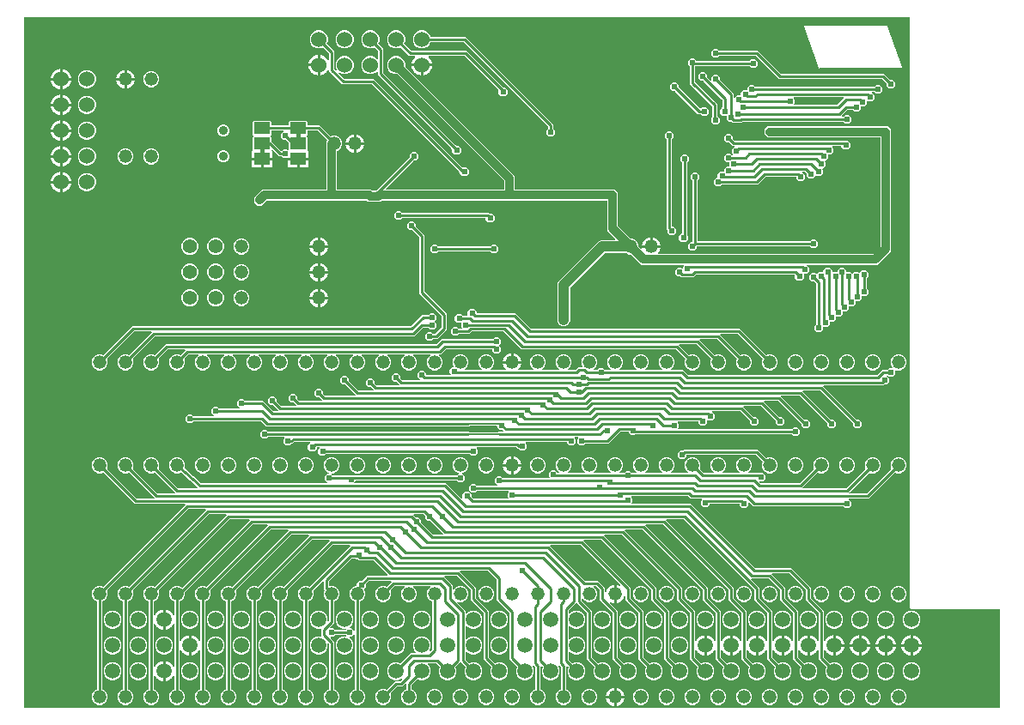
<source format=gbr>
G04 EAGLE Gerber RS-274X export*
G75*
%MOMM*%
%FSLAX34Y34*%
%LPD*%
%INBottom Copper*%
%IPPOS*%
%AMOC8*
5,1,8,0,0,1.08239X$1,22.5*%
G01*
%ADD10C,1.320800*%
%ADD11C,1.422400*%
%ADD12C,1.524000*%
%ADD13C,0.908000*%
%ADD14R,1.600200X1.168400*%
%ADD15C,0.406400*%
%ADD16C,1.508000*%
%ADD17C,0.604800*%
%ADD18C,0.812800*%
%ADD19C,0.254000*%
%ADD20C,1.016000*%
%ADD21C,0.127000*%

G36*
X962630Y2012D02*
X962630Y2012D01*
X962696Y2014D01*
X962739Y2032D01*
X962786Y2040D01*
X962843Y2074D01*
X962903Y2099D01*
X962938Y2130D01*
X962979Y2155D01*
X963021Y2206D01*
X963069Y2250D01*
X963091Y2292D01*
X963120Y2329D01*
X963141Y2391D01*
X963172Y2450D01*
X963180Y2504D01*
X963192Y2541D01*
X963191Y2581D01*
X963199Y2635D01*
X963199Y98965D01*
X963188Y99030D01*
X963186Y99096D01*
X963168Y99139D01*
X963160Y99186D01*
X963126Y99243D01*
X963101Y99303D01*
X963070Y99338D01*
X963045Y99379D01*
X962994Y99421D01*
X962950Y99469D01*
X962908Y99491D01*
X962871Y99520D01*
X962809Y99541D01*
X962750Y99572D01*
X962696Y99580D01*
X962659Y99592D01*
X962619Y99591D01*
X962565Y99599D01*
X875471Y99599D01*
X874299Y100771D01*
X874299Y683165D01*
X874288Y683230D01*
X874286Y683296D01*
X874268Y683339D01*
X874260Y683386D01*
X874226Y683443D01*
X874201Y683503D01*
X874170Y683538D01*
X874145Y683579D01*
X874094Y683621D01*
X874050Y683669D01*
X874008Y683691D01*
X873971Y683720D01*
X873909Y683741D01*
X873850Y683772D01*
X873796Y683780D01*
X873759Y683792D01*
X873719Y683791D01*
X873665Y683799D01*
X2635Y683799D01*
X2570Y683788D01*
X2504Y683786D01*
X2461Y683768D01*
X2414Y683760D01*
X2357Y683726D01*
X2297Y683701D01*
X2262Y683670D01*
X2221Y683645D01*
X2179Y683594D01*
X2131Y683550D01*
X2109Y683508D01*
X2080Y683471D01*
X2059Y683409D01*
X2028Y683350D01*
X2020Y683296D01*
X2008Y683259D01*
X2009Y683219D01*
X2001Y683165D01*
X2001Y2635D01*
X2012Y2570D01*
X2014Y2504D01*
X2032Y2461D01*
X2040Y2414D01*
X2074Y2357D01*
X2099Y2297D01*
X2130Y2262D01*
X2155Y2221D01*
X2206Y2179D01*
X2250Y2131D01*
X2292Y2109D01*
X2329Y2080D01*
X2391Y2059D01*
X2450Y2028D01*
X2504Y2020D01*
X2541Y2008D01*
X2581Y2009D01*
X2635Y2001D01*
X962565Y2001D01*
X962630Y2012D01*
G37*
%LPC*%
G36*
X74634Y4825D02*
X74634Y4825D01*
X71739Y6024D01*
X69524Y8239D01*
X68325Y11134D01*
X68325Y14266D01*
X69524Y17161D01*
X71739Y19376D01*
X73268Y20009D01*
X73313Y20038D01*
X73363Y20059D01*
X73407Y20098D01*
X73457Y20130D01*
X73489Y20173D01*
X73529Y20210D01*
X73556Y20262D01*
X73591Y20309D01*
X73607Y20361D01*
X73632Y20410D01*
X73642Y20480D01*
X73655Y20525D01*
X73653Y20555D01*
X73659Y20595D01*
X73659Y106405D01*
X73650Y106458D01*
X73650Y106512D01*
X73630Y106568D01*
X73620Y106626D01*
X73592Y106673D01*
X73574Y106723D01*
X73535Y106768D01*
X73505Y106819D01*
X73463Y106853D01*
X73428Y106894D01*
X73367Y106931D01*
X73331Y106960D01*
X73302Y106970D01*
X73268Y106991D01*
X71739Y107624D01*
X69524Y109839D01*
X68325Y112734D01*
X68325Y115866D01*
X69524Y118761D01*
X71739Y120976D01*
X74634Y122175D01*
X77766Y122175D01*
X79295Y121542D01*
X79348Y121530D01*
X79398Y121509D01*
X79456Y121506D01*
X79514Y121494D01*
X79568Y121501D01*
X79622Y121499D01*
X79678Y121517D01*
X79736Y121525D01*
X79784Y121551D01*
X79835Y121568D01*
X79892Y121610D01*
X79933Y121632D01*
X79954Y121655D01*
X79986Y121679D01*
X159833Y201527D01*
X160423Y202117D01*
X160474Y202190D01*
X160530Y202259D01*
X160538Y202281D01*
X160551Y202301D01*
X160574Y202387D01*
X160602Y202471D01*
X160602Y202495D01*
X160607Y202518D01*
X160598Y202607D01*
X160596Y202696D01*
X160587Y202718D01*
X160584Y202741D01*
X160545Y202821D01*
X160511Y202903D01*
X160495Y202921D01*
X160485Y202942D01*
X160420Y203003D01*
X160360Y203069D01*
X160339Y203080D01*
X160322Y203096D01*
X160239Y203131D01*
X160160Y203172D01*
X160134Y203175D01*
X160115Y203184D01*
X160064Y203186D01*
X159975Y203199D01*
X110708Y203199D01*
X109034Y204873D01*
X109033Y204873D01*
X79986Y233921D01*
X79942Y233952D01*
X79904Y233990D01*
X79850Y234015D01*
X79802Y234049D01*
X79749Y234062D01*
X79700Y234085D01*
X79642Y234090D01*
X79585Y234105D01*
X79531Y234099D01*
X79477Y234104D01*
X79408Y234086D01*
X79361Y234082D01*
X79334Y234068D01*
X79295Y234058D01*
X77766Y233425D01*
X74634Y233425D01*
X71739Y234624D01*
X69524Y236839D01*
X68325Y239734D01*
X68325Y242866D01*
X69524Y245761D01*
X71739Y247976D01*
X74634Y249175D01*
X77766Y249175D01*
X80661Y247976D01*
X82876Y245761D01*
X84075Y242866D01*
X84075Y239734D01*
X83442Y238205D01*
X83430Y238152D01*
X83409Y238102D01*
X83406Y238044D01*
X83394Y237986D01*
X83401Y237932D01*
X83399Y237878D01*
X83417Y237822D01*
X83425Y237764D01*
X83451Y237716D01*
X83468Y237665D01*
X83510Y237608D01*
X83511Y237605D01*
X83512Y237603D01*
X83513Y237603D01*
X83532Y237567D01*
X83555Y237546D01*
X83579Y237514D01*
X112627Y208467D01*
X112661Y208442D01*
X112690Y208411D01*
X112753Y208379D01*
X112811Y208338D01*
X112852Y208328D01*
X112890Y208308D01*
X112979Y208295D01*
X113028Y208282D01*
X113049Y208285D01*
X113075Y208281D01*
X129495Y208281D01*
X129583Y208296D01*
X129671Y208306D01*
X129692Y208316D01*
X129716Y208320D01*
X129792Y208366D01*
X129872Y208405D01*
X129889Y208422D01*
X129909Y208435D01*
X129965Y208504D01*
X130026Y208568D01*
X130035Y208590D01*
X130050Y208609D01*
X130079Y208693D01*
X130114Y208775D01*
X130115Y208799D01*
X130122Y208821D01*
X130120Y208910D01*
X130124Y208999D01*
X130116Y209022D01*
X130116Y209046D01*
X130082Y209128D01*
X130055Y209213D01*
X130039Y209234D01*
X130031Y209253D01*
X129997Y209291D01*
X129943Y209363D01*
X129353Y209953D01*
X105386Y233921D01*
X105342Y233952D01*
X105304Y233990D01*
X105250Y234015D01*
X105202Y234049D01*
X105149Y234062D01*
X105100Y234085D01*
X105042Y234090D01*
X104985Y234105D01*
X104931Y234099D01*
X104877Y234104D01*
X104808Y234086D01*
X104761Y234082D01*
X104734Y234068D01*
X104695Y234058D01*
X103166Y233425D01*
X100034Y233425D01*
X97139Y234624D01*
X94924Y236839D01*
X93725Y239734D01*
X93725Y242866D01*
X94924Y245761D01*
X97139Y247976D01*
X100034Y249175D01*
X103166Y249175D01*
X106061Y247976D01*
X108276Y245761D01*
X109475Y242866D01*
X109475Y239734D01*
X108842Y238205D01*
X108830Y238152D01*
X108809Y238102D01*
X108806Y238044D01*
X108794Y237986D01*
X108801Y237932D01*
X108799Y237878D01*
X108817Y237822D01*
X108825Y237764D01*
X108851Y237716D01*
X108868Y237665D01*
X108910Y237608D01*
X108911Y237605D01*
X108912Y237603D01*
X108913Y237603D01*
X108932Y237567D01*
X108955Y237546D01*
X108979Y237514D01*
X132947Y213547D01*
X132981Y213522D01*
X133010Y213491D01*
X133073Y213459D01*
X133131Y213418D01*
X133172Y213408D01*
X133210Y213388D01*
X133299Y213375D01*
X133348Y213362D01*
X133369Y213365D01*
X133395Y213361D01*
X149815Y213361D01*
X149903Y213376D01*
X149991Y213386D01*
X150012Y213396D01*
X150036Y213400D01*
X150112Y213446D01*
X150192Y213485D01*
X150209Y213502D01*
X150229Y213515D01*
X150285Y213584D01*
X150346Y213648D01*
X150355Y213670D01*
X150370Y213689D01*
X150399Y213773D01*
X150434Y213855D01*
X150435Y213879D01*
X150442Y213901D01*
X150440Y213990D01*
X150444Y214079D01*
X150436Y214102D01*
X150436Y214126D01*
X150402Y214208D01*
X150375Y214293D01*
X150359Y214314D01*
X150351Y214333D01*
X150317Y214371D01*
X150263Y214443D01*
X149673Y215033D01*
X130786Y233921D01*
X130742Y233952D01*
X130704Y233990D01*
X130650Y234015D01*
X130602Y234049D01*
X130549Y234062D01*
X130500Y234085D01*
X130442Y234090D01*
X130385Y234105D01*
X130331Y234099D01*
X130277Y234104D01*
X130208Y234086D01*
X130161Y234082D01*
X130134Y234068D01*
X130095Y234058D01*
X128566Y233425D01*
X125434Y233425D01*
X122539Y234624D01*
X120324Y236839D01*
X119125Y239734D01*
X119125Y242866D01*
X120324Y245761D01*
X122539Y247976D01*
X125434Y249175D01*
X128566Y249175D01*
X131461Y247976D01*
X133676Y245761D01*
X134875Y242866D01*
X134875Y239734D01*
X134242Y238205D01*
X134230Y238152D01*
X134209Y238102D01*
X134206Y238044D01*
X134194Y237986D01*
X134201Y237932D01*
X134199Y237878D01*
X134217Y237822D01*
X134225Y237764D01*
X134251Y237716D01*
X134268Y237665D01*
X134310Y237608D01*
X134311Y237605D01*
X134312Y237603D01*
X134313Y237603D01*
X134332Y237567D01*
X134355Y237546D01*
X134379Y237514D01*
X153267Y218627D01*
X153301Y218602D01*
X153330Y218571D01*
X153393Y218539D01*
X153451Y218498D01*
X153492Y218488D01*
X153530Y218468D01*
X153619Y218455D01*
X153668Y218442D01*
X153689Y218445D01*
X153715Y218441D01*
X172348Y218441D01*
X172452Y218459D01*
X172556Y218476D01*
X172562Y218479D01*
X172569Y218480D01*
X172660Y218534D01*
X172752Y218586D01*
X172756Y218591D01*
X172762Y218595D01*
X172829Y218676D01*
X172897Y218757D01*
X172899Y218763D01*
X172904Y218769D01*
X172938Y218869D01*
X172973Y218968D01*
X172973Y218975D01*
X172976Y218981D01*
X172973Y219086D01*
X172972Y219192D01*
X172969Y219199D01*
X172969Y219206D01*
X172930Y219303D01*
X172892Y219402D01*
X172887Y219408D01*
X172885Y219413D01*
X172860Y219441D01*
X172773Y219546D01*
X156582Y234118D01*
X156550Y234138D01*
X156524Y234164D01*
X156455Y234196D01*
X156391Y234236D01*
X156355Y234244D01*
X156321Y234259D01*
X156245Y234266D01*
X156171Y234281D01*
X156134Y234275D01*
X156097Y234278D01*
X155999Y234253D01*
X155950Y234246D01*
X155935Y234237D01*
X155915Y234232D01*
X153966Y233425D01*
X150834Y233425D01*
X147939Y234624D01*
X145724Y236839D01*
X144525Y239734D01*
X144525Y242866D01*
X145724Y245761D01*
X147939Y247976D01*
X150834Y249175D01*
X153966Y249175D01*
X156861Y247976D01*
X159076Y245761D01*
X160275Y242866D01*
X160275Y239734D01*
X159812Y238616D01*
X159797Y238547D01*
X159773Y238481D01*
X159773Y238438D01*
X159764Y238397D01*
X159774Y238327D01*
X159774Y238256D01*
X159790Y238217D01*
X159795Y238175D01*
X159829Y238113D01*
X159854Y238047D01*
X159885Y238009D01*
X159902Y237978D01*
X159934Y237949D01*
X159974Y237902D01*
X175772Y223684D01*
X175794Y223670D01*
X175811Y223651D01*
X175889Y223611D01*
X175963Y223565D01*
X175988Y223560D01*
X176011Y223548D01*
X176147Y223528D01*
X176182Y223521D01*
X176189Y223522D01*
X176196Y223521D01*
X299734Y223521D01*
X299822Y223537D01*
X299911Y223546D01*
X299932Y223556D01*
X299955Y223560D01*
X300032Y223606D01*
X300112Y223645D01*
X300128Y223662D01*
X300148Y223675D01*
X300205Y223744D01*
X300266Y223808D01*
X300275Y223830D01*
X300290Y223849D01*
X300318Y223933D01*
X300353Y224015D01*
X300354Y224039D01*
X300362Y224061D01*
X300359Y224150D01*
X300363Y224239D01*
X300356Y224262D01*
X300355Y224286D01*
X300322Y224368D01*
X300294Y224453D01*
X300279Y224474D01*
X300271Y224493D01*
X300237Y224531D01*
X300183Y224603D01*
X297965Y226821D01*
X297965Y230379D01*
X300481Y232895D01*
X301326Y232895D01*
X301425Y232913D01*
X301525Y232927D01*
X301535Y232932D01*
X301547Y232934D01*
X301634Y232986D01*
X301722Y233034D01*
X301730Y233042D01*
X301740Y233049D01*
X301803Y233127D01*
X301870Y233202D01*
X301874Y233214D01*
X301881Y233223D01*
X301914Y233318D01*
X301949Y233412D01*
X301949Y233424D01*
X301953Y233435D01*
X301950Y233535D01*
X301951Y233636D01*
X301947Y233648D01*
X301947Y233660D01*
X301909Y233752D01*
X301874Y233847D01*
X301867Y233856D01*
X301862Y233867D01*
X301794Y233942D01*
X301729Y234018D01*
X301718Y234025D01*
X301711Y234033D01*
X301670Y234054D01*
X301569Y234115D01*
X300339Y234624D01*
X298124Y236839D01*
X296925Y239734D01*
X296925Y242866D01*
X298124Y245761D01*
X300339Y247976D01*
X303234Y249175D01*
X306366Y249175D01*
X309261Y247976D01*
X311476Y245761D01*
X312675Y242866D01*
X312675Y239734D01*
X311476Y236839D01*
X309261Y234624D01*
X306366Y233425D01*
X305040Y233425D01*
X304952Y233410D01*
X304863Y233400D01*
X304842Y233390D01*
X304819Y233386D01*
X304742Y233340D01*
X304662Y233301D01*
X304646Y233284D01*
X304626Y233271D01*
X304569Y233202D01*
X304508Y233138D01*
X304499Y233116D01*
X304484Y233097D01*
X304456Y233013D01*
X304421Y232931D01*
X304420Y232907D01*
X304412Y232885D01*
X304415Y232796D01*
X304411Y232707D01*
X304418Y232684D01*
X304419Y232660D01*
X304452Y232578D01*
X304480Y232493D01*
X304495Y232472D01*
X304503Y232453D01*
X304537Y232415D01*
X304591Y232343D01*
X305607Y231326D01*
X305642Y231302D01*
X305671Y231271D01*
X305734Y231239D01*
X305791Y231198D01*
X305832Y231188D01*
X305870Y231168D01*
X305960Y231155D01*
X306009Y231142D01*
X306029Y231145D01*
X306056Y231141D01*
X321324Y231141D01*
X321366Y231148D01*
X321409Y231146D01*
X321476Y231168D01*
X321545Y231180D01*
X321582Y231202D01*
X321622Y231215D01*
X321695Y231269D01*
X321738Y231295D01*
X321752Y231311D01*
X321773Y231327D01*
X322071Y231625D01*
X325629Y231625D01*
X325927Y231327D01*
X325962Y231302D01*
X325991Y231271D01*
X326054Y231239D01*
X326111Y231198D01*
X326152Y231188D01*
X326190Y231168D01*
X326280Y231155D01*
X326329Y231142D01*
X326349Y231145D01*
X326376Y231141D01*
X428004Y231141D01*
X428046Y231148D01*
X428089Y231146D01*
X428156Y231168D01*
X428225Y231180D01*
X428262Y231202D01*
X428302Y231215D01*
X428375Y231269D01*
X428418Y231295D01*
X428432Y231311D01*
X428453Y231327D01*
X429787Y232661D01*
X429831Y232724D01*
X429882Y232783D01*
X429895Y232816D01*
X429915Y232845D01*
X429935Y232920D01*
X429962Y232993D01*
X429962Y233028D01*
X429971Y233062D01*
X429963Y233139D01*
X429964Y233217D01*
X429952Y233250D01*
X429948Y233286D01*
X429914Y233355D01*
X429887Y233428D01*
X429864Y233455D01*
X429849Y233487D01*
X429792Y233540D01*
X429742Y233599D01*
X429708Y233620D01*
X429685Y233641D01*
X429643Y233659D01*
X429582Y233695D01*
X427339Y234624D01*
X425124Y236839D01*
X423925Y239734D01*
X423925Y242866D01*
X425124Y245761D01*
X427339Y247976D01*
X430234Y249175D01*
X433366Y249175D01*
X436261Y247976D01*
X438476Y245761D01*
X439675Y242866D01*
X439675Y239734D01*
X438476Y236839D01*
X436261Y234624D01*
X434018Y233695D01*
X433953Y233654D01*
X433884Y233619D01*
X433860Y233593D01*
X433830Y233574D01*
X433783Y233512D01*
X433730Y233456D01*
X433716Y233423D01*
X433695Y233395D01*
X433673Y233321D01*
X433643Y233249D01*
X433641Y233214D01*
X433631Y233180D01*
X433636Y233102D01*
X433633Y233025D01*
X433643Y232991D01*
X433646Y232956D01*
X433678Y232885D01*
X433701Y232812D01*
X433725Y232779D01*
X433738Y232751D01*
X433770Y232718D01*
X433813Y232661D01*
X436095Y230379D01*
X436095Y226821D01*
X433579Y224305D01*
X430021Y224305D01*
X428453Y225873D01*
X428418Y225898D01*
X428389Y225929D01*
X428327Y225961D01*
X428269Y226002D01*
X428228Y226012D01*
X428190Y226032D01*
X428100Y226045D01*
X428051Y226058D01*
X428031Y226055D01*
X428004Y226059D01*
X328779Y226059D01*
X328714Y226048D01*
X328648Y226046D01*
X328605Y226028D01*
X328558Y226020D01*
X328501Y225986D01*
X328441Y225961D01*
X328406Y225930D01*
X328365Y225905D01*
X328323Y225854D01*
X328275Y225810D01*
X328253Y225768D01*
X328224Y225731D01*
X328203Y225669D01*
X328172Y225610D01*
X328167Y225573D01*
X327197Y224603D01*
X327146Y224530D01*
X327090Y224461D01*
X327083Y224439D01*
X327069Y224419D01*
X327047Y224333D01*
X327018Y224249D01*
X327019Y224225D01*
X327013Y224202D01*
X327022Y224113D01*
X327025Y224024D01*
X327034Y224002D01*
X327036Y223979D01*
X327076Y223899D01*
X327109Y223817D01*
X327125Y223799D01*
X327136Y223778D01*
X327201Y223717D01*
X327261Y223651D01*
X327282Y223640D01*
X327299Y223624D01*
X327381Y223589D01*
X327460Y223548D01*
X327486Y223545D01*
X327506Y223536D01*
X327556Y223534D01*
X327646Y223521D01*
X417612Y223521D01*
X419287Y221847D01*
X432773Y208361D01*
X432846Y208310D01*
X432915Y208254D01*
X432937Y208246D01*
X432957Y208233D01*
X433043Y208210D01*
X433127Y208182D01*
X433151Y208182D01*
X433174Y208177D01*
X433263Y208186D01*
X433352Y208188D01*
X433374Y208197D01*
X433397Y208200D01*
X433477Y208239D01*
X433559Y208273D01*
X433577Y208289D01*
X433598Y208299D01*
X433659Y208364D01*
X433725Y208424D01*
X433736Y208445D01*
X433752Y208463D01*
X433787Y208544D01*
X433828Y208624D01*
X433831Y208650D01*
X433840Y208669D01*
X433842Y208720D01*
X433855Y208809D01*
X433855Y212599D01*
X436371Y215115D01*
X439929Y215115D01*
X442445Y212599D01*
X442445Y210381D01*
X442452Y210339D01*
X442450Y210297D01*
X442472Y210230D01*
X442484Y210160D01*
X442506Y210124D01*
X442519Y210083D01*
X442573Y210011D01*
X442599Y209967D01*
X442615Y209954D01*
X442631Y209933D01*
X444097Y208467D01*
X444131Y208442D01*
X444160Y208411D01*
X444223Y208379D01*
X444281Y208338D01*
X444322Y208328D01*
X444360Y208308D01*
X444449Y208295D01*
X444498Y208282D01*
X444519Y208285D01*
X444545Y208281D01*
X478804Y208281D01*
X478892Y208296D01*
X478981Y208306D01*
X479002Y208316D01*
X479025Y208320D01*
X479102Y208366D01*
X479182Y208405D01*
X479198Y208422D01*
X479218Y208435D01*
X479275Y208504D01*
X479336Y208568D01*
X479345Y208590D01*
X479360Y208609D01*
X479388Y208693D01*
X479423Y208775D01*
X479424Y208799D01*
X479432Y208821D01*
X479429Y208910D01*
X479433Y208999D01*
X479426Y209022D01*
X479425Y209046D01*
X479392Y209128D01*
X479364Y209213D01*
X479349Y209234D01*
X479341Y209253D01*
X479307Y209291D01*
X479253Y209363D01*
X478305Y210311D01*
X478305Y213869D01*
X479253Y214817D01*
X479304Y214890D01*
X479360Y214959D01*
X479367Y214981D01*
X479381Y215001D01*
X479403Y215087D01*
X479432Y215171D01*
X479431Y215195D01*
X479437Y215218D01*
X479428Y215307D01*
X479425Y215396D01*
X479416Y215418D01*
X479414Y215441D01*
X479374Y215521D01*
X479341Y215603D01*
X479325Y215621D01*
X479314Y215642D01*
X479250Y215703D01*
X479189Y215769D01*
X479168Y215780D01*
X479151Y215796D01*
X479069Y215831D01*
X478990Y215872D01*
X478964Y215875D01*
X478944Y215884D01*
X478894Y215886D01*
X478804Y215899D01*
X448296Y215899D01*
X448254Y215892D01*
X448211Y215894D01*
X448144Y215872D01*
X448075Y215860D01*
X448038Y215838D01*
X447998Y215825D01*
X447925Y215771D01*
X447882Y215745D01*
X447868Y215729D01*
X447847Y215713D01*
X446279Y214145D01*
X442721Y214145D01*
X440205Y216661D01*
X440205Y220219D01*
X442721Y222735D01*
X446279Y222735D01*
X447847Y221167D01*
X447882Y221142D01*
X447911Y221111D01*
X447974Y221079D01*
X448031Y221038D01*
X448072Y221028D01*
X448110Y221008D01*
X448200Y220995D01*
X448249Y220982D01*
X448269Y220985D01*
X448296Y220981D01*
X467374Y220981D01*
X467462Y220997D01*
X467551Y221006D01*
X467572Y221016D01*
X467595Y221020D01*
X467672Y221066D01*
X467752Y221105D01*
X467768Y221122D01*
X467788Y221135D01*
X467845Y221204D01*
X467906Y221268D01*
X467915Y221290D01*
X467930Y221309D01*
X467958Y221393D01*
X467993Y221475D01*
X467994Y221499D01*
X468002Y221521D01*
X467999Y221610D01*
X468003Y221699D01*
X467996Y221722D01*
X467995Y221746D01*
X467962Y221828D01*
X467934Y221913D01*
X467919Y221934D01*
X467911Y221953D01*
X467877Y221991D01*
X467823Y222063D01*
X465605Y224281D01*
X465605Y227839D01*
X468121Y230355D01*
X471679Y230355D01*
X473247Y228787D01*
X473282Y228762D01*
X473311Y228731D01*
X473374Y228699D01*
X473431Y228658D01*
X473472Y228648D01*
X473510Y228628D01*
X473600Y228615D01*
X473649Y228602D01*
X473669Y228605D01*
X473696Y228601D01*
X519444Y228601D01*
X519532Y228616D01*
X519621Y228626D01*
X519642Y228636D01*
X519665Y228640D01*
X519742Y228686D01*
X519822Y228725D01*
X519838Y228742D01*
X519858Y228755D01*
X519915Y228824D01*
X519976Y228888D01*
X519985Y228910D01*
X520000Y228929D01*
X520028Y229013D01*
X520063Y229095D01*
X520064Y229119D01*
X520072Y229141D01*
X520069Y229230D01*
X520073Y229319D01*
X520066Y229342D01*
X520065Y229366D01*
X520032Y229448D01*
X520004Y229533D01*
X519989Y229554D01*
X519981Y229573D01*
X519947Y229611D01*
X519893Y229683D01*
X518945Y230631D01*
X518945Y234189D01*
X521461Y236705D01*
X525019Y236705D01*
X527555Y234169D01*
X527566Y234141D01*
X527574Y234094D01*
X527608Y234037D01*
X527633Y233977D01*
X527664Y233942D01*
X527689Y233901D01*
X527740Y233859D01*
X527784Y233811D01*
X527826Y233789D01*
X527863Y233760D01*
X527925Y233739D01*
X527984Y233708D01*
X528038Y233700D01*
X528075Y233688D01*
X528115Y233689D01*
X528169Y233681D01*
X528352Y233681D01*
X528439Y233697D01*
X528528Y233706D01*
X528549Y233716D01*
X528572Y233720D01*
X528649Y233766D01*
X528729Y233805D01*
X528745Y233822D01*
X528766Y233835D01*
X528822Y233904D01*
X528883Y233968D01*
X528892Y233990D01*
X528907Y234009D01*
X528935Y234093D01*
X528970Y234175D01*
X528971Y234199D01*
X528979Y234221D01*
X528976Y234310D01*
X528980Y234399D01*
X528973Y234422D01*
X528972Y234446D01*
X528939Y234528D01*
X528911Y234613D01*
X528896Y234634D01*
X528888Y234653D01*
X528854Y234691D01*
X528800Y234763D01*
X526724Y236839D01*
X525525Y239734D01*
X525525Y242866D01*
X526724Y245761D01*
X528939Y247976D01*
X531834Y249175D01*
X534966Y249175D01*
X537861Y247976D01*
X540076Y245761D01*
X541275Y242866D01*
X541275Y239734D01*
X540076Y236839D01*
X538000Y234763D01*
X537949Y234690D01*
X537893Y234621D01*
X537885Y234599D01*
X537872Y234579D01*
X537850Y234493D01*
X537821Y234409D01*
X537822Y234385D01*
X537816Y234362D01*
X537825Y234273D01*
X537828Y234184D01*
X537837Y234162D01*
X537839Y234139D01*
X537879Y234059D01*
X537912Y233977D01*
X537928Y233959D01*
X537939Y233938D01*
X538003Y233877D01*
X538064Y233811D01*
X538085Y233800D01*
X538102Y233784D01*
X538184Y233749D01*
X538263Y233708D01*
X538289Y233705D01*
X538309Y233696D01*
X538359Y233694D01*
X538448Y233681D01*
X553752Y233681D01*
X553839Y233697D01*
X553928Y233706D01*
X553949Y233716D01*
X553972Y233720D01*
X554049Y233766D01*
X554129Y233805D01*
X554145Y233822D01*
X554166Y233835D01*
X554222Y233904D01*
X554283Y233968D01*
X554292Y233990D01*
X554307Y234009D01*
X554335Y234093D01*
X554370Y234175D01*
X554371Y234199D01*
X554379Y234221D01*
X554376Y234310D01*
X554380Y234399D01*
X554373Y234422D01*
X554372Y234446D01*
X554339Y234528D01*
X554311Y234613D01*
X554296Y234634D01*
X554288Y234653D01*
X554254Y234691D01*
X554200Y234763D01*
X552124Y236839D01*
X550925Y239734D01*
X550925Y242866D01*
X552124Y245761D01*
X554339Y247976D01*
X557234Y249175D01*
X560366Y249175D01*
X563261Y247976D01*
X565476Y245761D01*
X566675Y242866D01*
X566675Y239734D01*
X565476Y236839D01*
X563400Y234763D01*
X563349Y234690D01*
X563293Y234621D01*
X563285Y234599D01*
X563272Y234579D01*
X563250Y234493D01*
X563221Y234409D01*
X563222Y234385D01*
X563216Y234362D01*
X563225Y234273D01*
X563228Y234184D01*
X563237Y234162D01*
X563239Y234139D01*
X563279Y234059D01*
X563312Y233977D01*
X563328Y233959D01*
X563339Y233938D01*
X563403Y233877D01*
X563464Y233811D01*
X563485Y233800D01*
X563502Y233784D01*
X563584Y233749D01*
X563663Y233708D01*
X563689Y233705D01*
X563709Y233696D01*
X563759Y233694D01*
X563848Y233681D01*
X579152Y233681D01*
X579239Y233697D01*
X579328Y233706D01*
X579349Y233716D01*
X579372Y233720D01*
X579449Y233766D01*
X579529Y233805D01*
X579545Y233822D01*
X579566Y233835D01*
X579622Y233904D01*
X579683Y233968D01*
X579692Y233990D01*
X579707Y234009D01*
X579735Y234093D01*
X579770Y234175D01*
X579771Y234199D01*
X579779Y234221D01*
X579776Y234310D01*
X579780Y234399D01*
X579773Y234422D01*
X579772Y234446D01*
X579739Y234528D01*
X579711Y234613D01*
X579696Y234634D01*
X579688Y234653D01*
X579654Y234691D01*
X579600Y234763D01*
X577524Y236839D01*
X576325Y239734D01*
X576325Y242866D01*
X577524Y245761D01*
X579739Y247976D01*
X582634Y249175D01*
X585766Y249175D01*
X588661Y247976D01*
X590876Y245761D01*
X592075Y242866D01*
X592075Y239734D01*
X590876Y236839D01*
X588800Y234763D01*
X588749Y234690D01*
X588693Y234621D01*
X588685Y234599D01*
X588672Y234579D01*
X588650Y234493D01*
X588621Y234409D01*
X588622Y234385D01*
X588616Y234362D01*
X588625Y234273D01*
X588628Y234184D01*
X588637Y234162D01*
X588639Y234139D01*
X588679Y234059D01*
X588712Y233977D01*
X588728Y233959D01*
X588739Y233938D01*
X588803Y233877D01*
X588864Y233811D01*
X588885Y233800D01*
X588902Y233784D01*
X588984Y233749D01*
X589063Y233708D01*
X589089Y233705D01*
X589109Y233696D01*
X589159Y233694D01*
X589248Y233681D01*
X593104Y233681D01*
X593146Y233688D01*
X593189Y233686D01*
X593256Y233708D01*
X593325Y233720D01*
X593362Y233742D01*
X593402Y233755D01*
X593475Y233809D01*
X593518Y233835D01*
X593532Y233851D01*
X593553Y233867D01*
X595121Y235435D01*
X598679Y235435D01*
X600247Y233867D01*
X600282Y233842D01*
X600311Y233811D01*
X600374Y233779D01*
X600431Y233738D01*
X600472Y233728D01*
X600510Y233708D01*
X600600Y233695D01*
X600649Y233682D01*
X600669Y233685D01*
X600696Y233681D01*
X604552Y233681D01*
X604639Y233697D01*
X604728Y233706D01*
X604749Y233716D01*
X604772Y233720D01*
X604849Y233766D01*
X604929Y233805D01*
X604945Y233822D01*
X604966Y233835D01*
X605022Y233904D01*
X605083Y233968D01*
X605092Y233990D01*
X605107Y234009D01*
X605135Y234093D01*
X605170Y234175D01*
X605171Y234199D01*
X605179Y234221D01*
X605176Y234310D01*
X605180Y234399D01*
X605173Y234422D01*
X605172Y234446D01*
X605139Y234528D01*
X605111Y234613D01*
X605096Y234634D01*
X605088Y234653D01*
X605054Y234691D01*
X605000Y234763D01*
X602924Y236839D01*
X601725Y239734D01*
X601725Y242866D01*
X602924Y245761D01*
X605139Y247976D01*
X608034Y249175D01*
X611166Y249175D01*
X614061Y247976D01*
X616276Y245761D01*
X617475Y242866D01*
X617475Y239734D01*
X616276Y236839D01*
X614200Y234763D01*
X614149Y234690D01*
X614093Y234621D01*
X614085Y234599D01*
X614072Y234579D01*
X614050Y234493D01*
X614021Y234409D01*
X614022Y234385D01*
X614016Y234362D01*
X614025Y234273D01*
X614028Y234184D01*
X614037Y234162D01*
X614039Y234139D01*
X614079Y234059D01*
X614112Y233977D01*
X614128Y233959D01*
X614139Y233938D01*
X614203Y233877D01*
X614264Y233811D01*
X614285Y233800D01*
X614302Y233784D01*
X614384Y233749D01*
X614463Y233708D01*
X614489Y233705D01*
X614509Y233696D01*
X614559Y233694D01*
X614648Y233681D01*
X629952Y233681D01*
X630039Y233697D01*
X630128Y233706D01*
X630149Y233716D01*
X630172Y233720D01*
X630249Y233766D01*
X630329Y233805D01*
X630345Y233822D01*
X630366Y233835D01*
X630422Y233904D01*
X630483Y233968D01*
X630492Y233990D01*
X630507Y234009D01*
X630535Y234093D01*
X630570Y234175D01*
X630571Y234199D01*
X630579Y234221D01*
X630576Y234310D01*
X630580Y234399D01*
X630573Y234422D01*
X630572Y234446D01*
X630539Y234528D01*
X630511Y234613D01*
X630496Y234634D01*
X630488Y234653D01*
X630454Y234691D01*
X630400Y234763D01*
X628324Y236839D01*
X627125Y239734D01*
X627125Y242866D01*
X628324Y245761D01*
X630539Y247976D01*
X633434Y249175D01*
X636566Y249175D01*
X639461Y247976D01*
X641676Y245761D01*
X642875Y242866D01*
X642875Y239734D01*
X641676Y236839D01*
X639600Y234763D01*
X639549Y234690D01*
X639493Y234621D01*
X639485Y234599D01*
X639472Y234579D01*
X639450Y234493D01*
X639421Y234409D01*
X639422Y234385D01*
X639416Y234362D01*
X639425Y234273D01*
X639428Y234184D01*
X639437Y234162D01*
X639439Y234139D01*
X639479Y234059D01*
X639512Y233977D01*
X639528Y233959D01*
X639539Y233938D01*
X639603Y233877D01*
X639664Y233811D01*
X639685Y233800D01*
X639702Y233784D01*
X639784Y233749D01*
X639863Y233708D01*
X639889Y233705D01*
X639909Y233696D01*
X639959Y233694D01*
X640048Y233681D01*
X655352Y233681D01*
X655439Y233697D01*
X655528Y233706D01*
X655549Y233716D01*
X655572Y233720D01*
X655649Y233766D01*
X655729Y233805D01*
X655745Y233822D01*
X655766Y233835D01*
X655822Y233904D01*
X655883Y233968D01*
X655892Y233990D01*
X655907Y234009D01*
X655935Y234093D01*
X655970Y234175D01*
X655971Y234199D01*
X655979Y234221D01*
X655976Y234310D01*
X655980Y234399D01*
X655973Y234422D01*
X655972Y234446D01*
X655939Y234528D01*
X655911Y234613D01*
X655896Y234634D01*
X655888Y234653D01*
X655854Y234691D01*
X655800Y234763D01*
X653724Y236839D01*
X652525Y239734D01*
X652525Y242866D01*
X653724Y245761D01*
X655939Y247976D01*
X658834Y249175D01*
X661966Y249175D01*
X664861Y247976D01*
X667076Y245761D01*
X668275Y242866D01*
X668275Y239734D01*
X667642Y238205D01*
X667630Y238152D01*
X667609Y238102D01*
X667606Y238044D01*
X667594Y237986D01*
X667601Y237932D01*
X667599Y237878D01*
X667617Y237822D01*
X667625Y237764D01*
X667651Y237716D01*
X667668Y237665D01*
X667710Y237607D01*
X667711Y237605D01*
X667712Y237603D01*
X667713Y237603D01*
X667732Y237567D01*
X667755Y237546D01*
X667779Y237514D01*
X671427Y233866D01*
X671462Y233842D01*
X671490Y233811D01*
X671553Y233779D01*
X671611Y233738D01*
X671652Y233728D01*
X671690Y233708D01*
X671779Y233695D01*
X671828Y233682D01*
X671849Y233685D01*
X671875Y233681D01*
X680752Y233681D01*
X680839Y233697D01*
X680928Y233706D01*
X680949Y233716D01*
X680972Y233720D01*
X681049Y233766D01*
X681129Y233805D01*
X681145Y233822D01*
X681166Y233835D01*
X681222Y233904D01*
X681283Y233968D01*
X681292Y233990D01*
X681307Y234009D01*
X681335Y234093D01*
X681370Y234175D01*
X681371Y234199D01*
X681379Y234221D01*
X681376Y234310D01*
X681380Y234399D01*
X681373Y234422D01*
X681372Y234446D01*
X681339Y234528D01*
X681311Y234613D01*
X681296Y234634D01*
X681288Y234653D01*
X681254Y234691D01*
X681200Y234763D01*
X679124Y236839D01*
X677925Y239734D01*
X677925Y242866D01*
X679124Y245761D01*
X681339Y247976D01*
X684234Y249175D01*
X687366Y249175D01*
X690261Y247976D01*
X692476Y245761D01*
X693675Y242866D01*
X693675Y239734D01*
X692476Y236839D01*
X690400Y234763D01*
X690349Y234690D01*
X690293Y234621D01*
X690285Y234599D01*
X690272Y234579D01*
X690250Y234493D01*
X690221Y234409D01*
X690222Y234385D01*
X690216Y234362D01*
X690225Y234273D01*
X690228Y234184D01*
X690237Y234162D01*
X690239Y234139D01*
X690279Y234059D01*
X690312Y233977D01*
X690328Y233959D01*
X690339Y233938D01*
X690403Y233877D01*
X690464Y233811D01*
X690485Y233800D01*
X690502Y233784D01*
X690584Y233749D01*
X690663Y233708D01*
X690689Y233705D01*
X690709Y233696D01*
X690759Y233694D01*
X690848Y233681D01*
X706152Y233681D01*
X706239Y233697D01*
X706328Y233706D01*
X706349Y233716D01*
X706372Y233720D01*
X706449Y233766D01*
X706529Y233805D01*
X706545Y233822D01*
X706566Y233835D01*
X706622Y233904D01*
X706683Y233968D01*
X706692Y233990D01*
X706707Y234009D01*
X706735Y234093D01*
X706770Y234175D01*
X706771Y234199D01*
X706779Y234221D01*
X706776Y234310D01*
X706780Y234399D01*
X706773Y234422D01*
X706772Y234446D01*
X706739Y234528D01*
X706711Y234613D01*
X706696Y234634D01*
X706688Y234653D01*
X706654Y234691D01*
X706600Y234763D01*
X704524Y236839D01*
X703325Y239734D01*
X703325Y242866D01*
X704524Y245761D01*
X706739Y247976D01*
X709634Y249175D01*
X712766Y249175D01*
X715661Y247976D01*
X717876Y245761D01*
X719075Y242866D01*
X719075Y239734D01*
X717876Y236839D01*
X715800Y234763D01*
X715749Y234690D01*
X715693Y234621D01*
X715685Y234599D01*
X715672Y234579D01*
X715650Y234493D01*
X715621Y234409D01*
X715622Y234385D01*
X715616Y234362D01*
X715625Y234273D01*
X715628Y234184D01*
X715637Y234162D01*
X715639Y234139D01*
X715679Y234059D01*
X715712Y233977D01*
X715728Y233959D01*
X715739Y233938D01*
X715803Y233877D01*
X715864Y233811D01*
X715885Y233800D01*
X715902Y233784D01*
X715984Y233749D01*
X716063Y233708D01*
X716089Y233705D01*
X716109Y233696D01*
X716159Y233694D01*
X716248Y233681D01*
X725184Y233681D01*
X725226Y233688D01*
X725269Y233686D01*
X725336Y233708D01*
X725405Y233720D01*
X725442Y233742D01*
X725482Y233755D01*
X725555Y233809D01*
X725598Y233835D01*
X725612Y233851D01*
X725633Y233867D01*
X725931Y234165D01*
X729489Y234165D01*
X732005Y231649D01*
X732005Y228091D01*
X729489Y225575D01*
X726969Y225575D01*
X726881Y225560D01*
X726793Y225550D01*
X726772Y225540D01*
X726748Y225536D01*
X726671Y225490D01*
X726592Y225451D01*
X726576Y225434D01*
X726555Y225421D01*
X726499Y225352D01*
X726438Y225288D01*
X726429Y225266D01*
X726414Y225247D01*
X726385Y225163D01*
X726350Y225081D01*
X726349Y225057D01*
X726342Y225035D01*
X726344Y224946D01*
X726340Y224857D01*
X726348Y224834D01*
X726348Y224810D01*
X726382Y224728D01*
X726409Y224643D01*
X726425Y224622D01*
X726433Y224603D01*
X726467Y224565D01*
X726521Y224493D01*
X727307Y223706D01*
X727342Y223682D01*
X727370Y223651D01*
X727433Y223619D01*
X727491Y223578D01*
X727532Y223568D01*
X727570Y223548D01*
X727659Y223535D01*
X727708Y223522D01*
X727729Y223525D01*
X727755Y223521D01*
X765765Y223521D01*
X765807Y223528D01*
X765849Y223526D01*
X765916Y223548D01*
X765986Y223560D01*
X766022Y223582D01*
X766063Y223595D01*
X766135Y223649D01*
X766179Y223675D01*
X766192Y223691D01*
X766213Y223707D01*
X780021Y237514D01*
X780052Y237558D01*
X780090Y237596D01*
X780115Y237650D01*
X780149Y237698D01*
X780162Y237751D01*
X780185Y237800D01*
X780190Y237858D01*
X780205Y237915D01*
X780199Y237969D01*
X780204Y238023D01*
X780186Y238092D01*
X780182Y238139D01*
X780168Y238166D01*
X780158Y238205D01*
X779525Y239734D01*
X779525Y242866D01*
X780724Y245761D01*
X782939Y247976D01*
X785834Y249175D01*
X788966Y249175D01*
X791861Y247976D01*
X794076Y245761D01*
X795275Y242866D01*
X795275Y239734D01*
X794076Y236839D01*
X791861Y234624D01*
X788966Y233425D01*
X785834Y233425D01*
X784305Y234058D01*
X784252Y234070D01*
X784202Y234091D01*
X784144Y234094D01*
X784086Y234106D01*
X784032Y234099D01*
X783978Y234101D01*
X783922Y234083D01*
X783864Y234075D01*
X783816Y234049D01*
X783765Y234032D01*
X783708Y233990D01*
X783667Y233968D01*
X783646Y233945D01*
X783614Y233921D01*
X769807Y220113D01*
X769217Y219523D01*
X769166Y219450D01*
X769110Y219381D01*
X769102Y219359D01*
X769089Y219339D01*
X769066Y219253D01*
X769038Y219169D01*
X769038Y219145D01*
X769033Y219122D01*
X769042Y219033D01*
X769044Y218944D01*
X769053Y218922D01*
X769056Y218899D01*
X769095Y218819D01*
X769129Y218737D01*
X769145Y218719D01*
X769155Y218698D01*
X769220Y218637D01*
X769280Y218571D01*
X769301Y218560D01*
X769318Y218544D01*
X769401Y218509D01*
X769480Y218468D01*
X769506Y218465D01*
X769525Y218456D01*
X769576Y218454D01*
X769665Y218441D01*
X811485Y218441D01*
X811527Y218448D01*
X811569Y218446D01*
X811636Y218468D01*
X811706Y218480D01*
X811742Y218502D01*
X811783Y218515D01*
X811855Y218569D01*
X811899Y218595D01*
X811912Y218611D01*
X811933Y218627D01*
X830821Y237514D01*
X830852Y237558D01*
X830890Y237596D01*
X830915Y237650D01*
X830949Y237698D01*
X830962Y237751D01*
X830985Y237800D01*
X830990Y237858D01*
X831005Y237915D01*
X830999Y237969D01*
X831004Y238023D01*
X830986Y238092D01*
X830982Y238139D01*
X830968Y238166D01*
X830958Y238205D01*
X830325Y239734D01*
X830325Y242866D01*
X831524Y245761D01*
X833739Y247976D01*
X836634Y249175D01*
X839766Y249175D01*
X842661Y247976D01*
X844876Y245761D01*
X846075Y242866D01*
X846075Y239734D01*
X844876Y236839D01*
X842661Y234624D01*
X839766Y233425D01*
X836634Y233425D01*
X835105Y234058D01*
X835052Y234070D01*
X835002Y234091D01*
X834944Y234094D01*
X834886Y234106D01*
X834832Y234099D01*
X834778Y234101D01*
X834722Y234083D01*
X834664Y234075D01*
X834616Y234049D01*
X834565Y234032D01*
X834508Y233990D01*
X834467Y233968D01*
X834446Y233945D01*
X834414Y233921D01*
X814937Y214443D01*
X814886Y214370D01*
X814830Y214301D01*
X814822Y214279D01*
X814809Y214259D01*
X814786Y214173D01*
X814758Y214089D01*
X814758Y214065D01*
X814753Y214042D01*
X814762Y213953D01*
X814764Y213864D01*
X814773Y213842D01*
X814776Y213819D01*
X814815Y213739D01*
X814849Y213657D01*
X814865Y213639D01*
X814875Y213618D01*
X814940Y213557D01*
X815000Y213491D01*
X815021Y213480D01*
X815039Y213464D01*
X815120Y213429D01*
X815200Y213388D01*
X815226Y213385D01*
X815245Y213376D01*
X815296Y213374D01*
X815385Y213361D01*
X831805Y213361D01*
X831847Y213368D01*
X831889Y213366D01*
X831956Y213388D01*
X832026Y213400D01*
X832062Y213422D01*
X832103Y213435D01*
X832175Y213489D01*
X832219Y213515D01*
X832232Y213531D01*
X832253Y213547D01*
X856221Y237514D01*
X856252Y237558D01*
X856290Y237596D01*
X856315Y237650D01*
X856349Y237698D01*
X856362Y237751D01*
X856385Y237800D01*
X856390Y237858D01*
X856405Y237915D01*
X856399Y237969D01*
X856404Y238023D01*
X856386Y238092D01*
X856382Y238139D01*
X856368Y238166D01*
X856358Y238205D01*
X855725Y239734D01*
X855725Y242866D01*
X856924Y245761D01*
X859139Y247976D01*
X862034Y249175D01*
X865166Y249175D01*
X868061Y247976D01*
X870276Y245761D01*
X871475Y242866D01*
X871475Y239734D01*
X870276Y236839D01*
X868061Y234624D01*
X865166Y233425D01*
X862034Y233425D01*
X860505Y234058D01*
X860452Y234070D01*
X860402Y234091D01*
X860344Y234094D01*
X860286Y234106D01*
X860232Y234099D01*
X860178Y234101D01*
X860122Y234083D01*
X860064Y234075D01*
X860016Y234049D01*
X859965Y234032D01*
X859908Y233990D01*
X859867Y233968D01*
X859846Y233945D01*
X859814Y233921D01*
X834172Y208279D01*
X815326Y208279D01*
X815238Y208263D01*
X815149Y208254D01*
X815128Y208244D01*
X815105Y208240D01*
X815028Y208194D01*
X814948Y208155D01*
X814932Y208138D01*
X814912Y208125D01*
X814855Y208056D01*
X814794Y207992D01*
X814785Y207970D01*
X814770Y207951D01*
X814742Y207867D01*
X814707Y207785D01*
X814706Y207761D01*
X814698Y207739D01*
X814701Y207650D01*
X814697Y207561D01*
X814704Y207538D01*
X814705Y207514D01*
X814738Y207432D01*
X814766Y207347D01*
X814781Y207326D01*
X814789Y207307D01*
X814823Y207269D01*
X814877Y207197D01*
X817095Y204979D01*
X817095Y201421D01*
X814579Y198905D01*
X811021Y198905D01*
X809453Y200473D01*
X809418Y200498D01*
X809389Y200529D01*
X809326Y200561D01*
X809269Y200602D01*
X809228Y200612D01*
X809190Y200632D01*
X809100Y200645D01*
X809051Y200658D01*
X809031Y200655D01*
X809004Y200659D01*
X720308Y200659D01*
X716577Y204389D01*
X716504Y204440D01*
X716435Y204496D01*
X716413Y204504D01*
X716393Y204517D01*
X716307Y204540D01*
X716223Y204568D01*
X716199Y204568D01*
X716176Y204573D01*
X716087Y204564D01*
X715998Y204562D01*
X715976Y204553D01*
X715953Y204550D01*
X715873Y204511D01*
X715791Y204477D01*
X715773Y204461D01*
X715752Y204451D01*
X715691Y204386D01*
X715625Y204326D01*
X715614Y204305D01*
X715598Y204287D01*
X715563Y204206D01*
X715522Y204126D01*
X715519Y204100D01*
X715510Y204081D01*
X715508Y204030D01*
X715495Y203941D01*
X715495Y201421D01*
X712979Y198905D01*
X709421Y198905D01*
X706905Y201421D01*
X706905Y202565D01*
X706894Y202630D01*
X706892Y202696D01*
X706874Y202739D01*
X706866Y202786D01*
X706832Y202843D01*
X706807Y202903D01*
X706776Y202938D01*
X706751Y202979D01*
X706700Y203021D01*
X706656Y203069D01*
X706614Y203091D01*
X706577Y203120D01*
X706515Y203141D01*
X706456Y203172D01*
X706402Y203180D01*
X706365Y203192D01*
X706325Y203191D01*
X706271Y203199D01*
X678029Y203199D01*
X677964Y203188D01*
X677898Y203186D01*
X677855Y203168D01*
X677808Y203160D01*
X677751Y203126D01*
X677691Y203101D01*
X677656Y203070D01*
X677615Y203045D01*
X677573Y202994D01*
X677525Y202950D01*
X677503Y202908D01*
X677474Y202871D01*
X677453Y202809D01*
X677422Y202750D01*
X677417Y202713D01*
X674879Y200175D01*
X671321Y200175D01*
X668805Y202691D01*
X668805Y206249D01*
X669753Y207197D01*
X669804Y207270D01*
X669860Y207339D01*
X669867Y207361D01*
X669881Y207381D01*
X669903Y207467D01*
X669932Y207551D01*
X669931Y207575D01*
X669937Y207598D01*
X669928Y207687D01*
X669925Y207776D01*
X669916Y207798D01*
X669914Y207821D01*
X669874Y207901D01*
X669841Y207983D01*
X669825Y208001D01*
X669814Y208022D01*
X669749Y208083D01*
X669689Y208149D01*
X669668Y208160D01*
X669651Y208176D01*
X669569Y208211D01*
X669490Y208252D01*
X669464Y208255D01*
X669444Y208264D01*
X669394Y208266D01*
X669304Y208279D01*
X658078Y208279D01*
X655723Y210633D01*
X655689Y210658D01*
X655660Y210689D01*
X655597Y210721D01*
X655539Y210762D01*
X655498Y210772D01*
X655460Y210792D01*
X655371Y210805D01*
X655322Y210818D01*
X655301Y210815D01*
X655275Y210819D01*
X600696Y210819D01*
X600608Y210804D01*
X600519Y210794D01*
X600498Y210784D01*
X600475Y210780D01*
X600398Y210734D01*
X600318Y210695D01*
X600302Y210678D01*
X600282Y210665D01*
X600225Y210596D01*
X600164Y210532D01*
X600155Y210510D01*
X600140Y210491D01*
X600112Y210407D01*
X600077Y210325D01*
X600076Y210301D01*
X600068Y210279D01*
X600071Y210190D01*
X600067Y210101D01*
X600074Y210078D01*
X600075Y210054D01*
X600108Y209972D01*
X600136Y209887D01*
X600151Y209866D01*
X600159Y209847D01*
X600193Y209809D01*
X600247Y209737D01*
X601195Y208789D01*
X601195Y205231D01*
X600247Y204283D01*
X600196Y204210D01*
X600140Y204141D01*
X600133Y204119D01*
X600119Y204099D01*
X600097Y204013D01*
X600068Y203929D01*
X600069Y203905D01*
X600063Y203882D01*
X600072Y203793D01*
X600075Y203704D01*
X600084Y203682D01*
X600086Y203659D01*
X600126Y203579D01*
X600159Y203497D01*
X600175Y203479D01*
X600186Y203458D01*
X600251Y203396D01*
X600311Y203331D01*
X600332Y203320D01*
X600349Y203304D01*
X600431Y203269D01*
X600510Y203228D01*
X600536Y203225D01*
X600556Y203216D01*
X600606Y203214D01*
X600696Y203201D01*
X658912Y203201D01*
X722227Y139887D01*
X722261Y139862D01*
X722290Y139831D01*
X722353Y139799D01*
X722411Y139758D01*
X722452Y139748D01*
X722490Y139728D01*
X722579Y139715D01*
X722628Y139702D01*
X722649Y139705D01*
X722675Y139701D01*
X757972Y139701D01*
X759647Y138027D01*
X775567Y122107D01*
X775567Y122106D01*
X777241Y120432D01*
X777241Y110535D01*
X777248Y110493D01*
X777246Y110451D01*
X777268Y110384D01*
X777280Y110314D01*
X777302Y110278D01*
X777315Y110237D01*
X777369Y110165D01*
X777395Y110121D01*
X777411Y110108D01*
X777427Y110087D01*
X789941Y97572D01*
X789941Y68408D01*
X789954Y68333D01*
X789959Y68257D01*
X789974Y68223D01*
X789980Y68187D01*
X790019Y68122D01*
X790050Y68052D01*
X790076Y68026D01*
X790095Y67994D01*
X790154Y67946D01*
X790207Y67891D01*
X790240Y67876D01*
X790269Y67852D01*
X790341Y67828D01*
X790410Y67796D01*
X790446Y67792D01*
X790481Y67781D01*
X790557Y67783D01*
X790633Y67776D01*
X790669Y67786D01*
X790706Y67787D01*
X790776Y67816D01*
X790849Y67836D01*
X790879Y67858D01*
X790913Y67871D01*
X790970Y67923D01*
X791031Y67967D01*
X791056Y68001D01*
X791079Y68023D01*
X791100Y68064D01*
X791140Y68120D01*
X791478Y68783D01*
X792411Y70067D01*
X793533Y71189D01*
X794817Y72122D01*
X796230Y72842D01*
X797740Y73333D01*
X798831Y73505D01*
X798831Y64135D01*
X798842Y64070D01*
X798844Y64005D01*
X798862Y63961D01*
X798870Y63914D01*
X798904Y63858D01*
X798929Y63797D01*
X798960Y63762D01*
X798985Y63721D01*
X799036Y63680D01*
X799080Y63631D01*
X799122Y63609D01*
X799159Y63580D01*
X799221Y63559D01*
X799280Y63529D01*
X799334Y63520D01*
X799371Y63508D01*
X799411Y63509D01*
X799465Y63501D01*
X800101Y63501D01*
X800101Y63499D01*
X799465Y63499D01*
X799400Y63487D01*
X799334Y63486D01*
X799291Y63468D01*
X799244Y63459D01*
X799187Y63426D01*
X799127Y63401D01*
X799092Y63369D01*
X799051Y63345D01*
X799010Y63294D01*
X798961Y63250D01*
X798939Y63208D01*
X798910Y63171D01*
X798889Y63109D01*
X798858Y63050D01*
X798850Y62996D01*
X798838Y62959D01*
X798839Y62919D01*
X798831Y62865D01*
X798831Y53495D01*
X797740Y53667D01*
X796230Y54158D01*
X794817Y54878D01*
X793533Y55811D01*
X792411Y56933D01*
X791478Y58217D01*
X791140Y58880D01*
X791094Y58941D01*
X791055Y59006D01*
X791027Y59029D01*
X791005Y59059D01*
X790940Y59100D01*
X790881Y59148D01*
X790846Y59159D01*
X790815Y59179D01*
X790741Y59195D01*
X790669Y59219D01*
X790632Y59218D01*
X790596Y59226D01*
X790520Y59215D01*
X790444Y59213D01*
X790410Y59199D01*
X790374Y59194D01*
X790307Y59157D01*
X790237Y59129D01*
X790209Y59104D01*
X790177Y59086D01*
X790127Y59028D01*
X790071Y58977D01*
X790054Y58944D01*
X790030Y58916D01*
X790003Y58845D01*
X789968Y58778D01*
X789962Y58736D01*
X789951Y58706D01*
X789951Y58661D01*
X789941Y58592D01*
X789941Y52115D01*
X789948Y52073D01*
X789946Y52031D01*
X789963Y51979D01*
X789963Y51976D01*
X789968Y51964D01*
X789980Y51894D01*
X790002Y51858D01*
X790015Y51817D01*
X790042Y51781D01*
X790047Y51768D01*
X790069Y51744D01*
X790095Y51701D01*
X790111Y51688D01*
X790127Y51667D01*
X795598Y46196D01*
X795642Y46165D01*
X795680Y46126D01*
X795733Y46101D01*
X795782Y46067D01*
X795834Y46054D01*
X795883Y46031D01*
X795942Y46026D01*
X795999Y46011D01*
X796053Y46017D01*
X796107Y46013D01*
X796176Y46030D01*
X796222Y46035D01*
X796250Y46048D01*
X796289Y46058D01*
X798347Y46911D01*
X801853Y46911D01*
X805091Y45569D01*
X807569Y43091D01*
X808911Y39853D01*
X808911Y36347D01*
X807569Y33109D01*
X805091Y30631D01*
X801853Y29289D01*
X798347Y29289D01*
X795109Y30631D01*
X792631Y33109D01*
X791289Y36347D01*
X791289Y39853D01*
X792142Y41911D01*
X792154Y41964D01*
X792175Y42014D01*
X792177Y42073D01*
X792190Y42130D01*
X792182Y42184D01*
X792185Y42238D01*
X792167Y42294D01*
X792158Y42353D01*
X792133Y42400D01*
X792116Y42452D01*
X792074Y42509D01*
X792052Y42550D01*
X792028Y42570D01*
X792004Y42602D01*
X786533Y48073D01*
X784859Y49748D01*
X784859Y58592D01*
X784846Y58667D01*
X784841Y58743D01*
X784826Y58777D01*
X784820Y58813D01*
X784781Y58878D01*
X784750Y58948D01*
X784724Y58974D01*
X784705Y59006D01*
X784646Y59054D01*
X784593Y59109D01*
X784560Y59124D01*
X784531Y59148D01*
X784459Y59172D01*
X784390Y59204D01*
X784354Y59208D01*
X784319Y59219D01*
X784243Y59217D01*
X784167Y59224D01*
X784131Y59214D01*
X784094Y59213D01*
X784024Y59184D01*
X783951Y59164D01*
X783921Y59142D01*
X783887Y59129D01*
X783830Y59077D01*
X783769Y59033D01*
X783744Y58999D01*
X783721Y58977D01*
X783700Y58936D01*
X783660Y58880D01*
X783322Y58217D01*
X782389Y56933D01*
X781267Y55811D01*
X779983Y54878D01*
X778570Y54158D01*
X777060Y53667D01*
X775969Y53495D01*
X775969Y62865D01*
X775958Y62930D01*
X775956Y62995D01*
X775938Y63039D01*
X775930Y63086D01*
X775896Y63142D01*
X775871Y63203D01*
X775839Y63238D01*
X775815Y63279D01*
X775764Y63320D01*
X775720Y63369D01*
X775678Y63391D01*
X775641Y63420D01*
X775579Y63441D01*
X775520Y63471D01*
X775466Y63480D01*
X775429Y63492D01*
X775389Y63491D01*
X775335Y63499D01*
X774065Y63499D01*
X774000Y63487D01*
X773934Y63486D01*
X773891Y63468D01*
X773844Y63459D01*
X773787Y63426D01*
X773727Y63401D01*
X773692Y63369D01*
X773651Y63345D01*
X773610Y63294D01*
X773561Y63250D01*
X773539Y63208D01*
X773510Y63171D01*
X773489Y63109D01*
X773458Y63050D01*
X773450Y62996D01*
X773438Y62959D01*
X773439Y62919D01*
X773431Y62865D01*
X773431Y53495D01*
X772340Y53667D01*
X770830Y54158D01*
X769417Y54878D01*
X768133Y55811D01*
X767011Y56933D01*
X766078Y58217D01*
X765740Y58880D01*
X765694Y58941D01*
X765655Y59006D01*
X765627Y59029D01*
X765604Y59059D01*
X765540Y59100D01*
X765481Y59148D01*
X765446Y59159D01*
X765415Y59179D01*
X765341Y59195D01*
X765269Y59219D01*
X765232Y59218D01*
X765196Y59226D01*
X765120Y59215D01*
X765044Y59213D01*
X765010Y59199D01*
X764974Y59194D01*
X764907Y59157D01*
X764837Y59129D01*
X764809Y59104D01*
X764777Y59086D01*
X764727Y59028D01*
X764671Y58977D01*
X764654Y58944D01*
X764630Y58916D01*
X764603Y58845D01*
X764568Y58778D01*
X764562Y58736D01*
X764551Y58706D01*
X764551Y58661D01*
X764541Y58592D01*
X764541Y52115D01*
X764548Y52073D01*
X764546Y52031D01*
X764563Y51979D01*
X764563Y51976D01*
X764568Y51964D01*
X764580Y51894D01*
X764602Y51858D01*
X764615Y51817D01*
X764642Y51781D01*
X764647Y51768D01*
X764669Y51744D01*
X764695Y51701D01*
X764711Y51688D01*
X764727Y51667D01*
X770198Y46196D01*
X770242Y46165D01*
X770280Y46126D01*
X770333Y46101D01*
X770382Y46067D01*
X770434Y46054D01*
X770483Y46031D01*
X770542Y46026D01*
X770599Y46011D01*
X770653Y46017D01*
X770707Y46013D01*
X770776Y46030D01*
X770822Y46035D01*
X770850Y46048D01*
X770889Y46058D01*
X772947Y46911D01*
X776453Y46911D01*
X779691Y45569D01*
X782169Y43091D01*
X783511Y39853D01*
X783511Y36347D01*
X782169Y33109D01*
X779691Y30631D01*
X776453Y29289D01*
X772947Y29289D01*
X769709Y30631D01*
X767231Y33109D01*
X765889Y36347D01*
X765889Y39853D01*
X766742Y41911D01*
X766754Y41964D01*
X766775Y42014D01*
X766777Y42073D01*
X766790Y42130D01*
X766782Y42184D01*
X766785Y42238D01*
X766767Y42294D01*
X766758Y42353D01*
X766733Y42400D01*
X766716Y42452D01*
X766674Y42509D01*
X766652Y42550D01*
X766628Y42570D01*
X766604Y42602D01*
X761133Y48073D01*
X759459Y49748D01*
X759459Y58592D01*
X759446Y58667D01*
X759441Y58743D01*
X759426Y58777D01*
X759420Y58813D01*
X759381Y58878D01*
X759350Y58948D01*
X759324Y58974D01*
X759305Y59006D01*
X759246Y59054D01*
X759193Y59109D01*
X759160Y59124D01*
X759131Y59148D01*
X759059Y59172D01*
X758990Y59204D01*
X758954Y59208D01*
X758919Y59219D01*
X758843Y59217D01*
X758767Y59224D01*
X758731Y59214D01*
X758694Y59213D01*
X758624Y59184D01*
X758551Y59164D01*
X758521Y59142D01*
X758487Y59129D01*
X758430Y59077D01*
X758369Y59033D01*
X758344Y58999D01*
X758321Y58977D01*
X758300Y58936D01*
X758260Y58880D01*
X757922Y58217D01*
X756989Y56933D01*
X755867Y55811D01*
X754583Y54878D01*
X753170Y54158D01*
X751660Y53667D01*
X750569Y53495D01*
X750569Y62865D01*
X750558Y62930D01*
X750556Y62995D01*
X750538Y63039D01*
X750530Y63086D01*
X750496Y63142D01*
X750471Y63203D01*
X750439Y63238D01*
X750415Y63279D01*
X750364Y63320D01*
X750320Y63369D01*
X750278Y63391D01*
X750241Y63420D01*
X750179Y63441D01*
X750120Y63471D01*
X750066Y63480D01*
X750029Y63492D01*
X749989Y63491D01*
X749935Y63499D01*
X748665Y63499D01*
X748600Y63487D01*
X748534Y63486D01*
X748491Y63468D01*
X748444Y63459D01*
X748387Y63426D01*
X748327Y63401D01*
X748292Y63369D01*
X748251Y63345D01*
X748210Y63294D01*
X748161Y63250D01*
X748139Y63208D01*
X748110Y63171D01*
X748089Y63109D01*
X748058Y63050D01*
X748050Y62996D01*
X748038Y62959D01*
X748039Y62919D01*
X748031Y62865D01*
X748031Y53495D01*
X746940Y53667D01*
X745430Y54158D01*
X744017Y54878D01*
X742733Y55811D01*
X741611Y56933D01*
X740678Y58217D01*
X740340Y58880D01*
X740294Y58941D01*
X740255Y59006D01*
X740227Y59029D01*
X740205Y59059D01*
X740140Y59100D01*
X740081Y59148D01*
X740046Y59159D01*
X740015Y59179D01*
X739941Y59195D01*
X739869Y59219D01*
X739832Y59218D01*
X739796Y59226D01*
X739720Y59215D01*
X739644Y59213D01*
X739610Y59199D01*
X739574Y59194D01*
X739507Y59157D01*
X739437Y59129D01*
X739409Y59104D01*
X739377Y59086D01*
X739327Y59028D01*
X739271Y58977D01*
X739254Y58944D01*
X739230Y58916D01*
X739203Y58845D01*
X739168Y58778D01*
X739162Y58736D01*
X739151Y58706D01*
X739151Y58661D01*
X739141Y58592D01*
X739141Y52115D01*
X739148Y52073D01*
X739146Y52031D01*
X739163Y51979D01*
X739163Y51976D01*
X739168Y51964D01*
X739180Y51894D01*
X739202Y51858D01*
X739215Y51817D01*
X739242Y51781D01*
X739247Y51768D01*
X739269Y51744D01*
X739295Y51701D01*
X739311Y51688D01*
X739327Y51667D01*
X744798Y46196D01*
X744842Y46165D01*
X744880Y46126D01*
X744933Y46101D01*
X744982Y46067D01*
X745034Y46054D01*
X745083Y46031D01*
X745142Y46026D01*
X745199Y46011D01*
X745253Y46017D01*
X745307Y46013D01*
X745376Y46030D01*
X745422Y46035D01*
X745450Y46048D01*
X745489Y46058D01*
X747547Y46911D01*
X751053Y46911D01*
X754291Y45569D01*
X756769Y43091D01*
X758111Y39853D01*
X758111Y36347D01*
X756769Y33109D01*
X754291Y30631D01*
X751053Y29289D01*
X747547Y29289D01*
X744309Y30631D01*
X741831Y33109D01*
X740489Y36347D01*
X740489Y39853D01*
X741342Y41911D01*
X741354Y41964D01*
X741375Y42014D01*
X741377Y42073D01*
X741390Y42130D01*
X741382Y42184D01*
X741385Y42238D01*
X741367Y42294D01*
X741358Y42353D01*
X741333Y42400D01*
X741316Y42452D01*
X741274Y42509D01*
X741252Y42550D01*
X741228Y42570D01*
X741204Y42602D01*
X735733Y48073D01*
X734059Y49748D01*
X734059Y58592D01*
X734046Y58667D01*
X734041Y58743D01*
X734026Y58777D01*
X734020Y58813D01*
X733981Y58878D01*
X733950Y58948D01*
X733924Y58974D01*
X733905Y59006D01*
X733846Y59054D01*
X733793Y59109D01*
X733760Y59124D01*
X733731Y59148D01*
X733659Y59172D01*
X733590Y59204D01*
X733554Y59208D01*
X733519Y59219D01*
X733443Y59217D01*
X733367Y59224D01*
X733331Y59214D01*
X733294Y59213D01*
X733224Y59184D01*
X733151Y59164D01*
X733121Y59142D01*
X733087Y59129D01*
X733030Y59077D01*
X732969Y59033D01*
X732944Y58999D01*
X732921Y58977D01*
X732900Y58936D01*
X732860Y58880D01*
X732522Y58217D01*
X731589Y56933D01*
X730467Y55811D01*
X729183Y54878D01*
X727770Y54158D01*
X726260Y53667D01*
X725169Y53495D01*
X725169Y62865D01*
X725158Y62930D01*
X725156Y62995D01*
X725138Y63039D01*
X725130Y63086D01*
X725096Y63142D01*
X725071Y63203D01*
X725039Y63238D01*
X725015Y63279D01*
X724964Y63320D01*
X724920Y63369D01*
X724878Y63391D01*
X724841Y63420D01*
X724779Y63441D01*
X724720Y63471D01*
X724666Y63480D01*
X724629Y63492D01*
X724589Y63491D01*
X724535Y63499D01*
X723265Y63499D01*
X723200Y63487D01*
X723134Y63486D01*
X723091Y63468D01*
X723044Y63459D01*
X722987Y63426D01*
X722927Y63401D01*
X722892Y63369D01*
X722851Y63345D01*
X722810Y63294D01*
X722761Y63250D01*
X722739Y63208D01*
X722710Y63171D01*
X722689Y63109D01*
X722658Y63050D01*
X722650Y62996D01*
X722638Y62959D01*
X722639Y62919D01*
X722631Y62865D01*
X722631Y53495D01*
X721540Y53667D01*
X720030Y54158D01*
X718617Y54878D01*
X717333Y55811D01*
X716211Y56933D01*
X715278Y58217D01*
X714940Y58880D01*
X714894Y58941D01*
X714855Y59006D01*
X714827Y59029D01*
X714805Y59059D01*
X714740Y59100D01*
X714681Y59148D01*
X714646Y59159D01*
X714615Y59179D01*
X714541Y59195D01*
X714469Y59219D01*
X714432Y59218D01*
X714396Y59226D01*
X714320Y59215D01*
X714244Y59213D01*
X714210Y59199D01*
X714174Y59194D01*
X714107Y59157D01*
X714037Y59129D01*
X714009Y59104D01*
X713977Y59086D01*
X713927Y59028D01*
X713871Y58977D01*
X713854Y58944D01*
X713830Y58916D01*
X713803Y58845D01*
X713768Y58778D01*
X713762Y58736D01*
X713751Y58706D01*
X713751Y58661D01*
X713741Y58592D01*
X713741Y52115D01*
X713748Y52073D01*
X713746Y52031D01*
X713763Y51979D01*
X713763Y51976D01*
X713768Y51964D01*
X713780Y51894D01*
X713802Y51858D01*
X713815Y51817D01*
X713842Y51781D01*
X713847Y51768D01*
X713869Y51744D01*
X713895Y51701D01*
X713911Y51688D01*
X713927Y51667D01*
X719398Y46196D01*
X719442Y46165D01*
X719480Y46126D01*
X719533Y46101D01*
X719582Y46067D01*
X719634Y46054D01*
X719683Y46031D01*
X719742Y46026D01*
X719799Y46011D01*
X719853Y46017D01*
X719907Y46013D01*
X719976Y46030D01*
X720022Y46035D01*
X720050Y46048D01*
X720089Y46058D01*
X722147Y46911D01*
X725653Y46911D01*
X728891Y45569D01*
X731369Y43091D01*
X732711Y39853D01*
X732711Y36347D01*
X731369Y33109D01*
X728891Y30631D01*
X725653Y29289D01*
X722147Y29289D01*
X718909Y30631D01*
X716431Y33109D01*
X715089Y36347D01*
X715089Y39853D01*
X715942Y41911D01*
X715954Y41964D01*
X715975Y42014D01*
X715977Y42073D01*
X715990Y42130D01*
X715982Y42184D01*
X715985Y42238D01*
X715967Y42294D01*
X715958Y42353D01*
X715933Y42400D01*
X715916Y42452D01*
X715874Y42509D01*
X715852Y42550D01*
X715828Y42570D01*
X715804Y42602D01*
X710333Y48073D01*
X708659Y49748D01*
X708659Y58592D01*
X708646Y58667D01*
X708641Y58743D01*
X708626Y58777D01*
X708620Y58813D01*
X708581Y58878D01*
X708550Y58948D01*
X708524Y58974D01*
X708505Y59006D01*
X708446Y59054D01*
X708393Y59109D01*
X708360Y59124D01*
X708331Y59148D01*
X708259Y59172D01*
X708190Y59204D01*
X708154Y59208D01*
X708119Y59219D01*
X708043Y59217D01*
X707967Y59224D01*
X707931Y59214D01*
X707894Y59213D01*
X707824Y59184D01*
X707751Y59164D01*
X707721Y59142D01*
X707687Y59129D01*
X707630Y59077D01*
X707569Y59033D01*
X707544Y58999D01*
X707521Y58977D01*
X707500Y58936D01*
X707460Y58880D01*
X707122Y58217D01*
X706189Y56933D01*
X705067Y55811D01*
X703783Y54878D01*
X702370Y54158D01*
X700860Y53667D01*
X699769Y53495D01*
X699769Y62865D01*
X699758Y62930D01*
X699756Y62995D01*
X699738Y63039D01*
X699730Y63086D01*
X699696Y63142D01*
X699671Y63203D01*
X699639Y63238D01*
X699615Y63279D01*
X699564Y63320D01*
X699520Y63369D01*
X699478Y63391D01*
X699441Y63420D01*
X699379Y63441D01*
X699320Y63471D01*
X699266Y63480D01*
X699229Y63492D01*
X699189Y63491D01*
X699135Y63499D01*
X697865Y63499D01*
X697800Y63487D01*
X697734Y63486D01*
X697691Y63468D01*
X697644Y63459D01*
X697587Y63426D01*
X697527Y63401D01*
X697492Y63369D01*
X697451Y63345D01*
X697410Y63294D01*
X697361Y63250D01*
X697339Y63208D01*
X697310Y63171D01*
X697289Y63109D01*
X697258Y63050D01*
X697250Y62996D01*
X697238Y62959D01*
X697239Y62919D01*
X697231Y62865D01*
X697231Y53495D01*
X696140Y53667D01*
X694630Y54158D01*
X693217Y54878D01*
X691933Y55811D01*
X690811Y56933D01*
X689878Y58217D01*
X689540Y58880D01*
X689494Y58941D01*
X689455Y59006D01*
X689427Y59029D01*
X689405Y59059D01*
X689340Y59100D01*
X689281Y59148D01*
X689246Y59159D01*
X689215Y59179D01*
X689141Y59195D01*
X689069Y59219D01*
X689032Y59218D01*
X688996Y59226D01*
X688920Y59215D01*
X688844Y59213D01*
X688810Y59199D01*
X688774Y59194D01*
X688707Y59157D01*
X688637Y59129D01*
X688609Y59104D01*
X688577Y59086D01*
X688527Y59028D01*
X688471Y58977D01*
X688454Y58944D01*
X688430Y58916D01*
X688403Y58845D01*
X688368Y58778D01*
X688362Y58736D01*
X688351Y58706D01*
X688351Y58661D01*
X688341Y58592D01*
X688341Y52115D01*
X688348Y52073D01*
X688346Y52031D01*
X688363Y51979D01*
X688363Y51976D01*
X688368Y51964D01*
X688380Y51894D01*
X688402Y51858D01*
X688415Y51817D01*
X688442Y51781D01*
X688447Y51768D01*
X688469Y51744D01*
X688495Y51701D01*
X688511Y51688D01*
X688527Y51667D01*
X693998Y46196D01*
X694042Y46165D01*
X694080Y46126D01*
X694133Y46101D01*
X694182Y46067D01*
X694234Y46054D01*
X694283Y46031D01*
X694342Y46026D01*
X694399Y46011D01*
X694453Y46017D01*
X694507Y46013D01*
X694576Y46030D01*
X694622Y46035D01*
X694650Y46048D01*
X694689Y46058D01*
X696747Y46911D01*
X700253Y46911D01*
X703491Y45569D01*
X705969Y43091D01*
X707311Y39853D01*
X707311Y36347D01*
X705969Y33109D01*
X703491Y30631D01*
X700253Y29289D01*
X696747Y29289D01*
X693509Y30631D01*
X691031Y33109D01*
X689689Y36347D01*
X689689Y39853D01*
X690542Y41911D01*
X690554Y41964D01*
X690575Y42014D01*
X690577Y42073D01*
X690590Y42130D01*
X690582Y42184D01*
X690585Y42238D01*
X690567Y42294D01*
X690558Y42353D01*
X690533Y42400D01*
X690516Y42452D01*
X690474Y42509D01*
X690452Y42550D01*
X690428Y42570D01*
X690404Y42602D01*
X684933Y48073D01*
X684933Y48074D01*
X683259Y49748D01*
X683259Y58592D01*
X683246Y58667D01*
X683241Y58743D01*
X683226Y58777D01*
X683220Y58813D01*
X683181Y58878D01*
X683150Y58948D01*
X683124Y58974D01*
X683105Y59006D01*
X683046Y59054D01*
X682993Y59109D01*
X682960Y59124D01*
X682931Y59148D01*
X682859Y59172D01*
X682790Y59204D01*
X682754Y59208D01*
X682719Y59219D01*
X682643Y59217D01*
X682567Y59224D01*
X682531Y59214D01*
X682494Y59213D01*
X682424Y59184D01*
X682351Y59164D01*
X682321Y59142D01*
X682287Y59129D01*
X682230Y59077D01*
X682169Y59033D01*
X682144Y58999D01*
X682121Y58977D01*
X682100Y58936D01*
X682060Y58880D01*
X681722Y58217D01*
X680789Y56933D01*
X679667Y55811D01*
X678383Y54878D01*
X676970Y54158D01*
X675460Y53667D01*
X674369Y53495D01*
X674369Y62865D01*
X674358Y62930D01*
X674356Y62995D01*
X674338Y63039D01*
X674330Y63086D01*
X674296Y63142D01*
X674271Y63203D01*
X674239Y63238D01*
X674215Y63279D01*
X674164Y63320D01*
X674120Y63369D01*
X674078Y63391D01*
X674041Y63420D01*
X673979Y63441D01*
X673920Y63471D01*
X673866Y63480D01*
X673829Y63492D01*
X673789Y63491D01*
X673735Y63499D01*
X672465Y63499D01*
X672400Y63487D01*
X672334Y63486D01*
X672291Y63468D01*
X672244Y63459D01*
X672187Y63426D01*
X672127Y63401D01*
X672092Y63369D01*
X672051Y63345D01*
X672010Y63294D01*
X671961Y63250D01*
X671939Y63208D01*
X671910Y63171D01*
X671889Y63109D01*
X671858Y63050D01*
X671850Y62996D01*
X671838Y62959D01*
X671839Y62919D01*
X671831Y62865D01*
X671831Y53495D01*
X670740Y53667D01*
X669230Y54158D01*
X667817Y54878D01*
X666533Y55811D01*
X665411Y56933D01*
X664478Y58217D01*
X664140Y58880D01*
X664094Y58941D01*
X664055Y59006D01*
X664027Y59029D01*
X664005Y59059D01*
X663940Y59100D01*
X663881Y59148D01*
X663846Y59159D01*
X663815Y59179D01*
X663741Y59195D01*
X663669Y59219D01*
X663632Y59218D01*
X663596Y59226D01*
X663520Y59215D01*
X663444Y59213D01*
X663410Y59199D01*
X663374Y59194D01*
X663307Y59157D01*
X663237Y59129D01*
X663209Y59104D01*
X663177Y59086D01*
X663127Y59028D01*
X663071Y58977D01*
X663054Y58944D01*
X663030Y58916D01*
X663003Y58845D01*
X662968Y58778D01*
X662962Y58736D01*
X662951Y58706D01*
X662951Y58661D01*
X662941Y58592D01*
X662941Y52115D01*
X662948Y52073D01*
X662946Y52031D01*
X662963Y51979D01*
X662963Y51976D01*
X662968Y51964D01*
X662980Y51894D01*
X663002Y51858D01*
X663015Y51817D01*
X663042Y51781D01*
X663047Y51768D01*
X663069Y51744D01*
X663095Y51701D01*
X663111Y51688D01*
X663127Y51667D01*
X668598Y46196D01*
X668642Y46165D01*
X668680Y46126D01*
X668733Y46101D01*
X668782Y46067D01*
X668834Y46054D01*
X668883Y46031D01*
X668942Y46026D01*
X668999Y46011D01*
X669053Y46017D01*
X669107Y46013D01*
X669176Y46030D01*
X669222Y46035D01*
X669250Y46048D01*
X669289Y46058D01*
X671347Y46911D01*
X674853Y46911D01*
X678091Y45569D01*
X680569Y43091D01*
X681911Y39853D01*
X681911Y36347D01*
X680569Y33109D01*
X678091Y30631D01*
X674853Y29289D01*
X671347Y29289D01*
X668109Y30631D01*
X665631Y33109D01*
X664289Y36347D01*
X664289Y39853D01*
X665142Y41911D01*
X665154Y41964D01*
X665175Y42014D01*
X665177Y42073D01*
X665190Y42130D01*
X665182Y42184D01*
X665185Y42238D01*
X665167Y42294D01*
X665158Y42353D01*
X665133Y42400D01*
X665116Y42452D01*
X665074Y42509D01*
X665052Y42550D01*
X665028Y42570D01*
X665004Y42602D01*
X659533Y48073D01*
X657859Y49748D01*
X657859Y95205D01*
X657852Y95247D01*
X657854Y95289D01*
X657832Y95356D01*
X657820Y95426D01*
X657798Y95462D01*
X657785Y95503D01*
X657731Y95575D01*
X657705Y95619D01*
X657689Y95632D01*
X657673Y95653D01*
X645159Y108168D01*
X645159Y118065D01*
X645152Y118107D01*
X645154Y118149D01*
X645143Y118184D01*
X645142Y118199D01*
X645130Y118230D01*
X645120Y118286D01*
X645098Y118322D01*
X645085Y118363D01*
X645064Y118390D01*
X645058Y118407D01*
X645030Y118437D01*
X645005Y118479D01*
X644989Y118492D01*
X644973Y118513D01*
X590953Y172533D01*
X590919Y172558D01*
X590890Y172589D01*
X590827Y172621D01*
X590769Y172662D01*
X590728Y172672D01*
X590690Y172692D01*
X590601Y172705D01*
X590552Y172718D01*
X590531Y172715D01*
X590505Y172719D01*
X574085Y172719D01*
X573997Y172704D01*
X573909Y172694D01*
X573888Y172684D01*
X573864Y172680D01*
X573788Y172634D01*
X573708Y172595D01*
X573691Y172578D01*
X573671Y172565D01*
X573615Y172496D01*
X573554Y172432D01*
X573545Y172410D01*
X573530Y172391D01*
X573501Y172307D01*
X573466Y172225D01*
X573465Y172201D01*
X573458Y172179D01*
X573460Y172090D01*
X573456Y172001D01*
X573464Y171978D01*
X573464Y171954D01*
X573498Y171872D01*
X573525Y171787D01*
X573541Y171766D01*
X573549Y171747D01*
X573583Y171709D01*
X573637Y171637D01*
X574227Y171047D01*
X624841Y120432D01*
X624841Y110535D01*
X624848Y110493D01*
X624846Y110451D01*
X624868Y110384D01*
X624880Y110314D01*
X624902Y110278D01*
X624915Y110237D01*
X624969Y110165D01*
X624995Y110121D01*
X625011Y110108D01*
X625027Y110087D01*
X637541Y97572D01*
X637541Y52115D01*
X637548Y52073D01*
X637546Y52031D01*
X637563Y51979D01*
X637563Y51976D01*
X637568Y51964D01*
X637580Y51894D01*
X637602Y51858D01*
X637615Y51817D01*
X637642Y51781D01*
X637647Y51768D01*
X637669Y51744D01*
X637695Y51701D01*
X637711Y51688D01*
X637727Y51667D01*
X643198Y46196D01*
X643242Y46165D01*
X643280Y46126D01*
X643333Y46101D01*
X643382Y46067D01*
X643434Y46054D01*
X643483Y46031D01*
X643542Y46026D01*
X643599Y46011D01*
X643653Y46017D01*
X643707Y46013D01*
X643776Y46030D01*
X643822Y46035D01*
X643850Y46048D01*
X643889Y46058D01*
X645947Y46911D01*
X649453Y46911D01*
X652691Y45569D01*
X655169Y43091D01*
X656511Y39853D01*
X656511Y36347D01*
X655169Y33109D01*
X652691Y30631D01*
X649453Y29289D01*
X645947Y29289D01*
X642709Y30631D01*
X640231Y33109D01*
X638889Y36347D01*
X638889Y39853D01*
X639742Y41911D01*
X639754Y41964D01*
X639775Y42014D01*
X639777Y42073D01*
X639790Y42130D01*
X639782Y42184D01*
X639785Y42238D01*
X639767Y42294D01*
X639758Y42353D01*
X639733Y42400D01*
X639716Y42452D01*
X639674Y42509D01*
X639652Y42550D01*
X639628Y42570D01*
X639604Y42602D01*
X634133Y48073D01*
X634133Y48074D01*
X632459Y49748D01*
X632459Y95205D01*
X632452Y95247D01*
X632454Y95289D01*
X632432Y95356D01*
X632420Y95426D01*
X632398Y95462D01*
X632385Y95503D01*
X632331Y95575D01*
X632305Y95619D01*
X632289Y95632D01*
X632273Y95653D01*
X619759Y108168D01*
X619759Y118065D01*
X619752Y118107D01*
X619754Y118149D01*
X619743Y118184D01*
X619742Y118199D01*
X619730Y118230D01*
X619720Y118286D01*
X619698Y118322D01*
X619685Y118363D01*
X619664Y118390D01*
X619658Y118407D01*
X619630Y118437D01*
X619605Y118479D01*
X619589Y118492D01*
X619573Y118513D01*
X570633Y167453D01*
X570599Y167478D01*
X570570Y167509D01*
X570507Y167541D01*
X570449Y167582D01*
X570408Y167592D01*
X570370Y167612D01*
X570281Y167625D01*
X570232Y167638D01*
X570211Y167635D01*
X570185Y167639D01*
X553765Y167639D01*
X553677Y167624D01*
X553589Y167614D01*
X553568Y167604D01*
X553544Y167600D01*
X553468Y167554D01*
X553388Y167515D01*
X553371Y167498D01*
X553351Y167485D01*
X553295Y167416D01*
X553234Y167352D01*
X553225Y167330D01*
X553210Y167311D01*
X553181Y167227D01*
X553146Y167145D01*
X553145Y167121D01*
X553138Y167099D01*
X553140Y167010D01*
X553136Y166921D01*
X553144Y166898D01*
X553144Y166874D01*
X553178Y166792D01*
X553205Y166707D01*
X553221Y166686D01*
X553229Y166667D01*
X553263Y166629D01*
X553317Y166557D01*
X553907Y165967D01*
X599441Y120432D01*
X599441Y110535D01*
X599448Y110493D01*
X599446Y110451D01*
X599468Y110384D01*
X599480Y110314D01*
X599502Y110278D01*
X599515Y110237D01*
X599569Y110165D01*
X599595Y110121D01*
X599611Y110108D01*
X599627Y110087D01*
X612141Y97572D01*
X612141Y52115D01*
X612148Y52073D01*
X612146Y52031D01*
X612163Y51979D01*
X612163Y51976D01*
X612168Y51964D01*
X612180Y51894D01*
X612202Y51858D01*
X612215Y51817D01*
X612242Y51781D01*
X612247Y51768D01*
X612269Y51744D01*
X612295Y51701D01*
X612311Y51688D01*
X612327Y51667D01*
X617798Y46196D01*
X617842Y46165D01*
X617880Y46126D01*
X617933Y46101D01*
X617982Y46067D01*
X618034Y46054D01*
X618083Y46031D01*
X618142Y46026D01*
X618199Y46011D01*
X618253Y46017D01*
X618307Y46013D01*
X618376Y46030D01*
X618422Y46035D01*
X618450Y46048D01*
X618489Y46058D01*
X620547Y46911D01*
X624053Y46911D01*
X627291Y45569D01*
X629769Y43091D01*
X631111Y39853D01*
X631111Y36347D01*
X629769Y33109D01*
X627291Y30631D01*
X624053Y29289D01*
X620547Y29289D01*
X617309Y30631D01*
X614831Y33109D01*
X613489Y36347D01*
X613489Y39853D01*
X614342Y41911D01*
X614354Y41964D01*
X614375Y42014D01*
X614377Y42073D01*
X614390Y42130D01*
X614382Y42184D01*
X614385Y42238D01*
X614367Y42294D01*
X614358Y42353D01*
X614333Y42400D01*
X614316Y42452D01*
X614274Y42509D01*
X614252Y42550D01*
X614228Y42570D01*
X614204Y42602D01*
X608733Y48073D01*
X607059Y49748D01*
X607059Y95205D01*
X607052Y95247D01*
X607054Y95289D01*
X607032Y95356D01*
X607020Y95426D01*
X606998Y95462D01*
X606985Y95503D01*
X606931Y95575D01*
X606905Y95619D01*
X606889Y95632D01*
X606873Y95653D01*
X594359Y108168D01*
X594359Y112060D01*
X594350Y112110D01*
X594351Y112161D01*
X594331Y112220D01*
X594320Y112281D01*
X594294Y112325D01*
X594277Y112373D01*
X594237Y112421D01*
X594205Y112474D01*
X594166Y112506D01*
X594134Y112545D01*
X594080Y112576D01*
X594031Y112616D01*
X593983Y112632D01*
X593939Y112657D01*
X593878Y112668D01*
X593819Y112687D01*
X593768Y112686D01*
X593718Y112694D01*
X593657Y112683D01*
X593594Y112681D01*
X593548Y112662D01*
X593498Y112652D01*
X593444Y112620D01*
X593387Y112597D01*
X593349Y112562D01*
X593306Y112536D01*
X593267Y112487D01*
X593221Y112445D01*
X593198Y112400D01*
X593166Y112360D01*
X593140Y112288D01*
X593118Y112246D01*
X593114Y112214D01*
X593103Y112184D01*
X592993Y111633D01*
X592304Y109968D01*
X591303Y108471D01*
X590029Y107197D01*
X588532Y106196D01*
X586867Y105507D01*
X585469Y105229D01*
X585469Y113665D01*
X585458Y113730D01*
X585456Y113795D01*
X585438Y113839D01*
X585430Y113886D01*
X585396Y113942D01*
X585371Y114003D01*
X585339Y114038D01*
X585315Y114079D01*
X585264Y114120D01*
X585220Y114169D01*
X585178Y114191D01*
X585141Y114220D01*
X585079Y114241D01*
X585020Y114271D01*
X584966Y114280D01*
X584929Y114292D01*
X584889Y114291D01*
X584835Y114299D01*
X583565Y114299D01*
X583500Y114287D01*
X583434Y114286D01*
X583391Y114268D01*
X583344Y114259D01*
X583287Y114226D01*
X583227Y114201D01*
X583192Y114169D01*
X583151Y114145D01*
X583110Y114094D01*
X583061Y114050D01*
X583039Y114008D01*
X583010Y113971D01*
X582989Y113909D01*
X582958Y113850D01*
X582950Y113796D01*
X582938Y113759D01*
X582939Y113725D01*
X582938Y113722D01*
X582938Y113713D01*
X582931Y113665D01*
X582931Y105229D01*
X581533Y105507D01*
X579825Y106214D01*
X579726Y106236D01*
X579629Y106261D01*
X579617Y106259D01*
X579605Y106262D01*
X579506Y106248D01*
X579406Y106237D01*
X579395Y106232D01*
X579383Y106231D01*
X579295Y106183D01*
X579205Y106138D01*
X579196Y106129D01*
X579186Y106124D01*
X579120Y106048D01*
X579051Y105975D01*
X579046Y105964D01*
X579038Y105955D01*
X579003Y105861D01*
X578963Y105768D01*
X578963Y105756D01*
X578959Y105745D01*
X578958Y105644D01*
X578953Y105544D01*
X578957Y105533D01*
X578957Y105521D01*
X578991Y105426D01*
X579022Y105330D01*
X579030Y105320D01*
X579033Y105310D01*
X579063Y105275D01*
X579133Y105180D01*
X585067Y99247D01*
X585067Y99246D01*
X586741Y97572D01*
X586741Y52115D01*
X586748Y52073D01*
X586746Y52031D01*
X586763Y51979D01*
X586763Y51976D01*
X586768Y51964D01*
X586780Y51894D01*
X586802Y51858D01*
X586815Y51817D01*
X586842Y51781D01*
X586847Y51768D01*
X586869Y51744D01*
X586895Y51701D01*
X586911Y51688D01*
X586927Y51667D01*
X592398Y46196D01*
X592442Y46165D01*
X592480Y46126D01*
X592533Y46101D01*
X592582Y46067D01*
X592634Y46054D01*
X592683Y46031D01*
X592742Y46026D01*
X592799Y46011D01*
X592853Y46017D01*
X592907Y46013D01*
X592976Y46030D01*
X593022Y46035D01*
X593050Y46048D01*
X593089Y46058D01*
X595147Y46911D01*
X598653Y46911D01*
X601891Y45569D01*
X604369Y43091D01*
X605711Y39853D01*
X605711Y36347D01*
X604369Y33109D01*
X601891Y30631D01*
X598653Y29289D01*
X595147Y29289D01*
X591909Y30631D01*
X589431Y33109D01*
X588089Y36347D01*
X588089Y39853D01*
X588942Y41911D01*
X588954Y41964D01*
X588975Y42014D01*
X588977Y42073D01*
X588990Y42130D01*
X588982Y42184D01*
X588985Y42238D01*
X588967Y42294D01*
X588958Y42353D01*
X588933Y42400D01*
X588916Y42452D01*
X588874Y42509D01*
X588852Y42550D01*
X588828Y42570D01*
X588804Y42602D01*
X583333Y48073D01*
X583333Y48074D01*
X581659Y49748D01*
X581659Y95205D01*
X581652Y95247D01*
X581654Y95289D01*
X581632Y95356D01*
X581620Y95426D01*
X581598Y95462D01*
X581585Y95503D01*
X581531Y95575D01*
X581505Y95619D01*
X581489Y95632D01*
X581473Y95653D01*
X570633Y106493D01*
X568959Y108168D01*
X568959Y118065D01*
X568952Y118107D01*
X568954Y118149D01*
X568943Y118184D01*
X568942Y118199D01*
X568930Y118230D01*
X568920Y118286D01*
X568898Y118322D01*
X568885Y118363D01*
X568864Y118390D01*
X568858Y118407D01*
X568830Y118437D01*
X568805Y118479D01*
X568789Y118492D01*
X568773Y118513D01*
X565553Y121733D01*
X565519Y121758D01*
X565490Y121789D01*
X565427Y121821D01*
X565369Y121862D01*
X565328Y121872D01*
X565290Y121892D01*
X565201Y121905D01*
X565152Y121918D01*
X565131Y121915D01*
X565105Y121919D01*
X563848Y121919D01*
X563761Y121903D01*
X563672Y121894D01*
X563651Y121884D01*
X563628Y121880D01*
X563551Y121834D01*
X563471Y121795D01*
X563455Y121778D01*
X563434Y121765D01*
X563378Y121696D01*
X563317Y121632D01*
X563308Y121610D01*
X563293Y121591D01*
X563265Y121507D01*
X563230Y121425D01*
X563229Y121401D01*
X563221Y121379D01*
X563224Y121290D01*
X563220Y121201D01*
X563227Y121178D01*
X563228Y121154D01*
X563261Y121072D01*
X563289Y120987D01*
X563304Y120966D01*
X563312Y120947D01*
X563346Y120909D01*
X563400Y120837D01*
X565476Y118761D01*
X566675Y115866D01*
X566675Y112734D01*
X565476Y109839D01*
X563261Y107624D01*
X560366Y106425D01*
X557234Y106425D01*
X554339Y107624D01*
X552263Y109700D01*
X552190Y109751D01*
X552121Y109807D01*
X552099Y109815D01*
X552079Y109828D01*
X551993Y109850D01*
X551909Y109879D01*
X551885Y109878D01*
X551862Y109884D01*
X551773Y109875D01*
X551684Y109872D01*
X551662Y109863D01*
X551639Y109861D01*
X551559Y109821D01*
X551477Y109788D01*
X551459Y109772D01*
X551438Y109761D01*
X551377Y109697D01*
X551311Y109636D01*
X551300Y109615D01*
X551284Y109598D01*
X551249Y109516D01*
X551208Y109437D01*
X551205Y109411D01*
X551196Y109391D01*
X551194Y109341D01*
X551181Y109252D01*
X551181Y107995D01*
X551188Y107953D01*
X551186Y107911D01*
X551208Y107844D01*
X551220Y107774D01*
X551242Y107738D01*
X551255Y107697D01*
X551309Y107625D01*
X551335Y107581D01*
X551351Y107568D01*
X551367Y107547D01*
X561341Y97572D01*
X561341Y52115D01*
X561348Y52073D01*
X561346Y52031D01*
X561363Y51979D01*
X561363Y51976D01*
X561368Y51964D01*
X561380Y51894D01*
X561402Y51858D01*
X561415Y51817D01*
X561442Y51781D01*
X561447Y51768D01*
X561469Y51744D01*
X561495Y51701D01*
X561511Y51688D01*
X561527Y51667D01*
X566998Y46196D01*
X567042Y46165D01*
X567080Y46126D01*
X567133Y46101D01*
X567182Y46067D01*
X567234Y46054D01*
X567283Y46031D01*
X567342Y46026D01*
X567399Y46011D01*
X567453Y46017D01*
X567507Y46013D01*
X567576Y46030D01*
X567622Y46035D01*
X567650Y46048D01*
X567689Y46058D01*
X569747Y46911D01*
X573253Y46911D01*
X576491Y45569D01*
X578969Y43091D01*
X580311Y39853D01*
X580311Y36347D01*
X578969Y33109D01*
X576491Y30631D01*
X573253Y29289D01*
X569747Y29289D01*
X566509Y30631D01*
X564031Y33109D01*
X562689Y36347D01*
X562689Y39853D01*
X563542Y41911D01*
X563554Y41964D01*
X563575Y42014D01*
X563577Y42073D01*
X563590Y42130D01*
X563582Y42184D01*
X563585Y42238D01*
X563567Y42294D01*
X563558Y42353D01*
X563533Y42400D01*
X563516Y42452D01*
X563474Y42509D01*
X563452Y42550D01*
X563428Y42570D01*
X563404Y42602D01*
X557933Y48073D01*
X556259Y49748D01*
X556259Y95205D01*
X556252Y95247D01*
X556254Y95289D01*
X556232Y95356D01*
X556220Y95426D01*
X556198Y95462D01*
X556185Y95503D01*
X556131Y95575D01*
X556105Y95619D01*
X556089Y95632D01*
X556073Y95653D01*
X547773Y103953D01*
X546549Y105178D01*
X546494Y105216D01*
X546447Y105261D01*
X546403Y105279D01*
X546364Y105306D01*
X546301Y105323D01*
X546240Y105349D01*
X546193Y105351D01*
X546147Y105362D01*
X546082Y105356D01*
X546016Y105359D01*
X545971Y105344D01*
X545924Y105339D01*
X545865Y105310D01*
X545802Y105290D01*
X545758Y105257D01*
X545723Y105240D01*
X545696Y105211D01*
X545652Y105178D01*
X538667Y98193D01*
X538642Y98159D01*
X538611Y98130D01*
X538579Y98067D01*
X538538Y98009D01*
X538528Y97968D01*
X538508Y97930D01*
X538495Y97841D01*
X538482Y97792D01*
X538485Y97771D01*
X538481Y97745D01*
X538481Y95272D01*
X538497Y95184D01*
X538506Y95096D01*
X538516Y95075D01*
X538520Y95051D01*
X538566Y94975D01*
X538605Y94895D01*
X538622Y94879D01*
X538635Y94858D01*
X538704Y94802D01*
X538768Y94741D01*
X538790Y94732D01*
X538809Y94717D01*
X538893Y94688D01*
X538975Y94654D01*
X538999Y94653D01*
X539021Y94645D01*
X539110Y94648D01*
X539199Y94644D01*
X539222Y94651D01*
X539246Y94652D01*
X539328Y94685D01*
X539413Y94712D01*
X539434Y94728D01*
X539453Y94736D01*
X539491Y94770D01*
X539563Y94824D01*
X541109Y96369D01*
X544347Y97711D01*
X547853Y97711D01*
X551091Y96369D01*
X553569Y93891D01*
X554911Y90653D01*
X554911Y87147D01*
X553569Y83909D01*
X551091Y81431D01*
X547853Y80089D01*
X544347Y80089D01*
X541109Y81431D01*
X539563Y82976D01*
X539490Y83027D01*
X539421Y83083D01*
X539399Y83091D01*
X539379Y83104D01*
X539293Y83127D01*
X539209Y83155D01*
X539185Y83154D01*
X539162Y83160D01*
X539073Y83151D01*
X538984Y83148D01*
X538962Y83140D01*
X538939Y83137D01*
X538859Y83098D01*
X538777Y83064D01*
X538759Y83048D01*
X538738Y83038D01*
X538677Y82973D01*
X538611Y82913D01*
X538600Y82892D01*
X538584Y82874D01*
X538549Y82792D01*
X538508Y82713D01*
X538505Y82687D01*
X538496Y82668D01*
X538494Y82617D01*
X538481Y82528D01*
X538481Y69872D01*
X538497Y69784D01*
X538506Y69696D01*
X538516Y69675D01*
X538520Y69651D01*
X538566Y69575D01*
X538605Y69495D01*
X538622Y69479D01*
X538635Y69458D01*
X538704Y69402D01*
X538768Y69341D01*
X538790Y69332D01*
X538809Y69317D01*
X538893Y69288D01*
X538975Y69254D01*
X538999Y69253D01*
X539021Y69245D01*
X539110Y69248D01*
X539199Y69244D01*
X539222Y69251D01*
X539246Y69252D01*
X539328Y69285D01*
X539413Y69312D01*
X539434Y69328D01*
X539453Y69336D01*
X539491Y69370D01*
X539563Y69424D01*
X541109Y70969D01*
X544347Y72311D01*
X547853Y72311D01*
X551091Y70969D01*
X553569Y68491D01*
X554911Y65253D01*
X554911Y61747D01*
X553569Y58509D01*
X551091Y56031D01*
X547853Y54689D01*
X544347Y54689D01*
X541109Y56031D01*
X539563Y57576D01*
X539490Y57627D01*
X539421Y57683D01*
X539399Y57691D01*
X539379Y57704D01*
X539293Y57727D01*
X539209Y57755D01*
X539185Y57754D01*
X539162Y57760D01*
X539073Y57751D01*
X538984Y57748D01*
X538962Y57740D01*
X538939Y57737D01*
X538859Y57698D01*
X538777Y57664D01*
X538759Y57648D01*
X538738Y57638D01*
X538677Y57573D01*
X538611Y57513D01*
X538600Y57492D01*
X538584Y57474D01*
X538549Y57392D01*
X538508Y57313D01*
X538505Y57287D01*
X538496Y57268D01*
X538494Y57217D01*
X538481Y57128D01*
X538481Y49575D01*
X538488Y49533D01*
X538486Y49491D01*
X538500Y49449D01*
X538500Y49439D01*
X538509Y49416D01*
X538520Y49354D01*
X538542Y49318D01*
X538555Y49277D01*
X538578Y49246D01*
X538584Y49231D01*
X538610Y49203D01*
X538635Y49161D01*
X538651Y49148D01*
X538666Y49127D01*
X541598Y46196D01*
X541642Y46165D01*
X541680Y46126D01*
X541733Y46101D01*
X541782Y46067D01*
X541834Y46054D01*
X541883Y46031D01*
X541942Y46026D01*
X541999Y46011D01*
X542053Y46017D01*
X542107Y46013D01*
X542176Y46030D01*
X542222Y46035D01*
X542250Y46048D01*
X542289Y46058D01*
X544347Y46911D01*
X547853Y46911D01*
X551091Y45569D01*
X553569Y43091D01*
X554911Y39853D01*
X554911Y36347D01*
X553569Y33109D01*
X551091Y30631D01*
X547853Y29289D01*
X544347Y29289D01*
X541109Y30631D01*
X538631Y33109D01*
X537289Y36347D01*
X537289Y39853D01*
X538142Y41911D01*
X538154Y41964D01*
X538175Y42014D01*
X538177Y42073D01*
X538190Y42130D01*
X538182Y42184D01*
X538185Y42238D01*
X538167Y42294D01*
X538158Y42353D01*
X538133Y42400D01*
X538116Y42452D01*
X538074Y42509D01*
X538052Y42550D01*
X538028Y42570D01*
X538004Y42602D01*
X537023Y43583D01*
X536950Y43634D01*
X536881Y43690D01*
X536859Y43698D01*
X536839Y43711D01*
X536753Y43734D01*
X536669Y43762D01*
X536645Y43762D01*
X536622Y43767D01*
X536533Y43758D01*
X536444Y43756D01*
X536422Y43747D01*
X536399Y43744D01*
X536319Y43705D01*
X536237Y43671D01*
X536219Y43655D01*
X536198Y43645D01*
X536137Y43580D01*
X536071Y43520D01*
X536060Y43499D01*
X536044Y43481D01*
X536009Y43400D01*
X535968Y43320D01*
X535965Y43294D01*
X535956Y43275D01*
X535954Y43224D01*
X535941Y43135D01*
X535941Y20595D01*
X535950Y20542D01*
X535950Y20487D01*
X535970Y20432D01*
X535980Y20374D01*
X536008Y20327D01*
X536026Y20277D01*
X536065Y20232D01*
X536095Y20181D01*
X536137Y20147D01*
X536172Y20105D01*
X536233Y20069D01*
X536269Y20040D01*
X536298Y20030D01*
X536332Y20009D01*
X537861Y19376D01*
X540076Y17161D01*
X541275Y14266D01*
X541275Y11134D01*
X540076Y8239D01*
X537861Y6024D01*
X534966Y4825D01*
X531834Y4825D01*
X528939Y6024D01*
X526724Y8239D01*
X525525Y11134D01*
X525525Y14266D01*
X526724Y17161D01*
X528939Y19376D01*
X530468Y20009D01*
X530513Y20038D01*
X530563Y20059D01*
X530607Y20098D01*
X530657Y20130D01*
X530689Y20173D01*
X530729Y20210D01*
X530756Y20262D01*
X530791Y20309D01*
X530807Y20361D01*
X530832Y20410D01*
X530842Y20480D01*
X530855Y20525D01*
X530853Y20555D01*
X530859Y20595D01*
X530859Y41865D01*
X530852Y41907D01*
X530854Y41949D01*
X530832Y42016D01*
X530820Y42086D01*
X530798Y42122D01*
X530785Y42163D01*
X530731Y42235D01*
X530705Y42279D01*
X530689Y42292D01*
X530674Y42313D01*
X529993Y42993D01*
X529993Y42994D01*
X529203Y43784D01*
X529121Y43841D01*
X529040Y43902D01*
X529029Y43905D01*
X529019Y43912D01*
X528922Y43937D01*
X528825Y43966D01*
X528813Y43965D01*
X528802Y43968D01*
X528702Y43957D01*
X528601Y43951D01*
X528590Y43946D01*
X528579Y43945D01*
X528488Y43900D01*
X528397Y43859D01*
X528388Y43850D01*
X528377Y43845D01*
X528308Y43772D01*
X528237Y43701D01*
X528232Y43691D01*
X528223Y43682D01*
X528184Y43589D01*
X528142Y43498D01*
X528141Y43486D01*
X528136Y43475D01*
X528132Y43374D01*
X528123Y43274D01*
X528127Y43262D01*
X528126Y43251D01*
X528140Y43207D01*
X528169Y43093D01*
X529511Y39853D01*
X529511Y36347D01*
X528169Y33109D01*
X525691Y30631D01*
X522453Y29289D01*
X518947Y29289D01*
X515709Y30631D01*
X513231Y33109D01*
X511889Y36347D01*
X511889Y39853D01*
X512742Y41911D01*
X512754Y41964D01*
X512775Y42014D01*
X512777Y42073D01*
X512790Y42130D01*
X512782Y42184D01*
X512785Y42238D01*
X512767Y42294D01*
X512758Y42353D01*
X512733Y42400D01*
X512716Y42452D01*
X512674Y42509D01*
X512652Y42550D01*
X512628Y42570D01*
X512604Y42602D01*
X511623Y43583D01*
X511550Y43634D01*
X511481Y43690D01*
X511459Y43698D01*
X511439Y43711D01*
X511353Y43734D01*
X511269Y43762D01*
X511245Y43762D01*
X511222Y43767D01*
X511133Y43758D01*
X511044Y43756D01*
X511022Y43747D01*
X510999Y43744D01*
X510919Y43705D01*
X510837Y43671D01*
X510819Y43655D01*
X510798Y43645D01*
X510737Y43580D01*
X510671Y43520D01*
X510660Y43499D01*
X510644Y43481D01*
X510609Y43400D01*
X510568Y43320D01*
X510565Y43294D01*
X510556Y43275D01*
X510554Y43224D01*
X510541Y43135D01*
X510541Y20595D01*
X510550Y20542D01*
X510550Y20487D01*
X510570Y20432D01*
X510580Y20374D01*
X510608Y20327D01*
X510626Y20277D01*
X510665Y20232D01*
X510695Y20181D01*
X510737Y20147D01*
X510772Y20105D01*
X510833Y20069D01*
X510869Y20040D01*
X510898Y20030D01*
X510932Y20009D01*
X512461Y19376D01*
X514676Y17161D01*
X515875Y14266D01*
X515875Y11134D01*
X514676Y8239D01*
X512461Y6024D01*
X509566Y4825D01*
X506434Y4825D01*
X503539Y6024D01*
X501324Y8239D01*
X500125Y11134D01*
X500125Y14266D01*
X501324Y17161D01*
X503539Y19376D01*
X505068Y20009D01*
X505113Y20038D01*
X505163Y20059D01*
X505207Y20098D01*
X505257Y20130D01*
X505289Y20173D01*
X505329Y20210D01*
X505356Y20262D01*
X505391Y20309D01*
X505407Y20361D01*
X505432Y20410D01*
X505442Y20480D01*
X505455Y20525D01*
X505453Y20555D01*
X505459Y20595D01*
X505459Y41865D01*
X505452Y41907D01*
X505454Y41949D01*
X505432Y42016D01*
X505420Y42086D01*
X505398Y42122D01*
X505385Y42163D01*
X505331Y42235D01*
X505305Y42279D01*
X505289Y42292D01*
X505273Y42313D01*
X503803Y43784D01*
X503721Y43841D01*
X503640Y43902D01*
X503629Y43905D01*
X503619Y43912D01*
X503522Y43937D01*
X503425Y43966D01*
X503413Y43965D01*
X503402Y43968D01*
X503302Y43957D01*
X503201Y43951D01*
X503190Y43946D01*
X503179Y43944D01*
X503088Y43900D01*
X502997Y43859D01*
X502988Y43850D01*
X502977Y43845D01*
X502908Y43772D01*
X502837Y43701D01*
X502832Y43690D01*
X502823Y43682D01*
X502784Y43589D01*
X502742Y43498D01*
X502741Y43486D01*
X502736Y43475D01*
X502732Y43374D01*
X502723Y43274D01*
X502727Y43262D01*
X502726Y43251D01*
X502740Y43207D01*
X502769Y43092D01*
X504111Y39853D01*
X504111Y36347D01*
X502769Y33109D01*
X500291Y30631D01*
X497053Y29289D01*
X493547Y29289D01*
X490309Y30631D01*
X487831Y33109D01*
X486489Y36347D01*
X486489Y39853D01*
X487342Y41911D01*
X487354Y41964D01*
X487375Y42014D01*
X487377Y42073D01*
X487390Y42130D01*
X487382Y42184D01*
X487385Y42238D01*
X487367Y42294D01*
X487358Y42353D01*
X487333Y42400D01*
X487316Y42452D01*
X487274Y42509D01*
X487252Y42550D01*
X487228Y42570D01*
X487204Y42602D01*
X481733Y48073D01*
X480059Y49748D01*
X480059Y95205D01*
X480052Y95247D01*
X480054Y95289D01*
X480032Y95356D01*
X480020Y95426D01*
X479998Y95462D01*
X479985Y95503D01*
X479931Y95575D01*
X479905Y95619D01*
X479889Y95632D01*
X479873Y95653D01*
X467359Y108168D01*
X467359Y128225D01*
X467352Y128267D01*
X467354Y128309D01*
X467346Y128333D01*
X467346Y128347D01*
X467331Y128384D01*
X467320Y128446D01*
X467298Y128482D01*
X467285Y128523D01*
X467262Y128554D01*
X467261Y128555D01*
X467260Y128556D01*
X467231Y128595D01*
X467205Y128639D01*
X467189Y128652D01*
X467173Y128673D01*
X458873Y136973D01*
X458839Y136998D01*
X458810Y137029D01*
X458747Y137061D01*
X458689Y137102D01*
X458648Y137112D01*
X458610Y137132D01*
X458521Y137145D01*
X458472Y137158D01*
X458451Y137155D01*
X458425Y137159D01*
X431845Y137159D01*
X431757Y137143D01*
X431669Y137134D01*
X431648Y137124D01*
X431624Y137120D01*
X431548Y137074D01*
X431468Y137035D01*
X431451Y137018D01*
X431431Y137005D01*
X431375Y136936D01*
X431314Y136872D01*
X431305Y136850D01*
X431290Y136831D01*
X431261Y136747D01*
X431226Y136665D01*
X431225Y136641D01*
X431218Y136619D01*
X431220Y136530D01*
X431216Y136441D01*
X431224Y136418D01*
X431224Y136394D01*
X431258Y136312D01*
X431285Y136227D01*
X431301Y136206D01*
X431309Y136187D01*
X431343Y136149D01*
X431397Y136077D01*
X447041Y120432D01*
X447041Y110535D01*
X447048Y110493D01*
X447046Y110451D01*
X447068Y110384D01*
X447080Y110314D01*
X447102Y110278D01*
X447115Y110237D01*
X447169Y110165D01*
X447195Y110121D01*
X447211Y110108D01*
X447227Y110087D01*
X459741Y97572D01*
X459741Y52115D01*
X459748Y52073D01*
X459746Y52031D01*
X459763Y51979D01*
X459763Y51976D01*
X459768Y51964D01*
X459780Y51894D01*
X459802Y51858D01*
X459815Y51817D01*
X459842Y51781D01*
X459847Y51768D01*
X459869Y51744D01*
X459895Y51701D01*
X459911Y51688D01*
X459927Y51667D01*
X465398Y46196D01*
X465442Y46165D01*
X465480Y46126D01*
X465533Y46101D01*
X465582Y46067D01*
X465634Y46054D01*
X465683Y46031D01*
X465742Y46026D01*
X465799Y46011D01*
X465853Y46017D01*
X465907Y46013D01*
X465976Y46030D01*
X466022Y46035D01*
X466050Y46048D01*
X466089Y46058D01*
X468147Y46911D01*
X471653Y46911D01*
X474891Y45569D01*
X477369Y43091D01*
X478711Y39853D01*
X478711Y36347D01*
X477369Y33109D01*
X474891Y30631D01*
X471653Y29289D01*
X468147Y29289D01*
X464909Y30631D01*
X462431Y33109D01*
X461089Y36347D01*
X461089Y39853D01*
X461942Y41911D01*
X461954Y41964D01*
X461975Y42014D01*
X461977Y42073D01*
X461990Y42130D01*
X461982Y42184D01*
X461985Y42238D01*
X461967Y42294D01*
X461958Y42353D01*
X461933Y42400D01*
X461916Y42452D01*
X461874Y42509D01*
X461852Y42550D01*
X461828Y42570D01*
X461804Y42602D01*
X456333Y48073D01*
X454659Y49748D01*
X454659Y95205D01*
X454652Y95247D01*
X454654Y95289D01*
X454632Y95356D01*
X454620Y95426D01*
X454598Y95462D01*
X454585Y95503D01*
X454531Y95575D01*
X454505Y95619D01*
X454489Y95632D01*
X454473Y95653D01*
X441959Y108168D01*
X441959Y118065D01*
X441952Y118107D01*
X441954Y118149D01*
X441943Y118184D01*
X441942Y118199D01*
X441930Y118230D01*
X441920Y118286D01*
X441898Y118322D01*
X441885Y118363D01*
X441864Y118390D01*
X441858Y118407D01*
X441830Y118437D01*
X441805Y118479D01*
X441789Y118492D01*
X441773Y118513D01*
X428393Y131893D01*
X428359Y131918D01*
X428330Y131949D01*
X428267Y131981D01*
X428209Y132022D01*
X428168Y132032D01*
X428130Y132052D01*
X428041Y132065D01*
X427992Y132078D01*
X427971Y132075D01*
X427945Y132079D01*
X416605Y132079D01*
X416517Y132063D01*
X416429Y132054D01*
X416408Y132044D01*
X416384Y132040D01*
X416308Y131994D01*
X416228Y131955D01*
X416211Y131938D01*
X416191Y131925D01*
X416135Y131856D01*
X416074Y131792D01*
X416065Y131770D01*
X416050Y131751D01*
X416021Y131667D01*
X415986Y131585D01*
X415985Y131561D01*
X415978Y131539D01*
X415980Y131450D01*
X415976Y131361D01*
X415984Y131338D01*
X415984Y131314D01*
X416018Y131232D01*
X416045Y131147D01*
X416061Y131126D01*
X416069Y131107D01*
X416103Y131069D01*
X416157Y130997D01*
X422507Y124647D01*
X424181Y122972D01*
X424181Y119348D01*
X424197Y119261D01*
X424206Y119172D01*
X424216Y119151D01*
X424220Y119128D01*
X424266Y119051D01*
X424305Y118971D01*
X424322Y118955D01*
X424335Y118934D01*
X424404Y118878D01*
X424468Y118817D01*
X424490Y118808D01*
X424509Y118793D01*
X424593Y118765D01*
X424675Y118730D01*
X424699Y118729D01*
X424721Y118721D01*
X424810Y118724D01*
X424899Y118720D01*
X424922Y118727D01*
X424946Y118728D01*
X425028Y118761D01*
X425113Y118789D01*
X425134Y118804D01*
X425153Y118812D01*
X425191Y118846D01*
X425263Y118900D01*
X427339Y120976D01*
X430234Y122175D01*
X433366Y122175D01*
X436261Y120976D01*
X438476Y118761D01*
X439675Y115866D01*
X439675Y112734D01*
X438476Y109839D01*
X436261Y107624D01*
X433366Y106425D01*
X430234Y106425D01*
X429414Y106765D01*
X429316Y106786D01*
X429218Y106811D01*
X429206Y106810D01*
X429195Y106813D01*
X429095Y106798D01*
X428995Y106788D01*
X428984Y106783D01*
X428973Y106781D01*
X428884Y106733D01*
X428794Y106689D01*
X428786Y106680D01*
X428775Y106674D01*
X428709Y106599D01*
X428640Y106525D01*
X428635Y106514D01*
X428628Y106505D01*
X428592Y106412D01*
X428553Y106319D01*
X428552Y106307D01*
X428548Y106296D01*
X428547Y106195D01*
X428543Y106095D01*
X428546Y106083D01*
X428546Y106071D01*
X428581Y105977D01*
X428611Y105881D01*
X428619Y105870D01*
X428623Y105860D01*
X428652Y105826D01*
X428723Y105730D01*
X435207Y99247D01*
X436881Y97572D01*
X436881Y95272D01*
X436897Y95184D01*
X436906Y95096D01*
X436916Y95075D01*
X436920Y95051D01*
X436966Y94975D01*
X437005Y94895D01*
X437022Y94879D01*
X437035Y94858D01*
X437104Y94802D01*
X437168Y94741D01*
X437190Y94732D01*
X437209Y94717D01*
X437293Y94688D01*
X437375Y94654D01*
X437399Y94653D01*
X437421Y94645D01*
X437510Y94648D01*
X437599Y94644D01*
X437622Y94651D01*
X437646Y94652D01*
X437728Y94685D01*
X437813Y94712D01*
X437834Y94728D01*
X437853Y94736D01*
X437891Y94770D01*
X437963Y94824D01*
X439509Y96369D01*
X442747Y97711D01*
X446253Y97711D01*
X449491Y96369D01*
X451969Y93891D01*
X453311Y90653D01*
X453311Y87147D01*
X451969Y83909D01*
X449491Y81431D01*
X446253Y80089D01*
X442747Y80089D01*
X439509Y81431D01*
X437963Y82976D01*
X437890Y83027D01*
X437821Y83083D01*
X437799Y83091D01*
X437779Y83104D01*
X437693Y83127D01*
X437609Y83155D01*
X437585Y83154D01*
X437562Y83160D01*
X437473Y83151D01*
X437384Y83148D01*
X437362Y83140D01*
X437339Y83137D01*
X437259Y83098D01*
X437177Y83064D01*
X437159Y83048D01*
X437138Y83038D01*
X437077Y82973D01*
X437011Y82913D01*
X437000Y82892D01*
X436984Y82874D01*
X436949Y82792D01*
X436908Y82713D01*
X436905Y82687D01*
X436896Y82668D01*
X436894Y82617D01*
X436881Y82528D01*
X436881Y69872D01*
X436897Y69784D01*
X436906Y69696D01*
X436916Y69675D01*
X436920Y69651D01*
X436966Y69575D01*
X437005Y69495D01*
X437022Y69479D01*
X437035Y69458D01*
X437104Y69402D01*
X437168Y69341D01*
X437190Y69332D01*
X437209Y69317D01*
X437293Y69288D01*
X437375Y69254D01*
X437399Y69253D01*
X437421Y69245D01*
X437510Y69248D01*
X437599Y69244D01*
X437622Y69251D01*
X437646Y69252D01*
X437728Y69285D01*
X437813Y69312D01*
X437834Y69328D01*
X437853Y69336D01*
X437891Y69370D01*
X437963Y69424D01*
X439509Y70969D01*
X442747Y72311D01*
X446253Y72311D01*
X449491Y70969D01*
X451969Y68491D01*
X453311Y65253D01*
X453311Y61747D01*
X451969Y58509D01*
X449491Y56031D01*
X446253Y54689D01*
X442747Y54689D01*
X439509Y56031D01*
X437963Y57576D01*
X437890Y57627D01*
X437821Y57683D01*
X437799Y57691D01*
X437779Y57704D01*
X437693Y57727D01*
X437609Y57755D01*
X437585Y57754D01*
X437562Y57760D01*
X437473Y57751D01*
X437384Y57748D01*
X437362Y57740D01*
X437339Y57737D01*
X437259Y57698D01*
X437177Y57664D01*
X437159Y57648D01*
X437138Y57638D01*
X437077Y57573D01*
X437011Y57513D01*
X437000Y57492D01*
X436984Y57474D01*
X436949Y57392D01*
X436908Y57313D01*
X436905Y57287D01*
X436896Y57268D01*
X436894Y57217D01*
X436881Y57128D01*
X436881Y49575D01*
X436888Y49533D01*
X436886Y49491D01*
X436900Y49449D01*
X436900Y49439D01*
X436909Y49416D01*
X436920Y49354D01*
X436942Y49318D01*
X436955Y49277D01*
X436978Y49246D01*
X436984Y49231D01*
X437010Y49203D01*
X437035Y49161D01*
X437051Y49148D01*
X437066Y49127D01*
X439998Y46196D01*
X440042Y46165D01*
X440080Y46126D01*
X440133Y46101D01*
X440182Y46067D01*
X440234Y46054D01*
X440283Y46031D01*
X440342Y46026D01*
X440399Y46011D01*
X440453Y46017D01*
X440507Y46013D01*
X440576Y46030D01*
X440622Y46035D01*
X440650Y46048D01*
X440689Y46058D01*
X442747Y46911D01*
X446253Y46911D01*
X449491Y45569D01*
X451969Y43091D01*
X453311Y39853D01*
X453311Y36347D01*
X451969Y33109D01*
X449491Y30631D01*
X446253Y29289D01*
X442747Y29289D01*
X439509Y30631D01*
X437031Y33109D01*
X435689Y36347D01*
X435689Y39853D01*
X436542Y41911D01*
X436554Y41964D01*
X436575Y42014D01*
X436577Y42073D01*
X436590Y42130D01*
X436582Y42184D01*
X436585Y42238D01*
X436567Y42294D01*
X436558Y42353D01*
X436533Y42400D01*
X436516Y42452D01*
X436474Y42509D01*
X436452Y42550D01*
X436428Y42570D01*
X436404Y42602D01*
X432248Y46758D01*
X432195Y46796D01*
X432147Y46841D01*
X432103Y46859D01*
X432064Y46886D01*
X432001Y46903D01*
X431940Y46929D01*
X431893Y46931D01*
X431847Y46942D01*
X431782Y46936D01*
X431716Y46939D01*
X431671Y46924D01*
X431624Y46919D01*
X431565Y46890D01*
X431502Y46870D01*
X431458Y46837D01*
X431423Y46820D01*
X431396Y46791D01*
X431352Y46758D01*
X427196Y42602D01*
X427165Y42558D01*
X427126Y42520D01*
X427101Y42467D01*
X427067Y42418D01*
X427054Y42366D01*
X427031Y42317D01*
X427026Y42258D01*
X427012Y42201D01*
X427017Y42147D01*
X427013Y42093D01*
X427030Y42024D01*
X427035Y41978D01*
X427048Y41950D01*
X427058Y41911D01*
X427911Y39853D01*
X427911Y36347D01*
X426569Y33109D01*
X424091Y30631D01*
X420853Y29289D01*
X417347Y29289D01*
X414109Y30631D01*
X411631Y33109D01*
X410289Y36347D01*
X410289Y39853D01*
X411142Y41911D01*
X411154Y41964D01*
X411175Y42014D01*
X411177Y42073D01*
X411190Y42130D01*
X411182Y42184D01*
X411185Y42238D01*
X411167Y42294D01*
X411158Y42353D01*
X411133Y42400D01*
X411116Y42452D01*
X411074Y42509D01*
X411052Y42550D01*
X411028Y42570D01*
X411004Y42602D01*
X408073Y45534D01*
X408038Y45558D01*
X408010Y45589D01*
X407947Y45621D01*
X407889Y45662D01*
X407848Y45672D01*
X407810Y45692D01*
X407721Y45705D01*
X407672Y45718D01*
X407651Y45715D01*
X407625Y45719D01*
X400072Y45719D01*
X399984Y45703D01*
X399896Y45694D01*
X399875Y45684D01*
X399851Y45680D01*
X399775Y45634D01*
X399695Y45595D01*
X399679Y45578D01*
X399658Y45565D01*
X399602Y45496D01*
X399541Y45432D01*
X399532Y45410D01*
X399517Y45391D01*
X399488Y45307D01*
X399454Y45225D01*
X399453Y45201D01*
X399445Y45179D01*
X399448Y45090D01*
X399444Y45001D01*
X399451Y44978D01*
X399452Y44954D01*
X399485Y44872D01*
X399512Y44787D01*
X399528Y44766D01*
X399536Y44747D01*
X399570Y44709D01*
X399624Y44637D01*
X401169Y43091D01*
X402511Y39853D01*
X402511Y36347D01*
X401169Y33109D01*
X398691Y30631D01*
X395453Y29289D01*
X391947Y29289D01*
X389889Y30142D01*
X389836Y30154D01*
X389786Y30175D01*
X389727Y30177D01*
X389670Y30190D01*
X389616Y30182D01*
X389562Y30185D01*
X389506Y30167D01*
X389447Y30158D01*
X389400Y30133D01*
X389348Y30116D01*
X389291Y30074D01*
X389250Y30052D01*
X389230Y30028D01*
X389198Y30004D01*
X383727Y24533D01*
X383702Y24499D01*
X383671Y24470D01*
X383639Y24407D01*
X383598Y24349D01*
X383588Y24308D01*
X383568Y24270D01*
X383555Y24181D01*
X383542Y24132D01*
X383545Y24111D01*
X383541Y24085D01*
X383541Y20595D01*
X383550Y20542D01*
X383550Y20487D01*
X383570Y20432D01*
X383580Y20374D01*
X383608Y20327D01*
X383626Y20277D01*
X383665Y20232D01*
X383695Y20181D01*
X383737Y20147D01*
X383772Y20105D01*
X383833Y20069D01*
X383869Y20040D01*
X383898Y20030D01*
X383932Y20009D01*
X385461Y19376D01*
X387676Y17161D01*
X388875Y14266D01*
X388875Y11134D01*
X387676Y8239D01*
X385461Y6024D01*
X382566Y4825D01*
X379434Y4825D01*
X376539Y6024D01*
X374324Y8239D01*
X373125Y11134D01*
X373125Y14266D01*
X374324Y17161D01*
X376539Y19376D01*
X378068Y20009D01*
X378113Y20038D01*
X378163Y20059D01*
X378207Y20098D01*
X378257Y20130D01*
X378289Y20173D01*
X378329Y20210D01*
X378356Y20262D01*
X378391Y20309D01*
X378407Y20361D01*
X378432Y20410D01*
X378442Y20480D01*
X378455Y20525D01*
X378453Y20555D01*
X378459Y20595D01*
X378459Y25355D01*
X378443Y25443D01*
X378434Y25531D01*
X378424Y25552D01*
X378420Y25576D01*
X378374Y25652D01*
X378335Y25732D01*
X378318Y25749D01*
X378305Y25769D01*
X378236Y25825D01*
X378172Y25886D01*
X378150Y25895D01*
X378131Y25910D01*
X378047Y25939D01*
X377965Y25974D01*
X377941Y25975D01*
X377919Y25982D01*
X377830Y25980D01*
X377741Y25984D01*
X377718Y25976D01*
X377694Y25976D01*
X377612Y25942D01*
X377527Y25915D01*
X377506Y25899D01*
X377487Y25891D01*
X377449Y25857D01*
X377377Y25803D01*
X374432Y22859D01*
X369615Y22859D01*
X369573Y22852D01*
X369531Y22854D01*
X369464Y22832D01*
X369394Y22820D01*
X369358Y22798D01*
X369317Y22785D01*
X369245Y22731D01*
X369201Y22705D01*
X369188Y22689D01*
X369167Y22673D01*
X362979Y16486D01*
X362948Y16442D01*
X362910Y16404D01*
X362885Y16350D01*
X362851Y16302D01*
X362838Y16249D01*
X362815Y16200D01*
X362810Y16142D01*
X362795Y16085D01*
X362801Y16031D01*
X362796Y15977D01*
X362814Y15908D01*
X362818Y15861D01*
X362832Y15834D01*
X362842Y15795D01*
X363475Y14266D01*
X363475Y11134D01*
X362276Y8239D01*
X360061Y6024D01*
X357166Y4825D01*
X354034Y4825D01*
X351139Y6024D01*
X348924Y8239D01*
X347725Y11134D01*
X347725Y14266D01*
X348924Y17161D01*
X351139Y19376D01*
X354034Y20575D01*
X357166Y20575D01*
X358695Y19942D01*
X358748Y19930D01*
X358798Y19909D01*
X358856Y19906D01*
X358914Y19894D01*
X358968Y19901D01*
X359022Y19899D01*
X359078Y19917D01*
X359136Y19925D01*
X359184Y19951D01*
X359235Y19968D01*
X359292Y20010D01*
X359333Y20032D01*
X359354Y20055D01*
X359386Y20079D01*
X365573Y26267D01*
X367248Y27941D01*
X372065Y27941D01*
X372107Y27948D01*
X372149Y27946D01*
X372216Y27968D01*
X372286Y27980D01*
X372322Y28002D01*
X372363Y28015D01*
X372436Y28069D01*
X372479Y28095D01*
X372492Y28111D01*
X372513Y28126D01*
X373984Y29597D01*
X374041Y29679D01*
X374102Y29760D01*
X374105Y29771D01*
X374112Y29781D01*
X374137Y29878D01*
X374166Y29975D01*
X374165Y29987D01*
X374168Y29998D01*
X374157Y30098D01*
X374151Y30199D01*
X374146Y30210D01*
X374144Y30221D01*
X374100Y30311D01*
X374059Y30403D01*
X374050Y30412D01*
X374045Y30423D01*
X373972Y30492D01*
X373901Y30563D01*
X373890Y30568D01*
X373882Y30576D01*
X373789Y30616D01*
X373698Y30658D01*
X373686Y30659D01*
X373675Y30664D01*
X373574Y30668D01*
X373474Y30677D01*
X373462Y30673D01*
X373451Y30674D01*
X373407Y30660D01*
X373292Y30631D01*
X370053Y29289D01*
X366547Y29289D01*
X363309Y30631D01*
X360831Y33109D01*
X359489Y36347D01*
X359489Y39853D01*
X360831Y43091D01*
X363309Y45569D01*
X366547Y46911D01*
X370053Y46911D01*
X372111Y46058D01*
X372164Y46046D01*
X372214Y46025D01*
X372273Y46023D01*
X372330Y46010D01*
X372384Y46018D01*
X372438Y46015D01*
X372494Y46033D01*
X372553Y46042D01*
X372600Y46067D01*
X372652Y46084D01*
X372709Y46126D01*
X372750Y46148D01*
X372770Y46172D01*
X372802Y46196D01*
X380813Y54207D01*
X382488Y55881D01*
X387328Y55881D01*
X387416Y55897D01*
X387504Y55906D01*
X387525Y55916D01*
X387549Y55920D01*
X387625Y55966D01*
X387705Y56005D01*
X387721Y56022D01*
X387742Y56035D01*
X387798Y56104D01*
X387859Y56168D01*
X387868Y56190D01*
X387883Y56209D01*
X387912Y56293D01*
X387946Y56375D01*
X387947Y56399D01*
X387955Y56421D01*
X387952Y56510D01*
X387956Y56599D01*
X387949Y56622D01*
X387948Y56646D01*
X387915Y56728D01*
X387888Y56813D01*
X387872Y56834D01*
X387864Y56853D01*
X387830Y56891D01*
X387776Y56963D01*
X386231Y58509D01*
X384889Y61747D01*
X384889Y65253D01*
X386231Y68491D01*
X388709Y70969D01*
X391947Y72311D01*
X395453Y72311D01*
X398691Y70969D01*
X401169Y68491D01*
X402511Y65253D01*
X402511Y61747D01*
X401169Y58507D01*
X401147Y58409D01*
X401122Y58312D01*
X401123Y58300D01*
X401121Y58288D01*
X401135Y58188D01*
X401145Y58089D01*
X401151Y58078D01*
X401152Y58066D01*
X401200Y57977D01*
X401245Y57887D01*
X401253Y57879D01*
X401259Y57869D01*
X401335Y57802D01*
X401408Y57734D01*
X401419Y57729D01*
X401428Y57721D01*
X401522Y57685D01*
X401615Y57646D01*
X401627Y57646D01*
X401638Y57641D01*
X401739Y57641D01*
X401839Y57636D01*
X401850Y57640D01*
X401862Y57640D01*
X401957Y57674D01*
X402052Y57705D01*
X402063Y57713D01*
X402073Y57716D01*
X402108Y57746D01*
X402203Y57816D01*
X403674Y59287D01*
X403698Y59322D01*
X403729Y59350D01*
X403756Y59403D01*
X403763Y59411D01*
X403765Y59419D01*
X403802Y59471D01*
X403812Y59512D01*
X403832Y59550D01*
X403845Y59639D01*
X403858Y59688D01*
X403855Y59709D01*
X403859Y59735D01*
X403859Y106405D01*
X403850Y106458D01*
X403850Y106513D01*
X403830Y106568D01*
X403820Y106626D01*
X403792Y106673D01*
X403774Y106723D01*
X403735Y106768D01*
X403705Y106819D01*
X403663Y106853D01*
X403628Y106895D01*
X403567Y106931D01*
X403531Y106960D01*
X403502Y106970D01*
X403468Y106991D01*
X401939Y107624D01*
X399724Y109839D01*
X398525Y112734D01*
X398525Y115866D01*
X399724Y118761D01*
X401800Y120837D01*
X401851Y120910D01*
X401907Y120979D01*
X401915Y121001D01*
X401928Y121021D01*
X401950Y121107D01*
X401979Y121191D01*
X401978Y121215D01*
X401984Y121238D01*
X401975Y121327D01*
X401972Y121416D01*
X401963Y121438D01*
X401961Y121461D01*
X401921Y121541D01*
X401888Y121623D01*
X401872Y121641D01*
X401861Y121662D01*
X401797Y121723D01*
X401736Y121789D01*
X401715Y121800D01*
X401698Y121816D01*
X401616Y121851D01*
X401537Y121892D01*
X401511Y121895D01*
X401491Y121904D01*
X401441Y121906D01*
X401352Y121919D01*
X386048Y121919D01*
X385961Y121903D01*
X385872Y121894D01*
X385851Y121884D01*
X385828Y121880D01*
X385751Y121834D01*
X385671Y121795D01*
X385655Y121778D01*
X385634Y121765D01*
X385578Y121696D01*
X385517Y121632D01*
X385508Y121610D01*
X385493Y121591D01*
X385465Y121507D01*
X385430Y121425D01*
X385429Y121401D01*
X385421Y121379D01*
X385424Y121290D01*
X385420Y121201D01*
X385427Y121178D01*
X385428Y121154D01*
X385461Y121072D01*
X385489Y120987D01*
X385504Y120966D01*
X385512Y120947D01*
X385546Y120909D01*
X385600Y120837D01*
X387676Y118761D01*
X388875Y115866D01*
X388875Y112734D01*
X387676Y109839D01*
X385461Y107624D01*
X382566Y106425D01*
X379434Y106425D01*
X376539Y107624D01*
X374324Y109839D01*
X373125Y112734D01*
X373125Y115866D01*
X374324Y118761D01*
X376400Y120837D01*
X376451Y120910D01*
X376507Y120979D01*
X376515Y121001D01*
X376528Y121021D01*
X376550Y121107D01*
X376579Y121191D01*
X376578Y121215D01*
X376584Y121238D01*
X376575Y121327D01*
X376572Y121416D01*
X376563Y121438D01*
X376561Y121461D01*
X376521Y121541D01*
X376488Y121623D01*
X376472Y121641D01*
X376461Y121662D01*
X376397Y121723D01*
X376336Y121789D01*
X376315Y121800D01*
X376298Y121816D01*
X376216Y121851D01*
X376137Y121892D01*
X376111Y121895D01*
X376091Y121904D01*
X376041Y121906D01*
X375952Y121919D01*
X367075Y121919D01*
X367033Y121912D01*
X366991Y121914D01*
X366924Y121892D01*
X366854Y121880D01*
X366818Y121858D01*
X366777Y121845D01*
X366704Y121791D01*
X366661Y121765D01*
X366648Y121749D01*
X366627Y121734D01*
X362979Y118086D01*
X362948Y118042D01*
X362910Y118004D01*
X362885Y117950D01*
X362851Y117902D01*
X362838Y117849D01*
X362815Y117800D01*
X362810Y117742D01*
X362795Y117685D01*
X362801Y117631D01*
X362796Y117577D01*
X362814Y117508D01*
X362818Y117461D01*
X362832Y117434D01*
X362842Y117395D01*
X363475Y115866D01*
X363475Y112734D01*
X362276Y109839D01*
X360061Y107624D01*
X357166Y106425D01*
X354034Y106425D01*
X351139Y107624D01*
X348924Y109839D01*
X347725Y112734D01*
X347725Y115866D01*
X348924Y118761D01*
X351139Y120976D01*
X354034Y122175D01*
X357166Y122175D01*
X358695Y121542D01*
X358748Y121530D01*
X358798Y121509D01*
X358856Y121506D01*
X358914Y121494D01*
X358968Y121501D01*
X359022Y121499D01*
X359078Y121517D01*
X359136Y121525D01*
X359184Y121551D01*
X359235Y121568D01*
X359292Y121610D01*
X359333Y121632D01*
X359354Y121655D01*
X359386Y121679D01*
X363623Y125917D01*
X363674Y125990D01*
X363730Y126059D01*
X363738Y126081D01*
X363751Y126101D01*
X363774Y126187D01*
X363802Y126271D01*
X363802Y126295D01*
X363807Y126318D01*
X363798Y126407D01*
X363796Y126496D01*
X363787Y126518D01*
X363784Y126541D01*
X363745Y126621D01*
X363711Y126703D01*
X363695Y126721D01*
X363685Y126742D01*
X363620Y126803D01*
X363560Y126869D01*
X363539Y126880D01*
X363521Y126896D01*
X363440Y126931D01*
X363360Y126972D01*
X363334Y126975D01*
X363315Y126984D01*
X363264Y126986D01*
X363175Y126999D01*
X341675Y126999D01*
X341633Y126992D01*
X341591Y126994D01*
X341524Y126972D01*
X341454Y126960D01*
X341418Y126938D01*
X341377Y126925D01*
X341305Y126871D01*
X341261Y126845D01*
X341248Y126829D01*
X341227Y126813D01*
X338491Y124077D01*
X338466Y124043D01*
X338435Y124014D01*
X338403Y123951D01*
X338362Y123893D01*
X338352Y123852D01*
X338332Y123814D01*
X338319Y123725D01*
X338306Y123676D01*
X338309Y123655D01*
X338305Y123629D01*
X338305Y121411D01*
X336714Y119820D01*
X336676Y119766D01*
X336631Y119718D01*
X336612Y119674D01*
X336586Y119636D01*
X336569Y119572D01*
X336543Y119511D01*
X336541Y119464D01*
X336530Y119418D01*
X336536Y119353D01*
X336533Y119287D01*
X336548Y119242D01*
X336553Y119195D01*
X336582Y119136D01*
X336602Y119074D01*
X336635Y119029D01*
X336652Y118994D01*
X336681Y118967D01*
X336714Y118923D01*
X336876Y118761D01*
X338075Y115866D01*
X338075Y112734D01*
X336876Y109839D01*
X334661Y107624D01*
X333132Y106991D01*
X333087Y106962D01*
X333037Y106941D01*
X332993Y106902D01*
X332943Y106870D01*
X332911Y106827D01*
X332871Y106790D01*
X332844Y106738D01*
X332809Y106691D01*
X332793Y106639D01*
X332768Y106590D01*
X332758Y106520D01*
X332745Y106475D01*
X332747Y106445D01*
X332741Y106405D01*
X332741Y20595D01*
X332750Y20542D01*
X332750Y20487D01*
X332770Y20432D01*
X332780Y20374D01*
X332808Y20327D01*
X332826Y20277D01*
X332865Y20232D01*
X332895Y20181D01*
X332937Y20147D01*
X332972Y20105D01*
X333033Y20069D01*
X333069Y20040D01*
X333098Y20030D01*
X333132Y20009D01*
X334661Y19376D01*
X336876Y17161D01*
X338075Y14266D01*
X338075Y11134D01*
X336876Y8239D01*
X334661Y6024D01*
X331766Y4825D01*
X328634Y4825D01*
X325739Y6024D01*
X323524Y8239D01*
X322325Y11134D01*
X322325Y14266D01*
X323524Y17161D01*
X325739Y19376D01*
X327268Y20009D01*
X327313Y20038D01*
X327363Y20059D01*
X327407Y20098D01*
X327457Y20130D01*
X327489Y20173D01*
X327529Y20210D01*
X327556Y20262D01*
X327591Y20309D01*
X327607Y20361D01*
X327632Y20410D01*
X327642Y20480D01*
X327655Y20525D01*
X327653Y20555D01*
X327659Y20595D01*
X327659Y73674D01*
X327647Y73740D01*
X327646Y73801D01*
X327637Y73822D01*
X327634Y73851D01*
X327624Y73872D01*
X327620Y73895D01*
X327582Y73959D01*
X327561Y74009D01*
X327549Y74023D01*
X327535Y74052D01*
X327518Y74068D01*
X327505Y74088D01*
X327442Y74140D01*
X327410Y74175D01*
X327397Y74182D01*
X327372Y74206D01*
X327350Y74215D01*
X327331Y74230D01*
X327249Y74257D01*
X327210Y74278D01*
X327197Y74280D01*
X327165Y74293D01*
X327141Y74294D01*
X327119Y74302D01*
X327060Y74300D01*
X327025Y74305D01*
X327022Y74305D01*
X326996Y74301D01*
X326941Y74303D01*
X326918Y74296D01*
X326894Y74295D01*
X326838Y74272D01*
X326801Y74266D01*
X326773Y74249D01*
X326727Y74234D01*
X326706Y74219D01*
X326687Y74211D01*
X326649Y74177D01*
X326645Y74174D01*
X326608Y74151D01*
X326596Y74137D01*
X326577Y74123D01*
X324359Y71905D01*
X323086Y71905D01*
X322998Y71889D01*
X322910Y71880D01*
X322889Y71870D01*
X322865Y71866D01*
X322789Y71820D01*
X322709Y71781D01*
X322693Y71764D01*
X322672Y71751D01*
X322616Y71682D01*
X322555Y71618D01*
X322546Y71596D01*
X322531Y71577D01*
X322502Y71493D01*
X322468Y71411D01*
X322467Y71387D01*
X322459Y71365D01*
X322462Y71276D01*
X322458Y71187D01*
X322465Y71164D01*
X322466Y71140D01*
X322499Y71058D01*
X322526Y70973D01*
X322542Y70952D01*
X322550Y70933D01*
X322584Y70895D01*
X322638Y70823D01*
X324969Y68491D01*
X326311Y65253D01*
X326311Y61747D01*
X324969Y58509D01*
X322491Y56031D01*
X319253Y54689D01*
X315747Y54689D01*
X312509Y56031D01*
X310031Y58509D01*
X308689Y61747D01*
X308689Y65253D01*
X310031Y68491D01*
X312509Y70969D01*
X315747Y72311D01*
X318864Y72311D01*
X318952Y72327D01*
X319041Y72336D01*
X319062Y72346D01*
X319085Y72350D01*
X319162Y72396D01*
X319242Y72435D01*
X319258Y72452D01*
X319278Y72465D01*
X319335Y72534D01*
X319396Y72598D01*
X319405Y72620D01*
X319420Y72639D01*
X319448Y72723D01*
X319483Y72805D01*
X319484Y72829D01*
X319492Y72851D01*
X319489Y72940D01*
X319493Y73029D01*
X319486Y73052D01*
X319485Y73076D01*
X319452Y73158D01*
X319424Y73243D01*
X319409Y73264D01*
X319401Y73283D01*
X319367Y73321D01*
X319313Y73393D01*
X319233Y73473D01*
X319198Y73498D01*
X319169Y73529D01*
X319106Y73561D01*
X319049Y73602D01*
X319008Y73612D01*
X318970Y73632D01*
X318880Y73645D01*
X318831Y73658D01*
X318811Y73655D01*
X318784Y73659D01*
X308596Y73659D01*
X308554Y73652D01*
X308511Y73654D01*
X308444Y73632D01*
X308375Y73620D01*
X308338Y73598D01*
X308298Y73585D01*
X308225Y73531D01*
X308182Y73505D01*
X308168Y73489D01*
X308147Y73473D01*
X306579Y71905D01*
X304059Y71905D01*
X303971Y71889D01*
X303883Y71880D01*
X303862Y71870D01*
X303838Y71866D01*
X303762Y71820D01*
X303682Y71781D01*
X303665Y71764D01*
X303645Y71751D01*
X303589Y71682D01*
X303528Y71618D01*
X303519Y71596D01*
X303504Y71577D01*
X303475Y71493D01*
X303440Y71411D01*
X303439Y71387D01*
X303432Y71365D01*
X303434Y71276D01*
X303430Y71187D01*
X303438Y71164D01*
X303438Y71140D01*
X303472Y71058D01*
X303499Y70973D01*
X303515Y70952D01*
X303523Y70933D01*
X303557Y70895D01*
X303611Y70823D01*
X307341Y67092D01*
X307341Y20595D01*
X307350Y20542D01*
X307350Y20487D01*
X307370Y20432D01*
X307380Y20374D01*
X307408Y20327D01*
X307426Y20277D01*
X307465Y20232D01*
X307495Y20181D01*
X307537Y20147D01*
X307572Y20105D01*
X307633Y20069D01*
X307669Y20040D01*
X307698Y20030D01*
X307732Y20009D01*
X309261Y19376D01*
X311476Y17161D01*
X312675Y14266D01*
X312675Y11134D01*
X311476Y8239D01*
X309261Y6024D01*
X306366Y4825D01*
X303234Y4825D01*
X300339Y6024D01*
X298124Y8239D01*
X296925Y11134D01*
X296925Y14266D01*
X298124Y17161D01*
X300339Y19376D01*
X301868Y20009D01*
X301913Y20038D01*
X301963Y20059D01*
X302007Y20098D01*
X302057Y20130D01*
X302089Y20173D01*
X302129Y20210D01*
X302156Y20262D01*
X302191Y20309D01*
X302207Y20361D01*
X302232Y20410D01*
X302242Y20480D01*
X302255Y20525D01*
X302253Y20555D01*
X302259Y20595D01*
X302259Y64725D01*
X302252Y64767D01*
X302254Y64809D01*
X302232Y64876D01*
X302220Y64946D01*
X302198Y64982D01*
X302185Y65023D01*
X302131Y65095D01*
X302105Y65139D01*
X302089Y65152D01*
X302074Y65173D01*
X301994Y65253D01*
X301962Y65275D01*
X301943Y65296D01*
X301910Y65313D01*
X301851Y65360D01*
X301829Y65368D01*
X301809Y65381D01*
X301723Y65404D01*
X301639Y65432D01*
X301615Y65432D01*
X301592Y65437D01*
X301503Y65428D01*
X301414Y65426D01*
X301393Y65417D01*
X301369Y65414D01*
X301289Y65375D01*
X301207Y65341D01*
X301189Y65325D01*
X301168Y65315D01*
X301107Y65250D01*
X301041Y65190D01*
X301030Y65169D01*
X301014Y65152D01*
X300993Y65101D01*
X300990Y65098D01*
X300984Y65081D01*
X300979Y65070D01*
X300938Y64990D01*
X300935Y64964D01*
X300926Y64945D01*
X300925Y64906D01*
X300918Y64885D01*
X300919Y64857D01*
X300911Y64805D01*
X300911Y61747D01*
X299569Y58509D01*
X297091Y56031D01*
X293853Y54689D01*
X290347Y54689D01*
X287109Y56031D01*
X284631Y58509D01*
X283289Y61747D01*
X283289Y65253D01*
X284631Y68491D01*
X287109Y70969D01*
X290347Y72311D01*
X293900Y72311D01*
X293911Y72307D01*
X293947Y72308D01*
X293981Y72300D01*
X294058Y72311D01*
X294136Y72313D01*
X294168Y72327D01*
X294203Y72332D01*
X294272Y72369D01*
X294343Y72398D01*
X294370Y72422D01*
X294401Y72438D01*
X294452Y72497D01*
X294509Y72549D01*
X294525Y72581D01*
X294548Y72607D01*
X294576Y72680D01*
X294612Y72749D01*
X294617Y72788D01*
X294628Y72817D01*
X294629Y72863D01*
X294639Y72934D01*
X294639Y79466D01*
X294626Y79542D01*
X294620Y79620D01*
X294606Y79652D01*
X294600Y79687D01*
X294560Y79754D01*
X294528Y79824D01*
X294503Y79850D01*
X294485Y79880D01*
X294425Y79929D01*
X294371Y79984D01*
X294339Y79999D01*
X294311Y80021D01*
X294238Y80046D01*
X294167Y80079D01*
X294132Y80082D01*
X294099Y80093D01*
X294021Y80091D01*
X293944Y80097D01*
X293912Y80089D01*
X290347Y80089D01*
X287109Y81431D01*
X284631Y83909D01*
X283289Y87147D01*
X283289Y90653D01*
X284631Y93891D01*
X287109Y96369D01*
X290347Y97711D01*
X293853Y97711D01*
X297091Y96369D01*
X299569Y93891D01*
X300911Y90653D01*
X300911Y87595D01*
X300923Y87524D01*
X300924Y87494D01*
X300929Y87482D01*
X300936Y87419D01*
X300946Y87398D01*
X300950Y87374D01*
X300996Y87297D01*
X301035Y87218D01*
X301052Y87201D01*
X301065Y87181D01*
X301134Y87125D01*
X301199Y87064D01*
X301220Y87055D01*
X301239Y87040D01*
X301323Y87011D01*
X301405Y86976D01*
X301429Y86975D01*
X301451Y86968D01*
X301540Y86970D01*
X301629Y86966D01*
X301652Y86974D01*
X301676Y86974D01*
X301758Y87008D01*
X301843Y87035D01*
X301864Y87051D01*
X301883Y87059D01*
X301921Y87093D01*
X301994Y87147D01*
X302074Y87227D01*
X302098Y87262D01*
X302129Y87290D01*
X302161Y87353D01*
X302202Y87411D01*
X302212Y87452D01*
X302232Y87490D01*
X302245Y87579D01*
X302258Y87628D01*
X302255Y87649D01*
X302259Y87675D01*
X302259Y106405D01*
X302250Y106458D01*
X302250Y106513D01*
X302230Y106568D01*
X302220Y106626D01*
X302192Y106673D01*
X302174Y106723D01*
X302135Y106768D01*
X302105Y106819D01*
X302063Y106853D01*
X302028Y106895D01*
X301967Y106931D01*
X301931Y106960D01*
X301902Y106970D01*
X301868Y106991D01*
X300339Y107624D01*
X298124Y109839D01*
X296925Y112734D01*
X296925Y115866D01*
X297558Y117395D01*
X297570Y117448D01*
X297591Y117498D01*
X297594Y117556D01*
X297606Y117614D01*
X297599Y117668D01*
X297601Y117722D01*
X297583Y117778D01*
X297575Y117836D01*
X297549Y117884D01*
X297532Y117935D01*
X297490Y117992D01*
X297468Y118033D01*
X297445Y118054D01*
X297421Y118086D01*
X297179Y118328D01*
X297179Y126955D01*
X297167Y127021D01*
X297166Y127078D01*
X297158Y127098D01*
X297154Y127131D01*
X297144Y127152D01*
X297140Y127176D01*
X297097Y127248D01*
X297081Y127286D01*
X297073Y127296D01*
X297055Y127332D01*
X297038Y127349D01*
X297025Y127369D01*
X296956Y127425D01*
X296944Y127437D01*
X296930Y127452D01*
X296925Y127455D01*
X296892Y127486D01*
X296870Y127495D01*
X296851Y127510D01*
X296767Y127539D01*
X296733Y127553D01*
X296730Y127555D01*
X296685Y127574D01*
X296661Y127575D01*
X296639Y127582D01*
X296560Y127580D01*
X296545Y127582D01*
X296538Y127582D01*
X296529Y127581D01*
X296461Y127584D01*
X296438Y127576D01*
X296414Y127576D01*
X296345Y127548D01*
X296317Y127543D01*
X296298Y127531D01*
X296247Y127515D01*
X296226Y127499D01*
X296207Y127491D01*
X296169Y127457D01*
X296155Y127447D01*
X296124Y127428D01*
X296114Y127417D01*
X296097Y127403D01*
X286779Y118086D01*
X286748Y118042D01*
X286710Y118004D01*
X286685Y117950D01*
X286651Y117902D01*
X286638Y117849D01*
X286615Y117800D01*
X286610Y117742D01*
X286595Y117685D01*
X286601Y117631D01*
X286596Y117577D01*
X286614Y117508D01*
X286618Y117461D01*
X286632Y117434D01*
X286642Y117395D01*
X287275Y115866D01*
X287275Y112734D01*
X286076Y109839D01*
X283861Y107624D01*
X282332Y106991D01*
X282287Y106962D01*
X282237Y106941D01*
X282193Y106902D01*
X282143Y106870D01*
X282111Y106827D01*
X282071Y106790D01*
X282044Y106738D01*
X282009Y106691D01*
X281993Y106639D01*
X281968Y106590D01*
X281958Y106520D01*
X281945Y106475D01*
X281947Y106445D01*
X281941Y106405D01*
X281941Y20595D01*
X281950Y20542D01*
X281950Y20487D01*
X281970Y20432D01*
X281980Y20374D01*
X282008Y20327D01*
X282026Y20277D01*
X282065Y20232D01*
X282095Y20181D01*
X282137Y20147D01*
X282172Y20105D01*
X282233Y20069D01*
X282269Y20040D01*
X282298Y20030D01*
X282332Y20009D01*
X283861Y19376D01*
X286076Y17161D01*
X287275Y14266D01*
X287275Y11134D01*
X286076Y8239D01*
X283861Y6024D01*
X280966Y4825D01*
X277834Y4825D01*
X274939Y6024D01*
X272724Y8239D01*
X271525Y11134D01*
X271525Y14266D01*
X272724Y17161D01*
X274939Y19376D01*
X276468Y20009D01*
X276513Y20038D01*
X276563Y20059D01*
X276607Y20098D01*
X276657Y20130D01*
X276689Y20173D01*
X276729Y20210D01*
X276756Y20262D01*
X276791Y20309D01*
X276807Y20361D01*
X276832Y20410D01*
X276842Y20480D01*
X276855Y20525D01*
X276853Y20555D01*
X276859Y20595D01*
X276859Y106405D01*
X276850Y106458D01*
X276850Y106513D01*
X276830Y106568D01*
X276820Y106626D01*
X276792Y106673D01*
X276774Y106723D01*
X276735Y106768D01*
X276705Y106819D01*
X276663Y106853D01*
X276628Y106895D01*
X276567Y106931D01*
X276531Y106960D01*
X276502Y106970D01*
X276468Y106991D01*
X274939Y107624D01*
X272724Y109839D01*
X271525Y112734D01*
X271525Y115866D01*
X272724Y118761D01*
X274939Y120976D01*
X277834Y122175D01*
X280966Y122175D01*
X282495Y121542D01*
X282548Y121530D01*
X282598Y121509D01*
X282656Y121506D01*
X282714Y121494D01*
X282768Y121501D01*
X282822Y121499D01*
X282878Y121517D01*
X282936Y121525D01*
X282984Y121551D01*
X283035Y121568D01*
X283092Y121610D01*
X283133Y121632D01*
X283154Y121655D01*
X283186Y121679D01*
X322393Y160887D01*
X322983Y161477D01*
X323034Y161550D01*
X323090Y161619D01*
X323098Y161641D01*
X323111Y161661D01*
X323134Y161747D01*
X323162Y161831D01*
X323162Y161855D01*
X323167Y161878D01*
X323158Y161967D01*
X323156Y162056D01*
X323147Y162078D01*
X323144Y162101D01*
X323105Y162181D01*
X323071Y162263D01*
X323055Y162281D01*
X323045Y162302D01*
X322980Y162363D01*
X322920Y162429D01*
X322899Y162440D01*
X322882Y162456D01*
X322799Y162491D01*
X322720Y162532D01*
X322694Y162535D01*
X322675Y162544D01*
X322624Y162546D01*
X322535Y162559D01*
X306115Y162559D01*
X306073Y162552D01*
X306031Y162554D01*
X305964Y162532D01*
X305894Y162520D01*
X305858Y162498D01*
X305817Y162485D01*
X305745Y162431D01*
X305701Y162405D01*
X305688Y162389D01*
X305667Y162373D01*
X261379Y118086D01*
X261348Y118042D01*
X261310Y118004D01*
X261285Y117950D01*
X261251Y117902D01*
X261238Y117849D01*
X261215Y117800D01*
X261210Y117742D01*
X261195Y117685D01*
X261201Y117631D01*
X261196Y117577D01*
X261214Y117508D01*
X261218Y117461D01*
X261232Y117434D01*
X261242Y117395D01*
X261875Y115866D01*
X261875Y112734D01*
X260676Y109839D01*
X258461Y107624D01*
X256932Y106991D01*
X256887Y106962D01*
X256837Y106941D01*
X256793Y106902D01*
X256743Y106870D01*
X256711Y106827D01*
X256671Y106790D01*
X256644Y106738D01*
X256609Y106691D01*
X256593Y106639D01*
X256568Y106590D01*
X256558Y106520D01*
X256545Y106475D01*
X256547Y106445D01*
X256541Y106405D01*
X256541Y20595D01*
X256550Y20542D01*
X256550Y20487D01*
X256570Y20432D01*
X256580Y20374D01*
X256608Y20327D01*
X256626Y20277D01*
X256665Y20232D01*
X256695Y20181D01*
X256737Y20147D01*
X256772Y20105D01*
X256833Y20069D01*
X256869Y20040D01*
X256898Y20030D01*
X256932Y20009D01*
X258461Y19376D01*
X260676Y17161D01*
X261875Y14266D01*
X261875Y11134D01*
X260676Y8239D01*
X258461Y6024D01*
X255566Y4825D01*
X252434Y4825D01*
X249539Y6024D01*
X247324Y8239D01*
X246125Y11134D01*
X246125Y14266D01*
X247324Y17161D01*
X249539Y19376D01*
X251068Y20009D01*
X251113Y20038D01*
X251163Y20059D01*
X251207Y20098D01*
X251257Y20130D01*
X251289Y20173D01*
X251329Y20210D01*
X251356Y20262D01*
X251391Y20309D01*
X251407Y20361D01*
X251432Y20410D01*
X251442Y20480D01*
X251455Y20525D01*
X251453Y20555D01*
X251459Y20595D01*
X251459Y106405D01*
X251450Y106458D01*
X251450Y106513D01*
X251430Y106568D01*
X251420Y106626D01*
X251392Y106673D01*
X251374Y106723D01*
X251335Y106768D01*
X251305Y106819D01*
X251263Y106853D01*
X251228Y106895D01*
X251167Y106931D01*
X251131Y106960D01*
X251102Y106970D01*
X251068Y106991D01*
X249539Y107624D01*
X247324Y109839D01*
X246125Y112734D01*
X246125Y115866D01*
X247324Y118761D01*
X249539Y120976D01*
X252434Y122175D01*
X255566Y122175D01*
X257095Y121542D01*
X257148Y121530D01*
X257198Y121509D01*
X257256Y121506D01*
X257314Y121494D01*
X257368Y121501D01*
X257422Y121499D01*
X257478Y121517D01*
X257536Y121525D01*
X257584Y121551D01*
X257635Y121568D01*
X257692Y121610D01*
X257733Y121632D01*
X257754Y121655D01*
X257786Y121679D01*
X302663Y166557D01*
X302714Y166630D01*
X302770Y166699D01*
X302778Y166721D01*
X302791Y166741D01*
X302814Y166827D01*
X302842Y166911D01*
X302842Y166935D01*
X302847Y166958D01*
X302838Y167047D01*
X302836Y167136D01*
X302827Y167158D01*
X302824Y167181D01*
X302785Y167261D01*
X302751Y167343D01*
X302735Y167361D01*
X302725Y167382D01*
X302660Y167443D01*
X302600Y167509D01*
X302579Y167520D01*
X302561Y167536D01*
X302480Y167571D01*
X302400Y167612D01*
X302374Y167615D01*
X302355Y167624D01*
X302304Y167626D01*
X302215Y167639D01*
X285795Y167639D01*
X285753Y167632D01*
X285711Y167634D01*
X285644Y167612D01*
X285574Y167600D01*
X285538Y167578D01*
X285497Y167565D01*
X285425Y167511D01*
X285381Y167485D01*
X285368Y167469D01*
X285347Y167453D01*
X235979Y118086D01*
X235948Y118042D01*
X235910Y118004D01*
X235885Y117950D01*
X235851Y117902D01*
X235838Y117849D01*
X235815Y117800D01*
X235810Y117742D01*
X235795Y117684D01*
X235801Y117631D01*
X235796Y117577D01*
X235814Y117508D01*
X235818Y117461D01*
X235832Y117434D01*
X235842Y117395D01*
X236475Y115866D01*
X236475Y112734D01*
X235276Y109839D01*
X233061Y107624D01*
X231532Y106991D01*
X231487Y106962D01*
X231437Y106941D01*
X231393Y106902D01*
X231343Y106870D01*
X231311Y106827D01*
X231271Y106790D01*
X231244Y106738D01*
X231209Y106691D01*
X231193Y106639D01*
X231168Y106590D01*
X231158Y106520D01*
X231145Y106475D01*
X231147Y106445D01*
X231141Y106405D01*
X231141Y20595D01*
X231150Y20542D01*
X231150Y20487D01*
X231170Y20432D01*
X231180Y20374D01*
X231208Y20327D01*
X231226Y20277D01*
X231265Y20232D01*
X231295Y20181D01*
X231337Y20147D01*
X231372Y20105D01*
X231433Y20069D01*
X231469Y20040D01*
X231498Y20030D01*
X231532Y20009D01*
X233061Y19376D01*
X235276Y17161D01*
X236475Y14266D01*
X236475Y11134D01*
X235276Y8239D01*
X233061Y6024D01*
X230166Y4825D01*
X227034Y4825D01*
X224139Y6024D01*
X221924Y8239D01*
X220725Y11134D01*
X220725Y14266D01*
X221924Y17161D01*
X224139Y19376D01*
X225668Y20009D01*
X225713Y20038D01*
X225763Y20059D01*
X225807Y20098D01*
X225857Y20130D01*
X225889Y20173D01*
X225929Y20210D01*
X225956Y20262D01*
X225991Y20309D01*
X226007Y20361D01*
X226032Y20410D01*
X226042Y20480D01*
X226055Y20525D01*
X226053Y20555D01*
X226059Y20595D01*
X226059Y106405D01*
X226050Y106458D01*
X226050Y106513D01*
X226030Y106568D01*
X226020Y106626D01*
X225992Y106673D01*
X225974Y106723D01*
X225935Y106768D01*
X225905Y106819D01*
X225863Y106853D01*
X225828Y106895D01*
X225767Y106931D01*
X225731Y106960D01*
X225702Y106970D01*
X225668Y106991D01*
X224139Y107624D01*
X221924Y109839D01*
X220725Y112734D01*
X220725Y115866D01*
X221924Y118761D01*
X224139Y120976D01*
X227034Y122175D01*
X230166Y122175D01*
X231695Y121542D01*
X231748Y121530D01*
X231798Y121509D01*
X231856Y121506D01*
X231914Y121494D01*
X231968Y121501D01*
X232022Y121499D01*
X232078Y121517D01*
X232136Y121525D01*
X232184Y121551D01*
X232235Y121568D01*
X232293Y121610D01*
X232333Y121632D01*
X232354Y121655D01*
X232386Y121679D01*
X282343Y171637D01*
X282394Y171710D01*
X282450Y171779D01*
X282458Y171801D01*
X282471Y171821D01*
X282494Y171907D01*
X282522Y171991D01*
X282522Y172015D01*
X282527Y172038D01*
X282518Y172127D01*
X282516Y172216D01*
X282507Y172238D01*
X282504Y172261D01*
X282465Y172341D01*
X282431Y172423D01*
X282415Y172441D01*
X282405Y172462D01*
X282340Y172523D01*
X282280Y172589D01*
X282259Y172600D01*
X282241Y172616D01*
X282160Y172651D01*
X282080Y172692D01*
X282054Y172695D01*
X282035Y172704D01*
X281984Y172706D01*
X281895Y172719D01*
X265475Y172719D01*
X265433Y172712D01*
X265391Y172714D01*
X265324Y172692D01*
X265254Y172680D01*
X265218Y172658D01*
X265177Y172645D01*
X265105Y172591D01*
X265061Y172565D01*
X265048Y172549D01*
X265027Y172533D01*
X210579Y118086D01*
X210548Y118042D01*
X210510Y118004D01*
X210485Y117950D01*
X210451Y117902D01*
X210438Y117849D01*
X210415Y117800D01*
X210410Y117742D01*
X210395Y117685D01*
X210401Y117631D01*
X210396Y117577D01*
X210414Y117508D01*
X210418Y117461D01*
X210432Y117434D01*
X210442Y117395D01*
X211075Y115866D01*
X211075Y112734D01*
X209876Y109839D01*
X207661Y107624D01*
X206132Y106991D01*
X206087Y106962D01*
X206037Y106941D01*
X205993Y106902D01*
X205943Y106870D01*
X205911Y106827D01*
X205871Y106790D01*
X205844Y106738D01*
X205809Y106691D01*
X205793Y106639D01*
X205768Y106590D01*
X205758Y106520D01*
X205745Y106475D01*
X205747Y106445D01*
X205741Y106405D01*
X205741Y20595D01*
X205750Y20542D01*
X205750Y20487D01*
X205770Y20432D01*
X205780Y20374D01*
X205808Y20327D01*
X205826Y20277D01*
X205865Y20232D01*
X205895Y20181D01*
X205937Y20147D01*
X205972Y20105D01*
X206033Y20069D01*
X206069Y20040D01*
X206098Y20030D01*
X206132Y20009D01*
X207661Y19376D01*
X209876Y17161D01*
X211075Y14266D01*
X211075Y11134D01*
X209876Y8239D01*
X207661Y6024D01*
X204766Y4825D01*
X201634Y4825D01*
X198739Y6024D01*
X196524Y8239D01*
X195325Y11134D01*
X195325Y14266D01*
X196524Y17161D01*
X198739Y19376D01*
X200268Y20009D01*
X200313Y20038D01*
X200363Y20059D01*
X200407Y20098D01*
X200457Y20130D01*
X200489Y20173D01*
X200529Y20210D01*
X200556Y20262D01*
X200591Y20309D01*
X200607Y20361D01*
X200632Y20410D01*
X200642Y20480D01*
X200655Y20525D01*
X200653Y20555D01*
X200659Y20595D01*
X200659Y106405D01*
X200650Y106458D01*
X200650Y106513D01*
X200630Y106568D01*
X200620Y106626D01*
X200592Y106673D01*
X200574Y106723D01*
X200535Y106768D01*
X200505Y106819D01*
X200463Y106853D01*
X200428Y106895D01*
X200367Y106931D01*
X200331Y106960D01*
X200302Y106970D01*
X200268Y106991D01*
X198739Y107624D01*
X196524Y109839D01*
X195325Y112734D01*
X195325Y115866D01*
X196524Y118761D01*
X198739Y120976D01*
X201634Y122175D01*
X204766Y122175D01*
X206295Y121542D01*
X206348Y121530D01*
X206398Y121509D01*
X206456Y121506D01*
X206514Y121494D01*
X206568Y121501D01*
X206622Y121499D01*
X206678Y121517D01*
X206736Y121525D01*
X206784Y121551D01*
X206835Y121568D01*
X206892Y121610D01*
X206933Y121632D01*
X206954Y121655D01*
X206986Y121679D01*
X261433Y176127D01*
X262023Y176717D01*
X262074Y176790D01*
X262130Y176859D01*
X262138Y176881D01*
X262151Y176901D01*
X262174Y176987D01*
X262202Y177071D01*
X262202Y177095D01*
X262207Y177118D01*
X262198Y177207D01*
X262196Y177296D01*
X262187Y177318D01*
X262184Y177341D01*
X262145Y177421D01*
X262111Y177503D01*
X262095Y177521D01*
X262085Y177542D01*
X262020Y177603D01*
X261960Y177669D01*
X261939Y177680D01*
X261922Y177696D01*
X261839Y177731D01*
X261760Y177772D01*
X261734Y177775D01*
X261715Y177784D01*
X261664Y177786D01*
X261575Y177799D01*
X245155Y177799D01*
X245113Y177792D01*
X245071Y177794D01*
X245004Y177772D01*
X244934Y177760D01*
X244898Y177738D01*
X244857Y177725D01*
X244785Y177671D01*
X244741Y177645D01*
X244728Y177629D01*
X244707Y177613D01*
X185179Y118086D01*
X185148Y118042D01*
X185110Y118004D01*
X185085Y117950D01*
X185051Y117902D01*
X185038Y117849D01*
X185015Y117800D01*
X185010Y117742D01*
X184995Y117685D01*
X185001Y117631D01*
X184996Y117577D01*
X185014Y117508D01*
X185018Y117461D01*
X185032Y117434D01*
X185042Y117395D01*
X185675Y115866D01*
X185675Y112734D01*
X184476Y109839D01*
X182261Y107624D01*
X180732Y106991D01*
X180687Y106962D01*
X180637Y106941D01*
X180593Y106902D01*
X180543Y106870D01*
X180511Y106827D01*
X180471Y106790D01*
X180444Y106738D01*
X180409Y106691D01*
X180393Y106639D01*
X180368Y106590D01*
X180358Y106520D01*
X180345Y106475D01*
X180347Y106445D01*
X180341Y106405D01*
X180341Y20595D01*
X180350Y20542D01*
X180350Y20487D01*
X180370Y20432D01*
X180380Y20374D01*
X180408Y20327D01*
X180426Y20277D01*
X180465Y20232D01*
X180495Y20181D01*
X180537Y20147D01*
X180572Y20105D01*
X180633Y20069D01*
X180669Y20040D01*
X180698Y20030D01*
X180732Y20009D01*
X182261Y19376D01*
X184476Y17161D01*
X185675Y14266D01*
X185675Y11134D01*
X184476Y8239D01*
X182261Y6024D01*
X179366Y4825D01*
X176234Y4825D01*
X173339Y6024D01*
X171124Y8239D01*
X169925Y11134D01*
X169925Y14266D01*
X171124Y17161D01*
X173339Y19376D01*
X174868Y20009D01*
X174913Y20038D01*
X174963Y20059D01*
X175007Y20098D01*
X175057Y20130D01*
X175089Y20173D01*
X175129Y20210D01*
X175156Y20262D01*
X175191Y20309D01*
X175207Y20361D01*
X175232Y20410D01*
X175242Y20480D01*
X175255Y20525D01*
X175253Y20555D01*
X175259Y20595D01*
X175259Y58592D01*
X175246Y58667D01*
X175241Y58743D01*
X175226Y58777D01*
X175220Y58813D01*
X175181Y58879D01*
X175150Y58948D01*
X175124Y58974D01*
X175105Y59006D01*
X175046Y59054D01*
X174993Y59109D01*
X174960Y59124D01*
X174931Y59148D01*
X174859Y59172D01*
X174790Y59204D01*
X174754Y59208D01*
X174719Y59219D01*
X174643Y59217D01*
X174567Y59224D01*
X174531Y59214D01*
X174494Y59213D01*
X174424Y59184D01*
X174351Y59164D01*
X174321Y59142D01*
X174287Y59129D01*
X174230Y59077D01*
X174169Y59033D01*
X174144Y58999D01*
X174121Y58977D01*
X174100Y58936D01*
X174060Y58880D01*
X173722Y58217D01*
X172789Y56933D01*
X171667Y55811D01*
X170383Y54878D01*
X168970Y54158D01*
X167460Y53667D01*
X166369Y53495D01*
X166369Y62865D01*
X166358Y62930D01*
X166356Y62995D01*
X166338Y63039D01*
X166330Y63086D01*
X166296Y63142D01*
X166271Y63203D01*
X166239Y63238D01*
X166215Y63279D01*
X166164Y63320D01*
X166120Y63369D01*
X166078Y63391D01*
X166041Y63420D01*
X165979Y63441D01*
X165920Y63471D01*
X165866Y63480D01*
X165829Y63492D01*
X165789Y63491D01*
X165735Y63499D01*
X164465Y63499D01*
X164400Y63487D01*
X164334Y63486D01*
X164291Y63468D01*
X164244Y63459D01*
X164187Y63426D01*
X164127Y63401D01*
X164092Y63369D01*
X164051Y63345D01*
X164010Y63294D01*
X163961Y63250D01*
X163939Y63208D01*
X163910Y63171D01*
X163889Y63109D01*
X163858Y63050D01*
X163850Y62996D01*
X163838Y62959D01*
X163839Y62919D01*
X163831Y62865D01*
X163831Y53495D01*
X162740Y53667D01*
X161230Y54158D01*
X159817Y54878D01*
X158533Y55811D01*
X157411Y56933D01*
X156478Y58217D01*
X156140Y58880D01*
X156094Y58941D01*
X156055Y59006D01*
X156027Y59029D01*
X156005Y59059D01*
X155940Y59100D01*
X155881Y59148D01*
X155846Y59159D01*
X155815Y59179D01*
X155741Y59195D01*
X155669Y59219D01*
X155632Y59218D01*
X155596Y59226D01*
X155520Y59215D01*
X155444Y59213D01*
X155410Y59199D01*
X155374Y59194D01*
X155307Y59157D01*
X155237Y59129D01*
X155209Y59104D01*
X155177Y59086D01*
X155127Y59028D01*
X155071Y58977D01*
X155054Y58944D01*
X155030Y58916D01*
X155003Y58845D01*
X154968Y58778D01*
X154962Y58736D01*
X154951Y58706D01*
X154951Y58661D01*
X154941Y58592D01*
X154941Y20595D01*
X154950Y20542D01*
X154950Y20487D01*
X154970Y20432D01*
X154980Y20374D01*
X155008Y20327D01*
X155026Y20277D01*
X155065Y20232D01*
X155095Y20181D01*
X155137Y20147D01*
X155172Y20105D01*
X155233Y20069D01*
X155269Y20040D01*
X155298Y20030D01*
X155332Y20009D01*
X156861Y19376D01*
X159076Y17161D01*
X160275Y14266D01*
X160275Y11134D01*
X159076Y8239D01*
X156861Y6024D01*
X153966Y4825D01*
X150834Y4825D01*
X147939Y6024D01*
X145724Y8239D01*
X144525Y11134D01*
X144525Y14266D01*
X145724Y17161D01*
X147939Y19376D01*
X149468Y20009D01*
X149513Y20038D01*
X149563Y20059D01*
X149607Y20098D01*
X149657Y20130D01*
X149689Y20173D01*
X149729Y20210D01*
X149756Y20262D01*
X149791Y20309D01*
X149807Y20361D01*
X149832Y20410D01*
X149842Y20480D01*
X149855Y20525D01*
X149853Y20555D01*
X149859Y20595D01*
X149859Y33192D01*
X149846Y33267D01*
X149841Y33343D01*
X149826Y33377D01*
X149820Y33413D01*
X149781Y33478D01*
X149750Y33548D01*
X149724Y33574D01*
X149705Y33606D01*
X149646Y33654D01*
X149593Y33709D01*
X149560Y33724D01*
X149531Y33748D01*
X149459Y33772D01*
X149390Y33804D01*
X149354Y33808D01*
X149319Y33819D01*
X149243Y33817D01*
X149167Y33824D01*
X149131Y33814D01*
X149094Y33813D01*
X149024Y33784D01*
X148951Y33764D01*
X148921Y33742D01*
X148887Y33729D01*
X148830Y33677D01*
X148769Y33633D01*
X148744Y33599D01*
X148721Y33577D01*
X148700Y33536D01*
X148660Y33480D01*
X148322Y32817D01*
X147389Y31533D01*
X146267Y30411D01*
X144983Y29478D01*
X143570Y28758D01*
X142060Y28267D01*
X140969Y28095D01*
X140969Y37465D01*
X140958Y37530D01*
X140956Y37595D01*
X140938Y37639D01*
X140930Y37686D01*
X140896Y37742D01*
X140871Y37803D01*
X140839Y37838D01*
X140815Y37879D01*
X140764Y37920D01*
X140720Y37969D01*
X140678Y37991D01*
X140641Y38020D01*
X140579Y38041D01*
X140520Y38071D01*
X140466Y38080D01*
X140429Y38092D01*
X140389Y38091D01*
X140335Y38099D01*
X139065Y38099D01*
X139000Y38087D01*
X138934Y38086D01*
X138891Y38068D01*
X138844Y38059D01*
X138787Y38026D01*
X138727Y38001D01*
X138692Y37969D01*
X138651Y37945D01*
X138610Y37894D01*
X138561Y37850D01*
X138539Y37808D01*
X138510Y37771D01*
X138489Y37709D01*
X138458Y37650D01*
X138450Y37596D01*
X138438Y37559D01*
X138439Y37519D01*
X138431Y37465D01*
X138431Y28095D01*
X137340Y28267D01*
X135830Y28758D01*
X134417Y29478D01*
X133133Y30411D01*
X132011Y31533D01*
X131078Y32817D01*
X130740Y33480D01*
X130694Y33541D01*
X130655Y33606D01*
X130627Y33629D01*
X130605Y33659D01*
X130540Y33700D01*
X130481Y33748D01*
X130446Y33759D01*
X130415Y33779D01*
X130341Y33795D01*
X130269Y33819D01*
X130232Y33818D01*
X130196Y33826D01*
X130120Y33815D01*
X130044Y33813D01*
X130010Y33799D01*
X129974Y33794D01*
X129907Y33757D01*
X129837Y33729D01*
X129809Y33704D01*
X129777Y33686D01*
X129727Y33628D01*
X129671Y33577D01*
X129654Y33544D01*
X129630Y33516D01*
X129603Y33445D01*
X129568Y33378D01*
X129562Y33336D01*
X129551Y33306D01*
X129551Y33261D01*
X129541Y33192D01*
X129541Y20595D01*
X129550Y20542D01*
X129550Y20487D01*
X129570Y20432D01*
X129580Y20374D01*
X129608Y20327D01*
X129626Y20277D01*
X129665Y20232D01*
X129695Y20181D01*
X129737Y20147D01*
X129772Y20105D01*
X129833Y20069D01*
X129869Y20040D01*
X129898Y20030D01*
X129932Y20009D01*
X131461Y19376D01*
X133676Y17161D01*
X134875Y14266D01*
X134875Y11134D01*
X133676Y8239D01*
X131461Y6024D01*
X128566Y4825D01*
X125434Y4825D01*
X122539Y6024D01*
X120324Y8239D01*
X119125Y11134D01*
X119125Y14266D01*
X120324Y17161D01*
X122539Y19376D01*
X124068Y20009D01*
X124113Y20038D01*
X124163Y20059D01*
X124207Y20098D01*
X124257Y20130D01*
X124289Y20173D01*
X124329Y20210D01*
X124356Y20262D01*
X124391Y20309D01*
X124407Y20361D01*
X124432Y20410D01*
X124442Y20480D01*
X124455Y20525D01*
X124453Y20555D01*
X124459Y20595D01*
X124459Y106405D01*
X124450Y106458D01*
X124450Y106513D01*
X124430Y106568D01*
X124420Y106626D01*
X124392Y106673D01*
X124374Y106723D01*
X124335Y106768D01*
X124305Y106819D01*
X124263Y106853D01*
X124228Y106895D01*
X124167Y106931D01*
X124131Y106960D01*
X124102Y106970D01*
X124068Y106991D01*
X122539Y107624D01*
X120324Y109839D01*
X119125Y112734D01*
X119125Y115866D01*
X120324Y118761D01*
X122539Y120976D01*
X125434Y122175D01*
X128566Y122175D01*
X130095Y121542D01*
X130148Y121530D01*
X130198Y121509D01*
X130256Y121506D01*
X130314Y121494D01*
X130368Y121501D01*
X130422Y121499D01*
X130478Y121517D01*
X130536Y121525D01*
X130584Y121551D01*
X130635Y121568D01*
X130692Y121610D01*
X130733Y121632D01*
X130754Y121655D01*
X130786Y121679D01*
X200473Y191367D01*
X201063Y191957D01*
X201114Y192030D01*
X201170Y192099D01*
X201178Y192121D01*
X201191Y192141D01*
X201214Y192227D01*
X201242Y192311D01*
X201242Y192335D01*
X201247Y192358D01*
X201238Y192447D01*
X201236Y192536D01*
X201227Y192558D01*
X201224Y192581D01*
X201185Y192661D01*
X201151Y192743D01*
X201135Y192761D01*
X201125Y192782D01*
X201060Y192843D01*
X201000Y192909D01*
X200979Y192920D01*
X200962Y192936D01*
X200879Y192971D01*
X200800Y193012D01*
X200774Y193015D01*
X200755Y193024D01*
X200704Y193026D01*
X200615Y193039D01*
X184195Y193039D01*
X184153Y193032D01*
X184111Y193034D01*
X184044Y193012D01*
X183974Y193000D01*
X183938Y192978D01*
X183897Y192965D01*
X183825Y192911D01*
X183781Y192885D01*
X183768Y192869D01*
X183747Y192853D01*
X108979Y118086D01*
X108948Y118042D01*
X108910Y118004D01*
X108885Y117950D01*
X108851Y117902D01*
X108838Y117849D01*
X108815Y117800D01*
X108810Y117742D01*
X108795Y117685D01*
X108801Y117631D01*
X108796Y117577D01*
X108814Y117508D01*
X108818Y117461D01*
X108832Y117434D01*
X108842Y117395D01*
X109475Y115866D01*
X109475Y112734D01*
X108276Y109839D01*
X106061Y107624D01*
X104532Y106991D01*
X104487Y106962D01*
X104437Y106941D01*
X104393Y106902D01*
X104343Y106870D01*
X104311Y106827D01*
X104271Y106790D01*
X104244Y106738D01*
X104209Y106691D01*
X104193Y106639D01*
X104168Y106590D01*
X104158Y106520D01*
X104145Y106475D01*
X104147Y106445D01*
X104141Y106405D01*
X104141Y20595D01*
X104150Y20542D01*
X104150Y20487D01*
X104170Y20432D01*
X104180Y20374D01*
X104208Y20327D01*
X104226Y20277D01*
X104265Y20232D01*
X104295Y20181D01*
X104337Y20147D01*
X104372Y20105D01*
X104433Y20069D01*
X104469Y20040D01*
X104498Y20030D01*
X104532Y20009D01*
X106061Y19376D01*
X108276Y17161D01*
X109475Y14266D01*
X109475Y11134D01*
X108276Y8239D01*
X106061Y6024D01*
X103166Y4825D01*
X100034Y4825D01*
X97139Y6024D01*
X94924Y8239D01*
X93725Y11134D01*
X93725Y14266D01*
X94924Y17161D01*
X97139Y19376D01*
X98668Y20009D01*
X98713Y20038D01*
X98763Y20059D01*
X98807Y20098D01*
X98857Y20130D01*
X98889Y20173D01*
X98929Y20210D01*
X98956Y20262D01*
X98991Y20309D01*
X99007Y20361D01*
X99032Y20410D01*
X99042Y20480D01*
X99055Y20525D01*
X99053Y20555D01*
X99059Y20595D01*
X99059Y106405D01*
X99050Y106458D01*
X99050Y106513D01*
X99030Y106568D01*
X99020Y106626D01*
X98992Y106673D01*
X98974Y106723D01*
X98935Y106768D01*
X98905Y106819D01*
X98863Y106853D01*
X98828Y106895D01*
X98767Y106931D01*
X98731Y106960D01*
X98702Y106970D01*
X98668Y106991D01*
X97139Y107624D01*
X94924Y109839D01*
X93725Y112734D01*
X93725Y115866D01*
X94924Y118761D01*
X97139Y120976D01*
X100034Y122175D01*
X103166Y122175D01*
X104695Y121542D01*
X104748Y121530D01*
X104798Y121509D01*
X104856Y121506D01*
X104914Y121494D01*
X104968Y121501D01*
X105022Y121499D01*
X105078Y121517D01*
X105136Y121525D01*
X105184Y121551D01*
X105235Y121568D01*
X105292Y121610D01*
X105333Y121632D01*
X105354Y121655D01*
X105386Y121679D01*
X180153Y196447D01*
X180743Y197037D01*
X180794Y197110D01*
X180850Y197179D01*
X180858Y197201D01*
X180871Y197221D01*
X180894Y197307D01*
X180922Y197391D01*
X180922Y197415D01*
X180927Y197438D01*
X180918Y197527D01*
X180916Y197616D01*
X180907Y197638D01*
X180904Y197661D01*
X180865Y197741D01*
X180831Y197823D01*
X180815Y197841D01*
X180805Y197862D01*
X180740Y197923D01*
X180680Y197989D01*
X180659Y198000D01*
X180642Y198016D01*
X180559Y198051D01*
X180480Y198092D01*
X180454Y198095D01*
X180435Y198104D01*
X180384Y198106D01*
X180295Y198119D01*
X163875Y198119D01*
X163833Y198112D01*
X163791Y198114D01*
X163724Y198092D01*
X163654Y198080D01*
X163618Y198058D01*
X163577Y198045D01*
X163505Y197991D01*
X163461Y197965D01*
X163448Y197949D01*
X163427Y197933D01*
X83579Y118086D01*
X83548Y118042D01*
X83510Y118004D01*
X83485Y117950D01*
X83451Y117902D01*
X83438Y117849D01*
X83415Y117800D01*
X83410Y117742D01*
X83395Y117685D01*
X83401Y117631D01*
X83396Y117577D01*
X83414Y117508D01*
X83418Y117461D01*
X83432Y117434D01*
X83442Y117395D01*
X84075Y115866D01*
X84075Y112734D01*
X82876Y109839D01*
X80661Y107624D01*
X79132Y106991D01*
X79087Y106962D01*
X79037Y106941D01*
X78993Y106902D01*
X78943Y106870D01*
X78911Y106827D01*
X78871Y106790D01*
X78844Y106738D01*
X78809Y106691D01*
X78793Y106639D01*
X78768Y106590D01*
X78758Y106520D01*
X78745Y106475D01*
X78747Y106445D01*
X78741Y106405D01*
X78741Y20595D01*
X78750Y20542D01*
X78750Y20487D01*
X78770Y20432D01*
X78780Y20374D01*
X78808Y20327D01*
X78826Y20277D01*
X78865Y20232D01*
X78895Y20181D01*
X78937Y20147D01*
X78972Y20105D01*
X79033Y20069D01*
X79069Y20040D01*
X79098Y20030D01*
X79132Y20009D01*
X80661Y19376D01*
X82876Y17161D01*
X84075Y14266D01*
X84075Y11134D01*
X82876Y8239D01*
X80661Y6024D01*
X77766Y4825D01*
X74634Y4825D01*
G37*
%LPD*%
%LPC*%
G36*
X294131Y250975D02*
X294131Y250975D01*
X291615Y253491D01*
X291615Y257049D01*
X292563Y257997D01*
X292614Y258070D01*
X292670Y258139D01*
X292677Y258161D01*
X292691Y258181D01*
X292713Y258267D01*
X292742Y258351D01*
X292741Y258375D01*
X292747Y258398D01*
X292738Y258487D01*
X292735Y258576D01*
X292726Y258598D01*
X292724Y258621D01*
X292684Y258701D01*
X292651Y258783D01*
X292635Y258801D01*
X292624Y258822D01*
X292559Y258883D01*
X292499Y258949D01*
X292478Y258960D01*
X292461Y258976D01*
X292379Y259011D01*
X292300Y259052D01*
X292274Y259055D01*
X292254Y259064D01*
X292204Y259066D01*
X292114Y259079D01*
X290679Y259079D01*
X290614Y259068D01*
X290548Y259066D01*
X290505Y259048D01*
X290458Y259040D01*
X290401Y259006D01*
X290341Y258981D01*
X290306Y258950D01*
X290265Y258925D01*
X290223Y258874D01*
X290175Y258830D01*
X290153Y258788D01*
X290124Y258751D01*
X290103Y258689D01*
X290072Y258630D01*
X290064Y258576D01*
X290052Y258539D01*
X290053Y258499D01*
X290045Y258445D01*
X290045Y257301D01*
X287529Y254785D01*
X283971Y254785D01*
X281455Y257301D01*
X281455Y260859D01*
X283673Y263077D01*
X283724Y263150D01*
X283780Y263219D01*
X283787Y263241D01*
X283801Y263261D01*
X283823Y263347D01*
X283852Y263431D01*
X283851Y263455D01*
X283857Y263478D01*
X283848Y263567D01*
X283845Y263656D01*
X283836Y263678D01*
X283834Y263701D01*
X283794Y263781D01*
X283761Y263863D01*
X283745Y263881D01*
X283734Y263902D01*
X283669Y263963D01*
X283609Y264029D01*
X283588Y264040D01*
X283571Y264056D01*
X283489Y264091D01*
X283410Y264132D01*
X283384Y264135D01*
X283364Y264144D01*
X283314Y264146D01*
X283224Y264159D01*
X268015Y264159D01*
X267973Y264152D01*
X267931Y264154D01*
X267864Y264132D01*
X267794Y264120D01*
X267758Y264098D01*
X267717Y264085D01*
X267645Y264031D01*
X267601Y264005D01*
X267588Y263989D01*
X267567Y263973D01*
X266482Y262889D01*
X265416Y262889D01*
X265374Y262882D01*
X265331Y262884D01*
X265264Y262862D01*
X265195Y262850D01*
X265158Y262828D01*
X265118Y262815D01*
X265045Y262761D01*
X265002Y262735D01*
X264988Y262719D01*
X264967Y262703D01*
X263399Y261135D01*
X259841Y261135D01*
X257325Y263651D01*
X257325Y267209D01*
X258273Y268157D01*
X258324Y268230D01*
X258380Y268299D01*
X258387Y268321D01*
X258401Y268341D01*
X258423Y268427D01*
X258452Y268511D01*
X258451Y268535D01*
X258457Y268558D01*
X258448Y268647D01*
X258445Y268736D01*
X258436Y268758D01*
X258434Y268781D01*
X258394Y268861D01*
X258361Y268943D01*
X258345Y268961D01*
X258334Y268982D01*
X258269Y269043D01*
X258209Y269109D01*
X258188Y269120D01*
X258171Y269136D01*
X258089Y269171D01*
X258010Y269212D01*
X257984Y269215D01*
X257964Y269224D01*
X257914Y269226D01*
X257824Y269239D01*
X242556Y269239D01*
X242514Y269232D01*
X242471Y269234D01*
X242404Y269212D01*
X242335Y269200D01*
X242298Y269178D01*
X242258Y269165D01*
X242185Y269111D01*
X242142Y269085D01*
X242128Y269069D01*
X242107Y269053D01*
X240539Y267485D01*
X236981Y267485D01*
X234465Y270001D01*
X234465Y273559D01*
X236981Y276075D01*
X240539Y276075D01*
X242107Y274507D01*
X242142Y274482D01*
X242171Y274451D01*
X242234Y274419D01*
X242291Y274378D01*
X242332Y274368D01*
X242370Y274348D01*
X242460Y274335D01*
X242509Y274322D01*
X242529Y274325D01*
X242556Y274321D01*
X440472Y274321D01*
X440922Y273872D01*
X440956Y273847D01*
X440985Y273816D01*
X441048Y273784D01*
X441106Y273743D01*
X441147Y273733D01*
X441185Y273713D01*
X441274Y273700D01*
X441323Y273687D01*
X441344Y273690D01*
X441370Y273686D01*
X467950Y273686D01*
X467992Y273693D01*
X468034Y273691D01*
X468101Y273713D01*
X468171Y273725D01*
X468207Y273747D01*
X468248Y273760D01*
X468320Y273814D01*
X468364Y273840D01*
X468377Y273856D01*
X468398Y273872D01*
X468848Y274321D01*
X473665Y274321D01*
X473753Y274336D01*
X473841Y274346D01*
X473862Y274356D01*
X473886Y274360D01*
X473962Y274406D01*
X474042Y274445D01*
X474059Y274462D01*
X474079Y274475D01*
X474135Y274544D01*
X474196Y274608D01*
X474205Y274630D01*
X474220Y274649D01*
X474249Y274733D01*
X474284Y274815D01*
X474285Y274839D01*
X474292Y274861D01*
X474290Y274950D01*
X474294Y275039D01*
X474286Y275062D01*
X474286Y275086D01*
X474252Y275168D01*
X474225Y275253D01*
X474209Y275274D01*
X474201Y275293D01*
X474167Y275331D01*
X474113Y275403D01*
X473523Y275993D01*
X473327Y276189D01*
X473293Y276214D01*
X473264Y276245D01*
X473201Y276277D01*
X473143Y276318D01*
X473102Y276328D01*
X473064Y276348D01*
X472975Y276361D01*
X472926Y276374D01*
X472905Y276371D01*
X472879Y276375D01*
X470661Y276375D01*
X468145Y278891D01*
X468145Y279400D01*
X468134Y279465D01*
X468132Y279531D01*
X468114Y279574D01*
X468106Y279621D01*
X468072Y279678D01*
X468047Y279738D01*
X468016Y279773D01*
X467991Y279814D01*
X467940Y279856D01*
X467896Y279904D01*
X467854Y279926D01*
X467817Y279955D01*
X467755Y279976D01*
X467696Y280007D01*
X467642Y280015D01*
X467605Y280027D01*
X467565Y280026D01*
X467511Y280034D01*
X441370Y280034D01*
X441328Y280027D01*
X441286Y280029D01*
X441219Y280007D01*
X441149Y279995D01*
X441113Y279973D01*
X441072Y279960D01*
X441000Y279906D01*
X440956Y279880D01*
X440943Y279864D01*
X440922Y279848D01*
X440472Y279399D01*
X240248Y279399D01*
X235353Y284293D01*
X235319Y284318D01*
X235290Y284349D01*
X235227Y284381D01*
X235169Y284422D01*
X235128Y284432D01*
X235090Y284452D01*
X235001Y284465D01*
X234952Y284478D01*
X234931Y284475D01*
X234905Y284479D01*
X168896Y284479D01*
X168854Y284472D01*
X168811Y284474D01*
X168744Y284452D01*
X168675Y284440D01*
X168638Y284418D01*
X168598Y284405D01*
X168525Y284351D01*
X168482Y284325D01*
X168468Y284309D01*
X168447Y284293D01*
X166879Y282725D01*
X163321Y282725D01*
X160805Y285241D01*
X160805Y288799D01*
X163321Y291315D01*
X166879Y291315D01*
X168447Y289747D01*
X168482Y289722D01*
X168511Y289691D01*
X168574Y289659D01*
X168631Y289618D01*
X168672Y289608D01*
X168710Y289588D01*
X168800Y289575D01*
X168849Y289562D01*
X168869Y289565D01*
X168896Y289561D01*
X187974Y289561D01*
X188062Y289577D01*
X188151Y289586D01*
X188172Y289596D01*
X188195Y289600D01*
X188272Y289646D01*
X188352Y289685D01*
X188368Y289702D01*
X188388Y289715D01*
X188445Y289784D01*
X188506Y289848D01*
X188515Y289870D01*
X188530Y289889D01*
X188558Y289973D01*
X188593Y290055D01*
X188594Y290079D01*
X188602Y290101D01*
X188599Y290190D01*
X188603Y290279D01*
X188596Y290302D01*
X188595Y290326D01*
X188562Y290408D01*
X188534Y290493D01*
X188519Y290514D01*
X188511Y290533D01*
X188477Y290571D01*
X188423Y290643D01*
X186205Y292861D01*
X186205Y296419D01*
X188721Y298935D01*
X192279Y298935D01*
X193847Y297367D01*
X193882Y297342D01*
X193911Y297311D01*
X193974Y297279D01*
X194031Y297238D01*
X194072Y297228D01*
X194110Y297208D01*
X194200Y297195D01*
X194249Y297182D01*
X194269Y297185D01*
X194296Y297181D01*
X213374Y297181D01*
X213462Y297197D01*
X213551Y297206D01*
X213572Y297216D01*
X213595Y297220D01*
X213672Y297266D01*
X213752Y297305D01*
X213768Y297322D01*
X213788Y297335D01*
X213845Y297404D01*
X213906Y297468D01*
X213915Y297490D01*
X213930Y297509D01*
X213958Y297593D01*
X213993Y297675D01*
X213994Y297699D01*
X214002Y297721D01*
X213999Y297810D01*
X214003Y297899D01*
X213996Y297922D01*
X213995Y297946D01*
X213962Y298028D01*
X213934Y298113D01*
X213919Y298134D01*
X213911Y298153D01*
X213877Y298191D01*
X213823Y298263D01*
X211605Y300481D01*
X211605Y304039D01*
X214121Y306555D01*
X217679Y306555D01*
X219247Y304987D01*
X219282Y304962D01*
X219311Y304931D01*
X219373Y304899D01*
X219431Y304858D01*
X219472Y304848D01*
X219510Y304828D01*
X219600Y304815D01*
X219649Y304802D01*
X219669Y304805D01*
X219696Y304801D01*
X237272Y304801D01*
X247247Y294827D01*
X247281Y294802D01*
X247310Y294771D01*
X247373Y294739D01*
X247431Y294698D01*
X247472Y294688D01*
X247510Y294668D01*
X247599Y294655D01*
X247648Y294642D01*
X247669Y294645D01*
X247695Y294641D01*
X251415Y294641D01*
X251503Y294656D01*
X251591Y294666D01*
X251612Y294676D01*
X251636Y294680D01*
X251712Y294726D01*
X251792Y294765D01*
X251809Y294782D01*
X251829Y294795D01*
X251885Y294864D01*
X251946Y294928D01*
X251955Y294950D01*
X251970Y294969D01*
X251999Y295053D01*
X252034Y295135D01*
X252035Y295159D01*
X252042Y295181D01*
X252040Y295270D01*
X252044Y295359D01*
X252036Y295382D01*
X252036Y295406D01*
X252002Y295488D01*
X251975Y295573D01*
X251959Y295594D01*
X251951Y295613D01*
X251917Y295651D01*
X251863Y295723D01*
X251273Y296313D01*
X247267Y300319D01*
X247233Y300344D01*
X247204Y300375D01*
X247141Y300407D01*
X247083Y300448D01*
X247042Y300458D01*
X247004Y300478D01*
X246915Y300491D01*
X246866Y300504D01*
X246845Y300501D01*
X246819Y300505D01*
X244601Y300505D01*
X242085Y303021D01*
X242085Y306579D01*
X244601Y309095D01*
X248159Y309095D01*
X250675Y306579D01*
X250675Y304361D01*
X250682Y304319D01*
X250680Y304277D01*
X250702Y304210D01*
X250714Y304140D01*
X250736Y304104D01*
X250749Y304063D01*
X250803Y303991D01*
X250829Y303947D01*
X250845Y303934D01*
X250861Y303913D01*
X254867Y299907D01*
X254901Y299882D01*
X254930Y299851D01*
X254993Y299819D01*
X255051Y299778D01*
X255092Y299768D01*
X255130Y299748D01*
X255219Y299735D01*
X255268Y299722D01*
X255289Y299725D01*
X255315Y299721D01*
X269195Y299721D01*
X269283Y299737D01*
X269371Y299746D01*
X269392Y299756D01*
X269416Y299760D01*
X269492Y299806D01*
X269572Y299845D01*
X269589Y299862D01*
X269609Y299875D01*
X269665Y299944D01*
X269726Y300008D01*
X269735Y300030D01*
X269750Y300049D01*
X269779Y300133D01*
X269814Y300215D01*
X269815Y300239D01*
X269822Y300261D01*
X269820Y300350D01*
X269824Y300439D01*
X269816Y300462D01*
X269816Y300486D01*
X269782Y300568D01*
X269755Y300653D01*
X269739Y300674D01*
X269731Y300693D01*
X269697Y300731D01*
X269643Y300803D01*
X267587Y302860D01*
X267552Y302884D01*
X267524Y302915D01*
X267461Y302947D01*
X267403Y302988D01*
X267362Y302998D01*
X267324Y303018D01*
X267235Y303031D01*
X267186Y303044D01*
X267165Y303041D01*
X267139Y303045D01*
X264921Y303045D01*
X262405Y305561D01*
X262405Y309119D01*
X264921Y311635D01*
X268479Y311635D01*
X270995Y309119D01*
X270995Y306901D01*
X271002Y306859D01*
X271000Y306817D01*
X271022Y306750D01*
X271034Y306680D01*
X271056Y306644D01*
X271069Y306603D01*
X271123Y306531D01*
X271149Y306487D01*
X271165Y306474D01*
X271181Y306453D01*
X272647Y304987D01*
X272681Y304962D01*
X272710Y304931D01*
X272773Y304899D01*
X272831Y304858D01*
X272872Y304848D01*
X272910Y304828D01*
X272999Y304815D01*
X273048Y304802D01*
X273069Y304805D01*
X273095Y304801D01*
X294595Y304801D01*
X294683Y304816D01*
X294771Y304826D01*
X294792Y304836D01*
X294816Y304840D01*
X294892Y304886D01*
X294972Y304925D01*
X294989Y304942D01*
X295009Y304955D01*
X295065Y305024D01*
X295126Y305088D01*
X295135Y305110D01*
X295150Y305129D01*
X295179Y305213D01*
X295214Y305295D01*
X295215Y305319D01*
X295222Y305341D01*
X295220Y305430D01*
X295224Y305519D01*
X295216Y305542D01*
X295216Y305566D01*
X295182Y305648D01*
X295155Y305733D01*
X295139Y305754D01*
X295131Y305773D01*
X295097Y305811D01*
X295043Y305883D01*
X294453Y306473D01*
X292987Y307939D01*
X292953Y307964D01*
X292924Y307995D01*
X292861Y308027D01*
X292803Y308068D01*
X292762Y308078D01*
X292724Y308098D01*
X292635Y308111D01*
X292586Y308124D01*
X292565Y308121D01*
X292539Y308125D01*
X290321Y308125D01*
X287805Y310641D01*
X287805Y314199D01*
X290321Y316715D01*
X293879Y316715D01*
X296395Y314199D01*
X296395Y311981D01*
X296402Y311939D01*
X296400Y311897D01*
X296422Y311830D01*
X296434Y311760D01*
X296456Y311724D01*
X296469Y311683D01*
X296523Y311611D01*
X296549Y311567D01*
X296565Y311554D01*
X296581Y311533D01*
X298047Y310067D01*
X298081Y310042D01*
X298110Y310011D01*
X298173Y309979D01*
X298231Y309938D01*
X298272Y309928D01*
X298310Y309908D01*
X298399Y309895D01*
X298448Y309882D01*
X298469Y309885D01*
X298495Y309881D01*
X327615Y309881D01*
X327703Y309897D01*
X327791Y309906D01*
X327812Y309916D01*
X327836Y309920D01*
X327912Y309966D01*
X327992Y310005D01*
X328009Y310022D01*
X328029Y310035D01*
X328085Y310104D01*
X328146Y310168D01*
X328155Y310190D01*
X328170Y310209D01*
X328199Y310293D01*
X328234Y310375D01*
X328235Y310399D01*
X328242Y310421D01*
X328240Y310510D01*
X328244Y310599D01*
X328236Y310622D01*
X328236Y310646D01*
X328202Y310728D01*
X328175Y310813D01*
X328159Y310834D01*
X328151Y310853D01*
X328117Y310891D01*
X328063Y310963D01*
X318387Y320639D01*
X318353Y320664D01*
X318324Y320695D01*
X318261Y320727D01*
X318203Y320768D01*
X318162Y320778D01*
X318124Y320798D01*
X318035Y320811D01*
X317986Y320824D01*
X317965Y320821D01*
X317939Y320825D01*
X315721Y320825D01*
X313205Y323341D01*
X313205Y326899D01*
X315721Y329415D01*
X319279Y329415D01*
X321795Y326899D01*
X321795Y324681D01*
X321802Y324639D01*
X321800Y324597D01*
X321822Y324530D01*
X321834Y324460D01*
X321856Y324424D01*
X321869Y324383D01*
X321923Y324311D01*
X321949Y324267D01*
X321965Y324254D01*
X321981Y324233D01*
X331067Y315147D01*
X331101Y315122D01*
X331130Y315091D01*
X331193Y315059D01*
X331251Y315018D01*
X331292Y315008D01*
X331330Y314988D01*
X331419Y314975D01*
X331468Y314962D01*
X331489Y314965D01*
X331515Y314961D01*
X345395Y314961D01*
X345483Y314976D01*
X345571Y314986D01*
X345592Y314996D01*
X345616Y315000D01*
X345692Y315046D01*
X345772Y315085D01*
X345789Y315102D01*
X345809Y315115D01*
X345865Y315184D01*
X345926Y315248D01*
X345935Y315270D01*
X345950Y315289D01*
X345979Y315373D01*
X346014Y315455D01*
X346015Y315479D01*
X346022Y315501D01*
X346020Y315590D01*
X346024Y315679D01*
X346016Y315702D01*
X346016Y315726D01*
X345982Y315808D01*
X345955Y315893D01*
X345939Y315914D01*
X345931Y315933D01*
X345897Y315971D01*
X345843Y316043D01*
X345253Y316633D01*
X343787Y318099D01*
X343753Y318124D01*
X343724Y318155D01*
X343661Y318187D01*
X343603Y318228D01*
X343562Y318238D01*
X343524Y318258D01*
X343435Y318271D01*
X343386Y318284D01*
X343365Y318281D01*
X343339Y318285D01*
X341121Y318285D01*
X338605Y320801D01*
X338605Y324359D01*
X341121Y326875D01*
X344679Y326875D01*
X347195Y324359D01*
X347195Y322141D01*
X347202Y322099D01*
X347200Y322057D01*
X347222Y321990D01*
X347234Y321920D01*
X347256Y321884D01*
X347269Y321843D01*
X347323Y321771D01*
X347349Y321727D01*
X347365Y321714D01*
X347381Y321693D01*
X348847Y320227D01*
X348881Y320202D01*
X348910Y320171D01*
X348973Y320139D01*
X349031Y320098D01*
X349072Y320088D01*
X349110Y320068D01*
X349199Y320055D01*
X349248Y320042D01*
X349269Y320045D01*
X349295Y320041D01*
X370795Y320041D01*
X370883Y320057D01*
X370971Y320066D01*
X370992Y320076D01*
X371016Y320080D01*
X371092Y320126D01*
X371172Y320165D01*
X371189Y320182D01*
X371209Y320195D01*
X371265Y320264D01*
X371326Y320328D01*
X371335Y320350D01*
X371350Y320369D01*
X371379Y320453D01*
X371414Y320535D01*
X371415Y320559D01*
X371422Y320581D01*
X371420Y320670D01*
X371424Y320759D01*
X371416Y320782D01*
X371416Y320806D01*
X371382Y320888D01*
X371355Y320973D01*
X371339Y320994D01*
X371331Y321013D01*
X371297Y321051D01*
X371243Y321123D01*
X369187Y323180D01*
X369152Y323204D01*
X369124Y323235D01*
X369061Y323267D01*
X369003Y323308D01*
X368962Y323318D01*
X368924Y323338D01*
X368835Y323351D01*
X368786Y323364D01*
X368765Y323361D01*
X368739Y323365D01*
X366521Y323365D01*
X364005Y325881D01*
X364005Y329439D01*
X366521Y331955D01*
X370079Y331955D01*
X372595Y329439D01*
X372595Y327221D01*
X372602Y327179D01*
X372600Y327137D01*
X372622Y327070D01*
X372634Y327000D01*
X372656Y326964D01*
X372669Y326923D01*
X372723Y326851D01*
X372749Y326807D01*
X372765Y326794D01*
X372781Y326773D01*
X374247Y325307D01*
X374281Y325282D01*
X374310Y325251D01*
X374373Y325219D01*
X374431Y325178D01*
X374472Y325168D01*
X374510Y325148D01*
X374599Y325135D01*
X374648Y325122D01*
X374669Y325125D01*
X374695Y325121D01*
X391174Y325121D01*
X391262Y325137D01*
X391351Y325146D01*
X391372Y325156D01*
X391395Y325160D01*
X391472Y325206D01*
X391552Y325245D01*
X391568Y325262D01*
X391588Y325275D01*
X391645Y325344D01*
X391706Y325408D01*
X391715Y325430D01*
X391730Y325449D01*
X391758Y325533D01*
X391793Y325615D01*
X391794Y325639D01*
X391802Y325661D01*
X391799Y325750D01*
X391803Y325839D01*
X391796Y325862D01*
X391795Y325886D01*
X391762Y325968D01*
X391734Y326053D01*
X391719Y326074D01*
X391711Y326093D01*
X391677Y326131D01*
X391623Y326203D01*
X389405Y328421D01*
X389405Y331979D01*
X391921Y334495D01*
X395479Y334495D01*
X397995Y331979D01*
X397995Y330835D01*
X398006Y330770D01*
X398008Y330704D01*
X398026Y330661D01*
X398034Y330614D01*
X398068Y330557D01*
X398093Y330497D01*
X398124Y330462D01*
X398149Y330421D01*
X398200Y330379D01*
X398244Y330331D01*
X398286Y330309D01*
X398323Y330280D01*
X398385Y330259D01*
X398444Y330228D01*
X398498Y330220D01*
X398535Y330208D01*
X398575Y330209D01*
X398629Y330201D01*
X421654Y330201D01*
X421742Y330216D01*
X421831Y330226D01*
X421852Y330236D01*
X421875Y330240D01*
X421952Y330286D01*
X422032Y330325D01*
X422048Y330342D01*
X422068Y330355D01*
X422125Y330424D01*
X422186Y330488D01*
X422195Y330510D01*
X422210Y330529D01*
X422238Y330613D01*
X422273Y330695D01*
X422274Y330719D01*
X422282Y330741D01*
X422279Y330830D01*
X422283Y330919D01*
X422276Y330942D01*
X422275Y330966D01*
X422242Y331048D01*
X422214Y331133D01*
X422199Y331154D01*
X422191Y331173D01*
X422157Y331211D01*
X422103Y331283D01*
X421155Y332231D01*
X421155Y335789D01*
X423671Y338305D01*
X424231Y338305D01*
X424307Y338318D01*
X424384Y338324D01*
X424417Y338338D01*
X424451Y338344D01*
X424518Y338384D01*
X424589Y338416D01*
X424614Y338440D01*
X424645Y338459D01*
X424693Y338519D01*
X424749Y338573D01*
X424764Y338605D01*
X424786Y338633D01*
X424811Y338706D01*
X424844Y338776D01*
X424847Y338812D01*
X424858Y338845D01*
X424856Y338923D01*
X424862Y339000D01*
X424852Y339039D01*
X424851Y339070D01*
X424834Y339113D01*
X424817Y339182D01*
X423925Y341334D01*
X423925Y344466D01*
X425124Y347361D01*
X427339Y349576D01*
X430234Y350775D01*
X433366Y350775D01*
X436261Y349576D01*
X438476Y347361D01*
X439675Y344466D01*
X439675Y341334D01*
X438476Y338439D01*
X436400Y336363D01*
X436349Y336290D01*
X436293Y336221D01*
X436285Y336199D01*
X436272Y336179D01*
X436250Y336093D01*
X436221Y336009D01*
X436222Y335985D01*
X436216Y335962D01*
X436225Y335873D01*
X436228Y335784D01*
X436237Y335762D01*
X436239Y335739D01*
X436279Y335659D01*
X436312Y335577D01*
X436328Y335559D01*
X436339Y335538D01*
X436403Y335477D01*
X436464Y335411D01*
X436485Y335400D01*
X436502Y335384D01*
X436584Y335349D01*
X436663Y335308D01*
X436689Y335305D01*
X436709Y335296D01*
X436759Y335294D01*
X436848Y335281D01*
X452152Y335281D01*
X452239Y335297D01*
X452328Y335306D01*
X452349Y335316D01*
X452372Y335320D01*
X452449Y335366D01*
X452529Y335405D01*
X452545Y335422D01*
X452566Y335435D01*
X452622Y335504D01*
X452683Y335568D01*
X452692Y335590D01*
X452707Y335609D01*
X452735Y335693D01*
X452770Y335775D01*
X452771Y335799D01*
X452779Y335821D01*
X452776Y335910D01*
X452780Y335999D01*
X452773Y336022D01*
X452772Y336046D01*
X452739Y336128D01*
X452711Y336213D01*
X452696Y336234D01*
X452688Y336253D01*
X452654Y336291D01*
X452600Y336363D01*
X450524Y338439D01*
X449325Y341334D01*
X449325Y344466D01*
X450524Y347361D01*
X452739Y349576D01*
X455634Y350775D01*
X458766Y350775D01*
X461661Y349576D01*
X463876Y347361D01*
X465075Y344466D01*
X465075Y341334D01*
X463876Y338439D01*
X461800Y336363D01*
X461749Y336290D01*
X461693Y336221D01*
X461685Y336199D01*
X461672Y336179D01*
X461650Y336093D01*
X461621Y336009D01*
X461622Y335985D01*
X461616Y335962D01*
X461625Y335873D01*
X461628Y335784D01*
X461637Y335762D01*
X461639Y335739D01*
X461679Y335659D01*
X461712Y335577D01*
X461728Y335559D01*
X461739Y335538D01*
X461803Y335477D01*
X461864Y335411D01*
X461885Y335400D01*
X461902Y335384D01*
X461984Y335349D01*
X462063Y335308D01*
X462089Y335305D01*
X462109Y335296D01*
X462159Y335294D01*
X462248Y335281D01*
X475755Y335281D01*
X475843Y335296D01*
X475932Y335306D01*
X475953Y335316D01*
X475976Y335320D01*
X476053Y335366D01*
X476133Y335405D01*
X476149Y335422D01*
X476170Y335435D01*
X476226Y335504D01*
X476287Y335568D01*
X476296Y335590D01*
X476311Y335609D01*
X476339Y335693D01*
X476374Y335775D01*
X476375Y335799D01*
X476383Y335821D01*
X476380Y335910D01*
X476384Y335999D01*
X476377Y336022D01*
X476376Y336046D01*
X476343Y336128D01*
X476315Y336213D01*
X476300Y336234D01*
X476292Y336253D01*
X476258Y336291D01*
X476204Y336363D01*
X475497Y337071D01*
X474496Y338568D01*
X473807Y340233D01*
X473529Y341631D01*
X481965Y341631D01*
X482030Y341642D01*
X482095Y341644D01*
X482139Y341662D01*
X482186Y341670D01*
X482242Y341704D01*
X482303Y341729D01*
X482338Y341760D01*
X482379Y341785D01*
X482420Y341836D01*
X482469Y341880D01*
X482491Y341922D01*
X482520Y341959D01*
X482541Y342021D01*
X482571Y342080D01*
X482580Y342134D01*
X482592Y342171D01*
X482591Y342211D01*
X482599Y342265D01*
X482599Y342901D01*
X482601Y342901D01*
X482601Y342265D01*
X482613Y342200D01*
X482614Y342134D01*
X482632Y342091D01*
X482641Y342044D01*
X482674Y341987D01*
X482699Y341927D01*
X482731Y341892D01*
X482755Y341851D01*
X482806Y341810D01*
X482850Y341761D01*
X482892Y341739D01*
X482929Y341710D01*
X482991Y341689D01*
X483050Y341658D01*
X483104Y341650D01*
X483141Y341638D01*
X483181Y341639D01*
X483235Y341631D01*
X491671Y341631D01*
X491393Y340233D01*
X490704Y338568D01*
X489703Y337071D01*
X488996Y336363D01*
X488945Y336290D01*
X488889Y336221D01*
X488882Y336199D01*
X488868Y336179D01*
X488846Y336093D01*
X488817Y336009D01*
X488818Y335985D01*
X488812Y335962D01*
X488821Y335873D01*
X488824Y335784D01*
X488833Y335762D01*
X488835Y335739D01*
X488875Y335659D01*
X488908Y335577D01*
X488924Y335559D01*
X488935Y335538D01*
X489000Y335477D01*
X489060Y335411D01*
X489081Y335400D01*
X489098Y335384D01*
X489180Y335349D01*
X489259Y335308D01*
X489285Y335305D01*
X489305Y335296D01*
X489355Y335294D01*
X489445Y335281D01*
X502952Y335281D01*
X503039Y335297D01*
X503128Y335306D01*
X503149Y335316D01*
X503172Y335320D01*
X503249Y335366D01*
X503329Y335405D01*
X503345Y335422D01*
X503366Y335435D01*
X503422Y335504D01*
X503483Y335568D01*
X503492Y335590D01*
X503507Y335609D01*
X503535Y335693D01*
X503570Y335775D01*
X503571Y335799D01*
X503579Y335821D01*
X503576Y335910D01*
X503580Y335999D01*
X503573Y336022D01*
X503572Y336046D01*
X503539Y336128D01*
X503511Y336213D01*
X503496Y336234D01*
X503488Y336253D01*
X503454Y336291D01*
X503400Y336363D01*
X501324Y338439D01*
X500125Y341334D01*
X500125Y344466D01*
X501324Y347361D01*
X503539Y349576D01*
X506434Y350775D01*
X509566Y350775D01*
X512461Y349576D01*
X514676Y347361D01*
X515875Y344466D01*
X515875Y341334D01*
X514676Y338439D01*
X512600Y336363D01*
X512549Y336290D01*
X512493Y336221D01*
X512485Y336199D01*
X512472Y336179D01*
X512450Y336093D01*
X512421Y336009D01*
X512422Y335985D01*
X512416Y335962D01*
X512425Y335873D01*
X512428Y335784D01*
X512437Y335762D01*
X512439Y335739D01*
X512479Y335659D01*
X512512Y335577D01*
X512528Y335559D01*
X512539Y335538D01*
X512603Y335477D01*
X512664Y335411D01*
X512685Y335400D01*
X512702Y335384D01*
X512784Y335349D01*
X512863Y335308D01*
X512889Y335305D01*
X512909Y335296D01*
X512959Y335294D01*
X513048Y335281D01*
X528352Y335281D01*
X528439Y335297D01*
X528528Y335306D01*
X528549Y335316D01*
X528572Y335320D01*
X528649Y335366D01*
X528729Y335405D01*
X528745Y335422D01*
X528766Y335435D01*
X528822Y335504D01*
X528883Y335568D01*
X528892Y335590D01*
X528907Y335609D01*
X528935Y335693D01*
X528970Y335775D01*
X528971Y335799D01*
X528979Y335821D01*
X528976Y335910D01*
X528980Y335999D01*
X528973Y336022D01*
X528972Y336046D01*
X528939Y336128D01*
X528911Y336213D01*
X528896Y336234D01*
X528888Y336253D01*
X528854Y336291D01*
X528800Y336363D01*
X526724Y338439D01*
X525525Y341334D01*
X525525Y344466D01*
X526724Y347361D01*
X528939Y349576D01*
X531834Y350775D01*
X534966Y350775D01*
X537861Y349576D01*
X540076Y347361D01*
X541275Y344466D01*
X541275Y341334D01*
X540076Y338439D01*
X538000Y336363D01*
X537949Y336290D01*
X537893Y336221D01*
X537885Y336199D01*
X537872Y336179D01*
X537850Y336093D01*
X537821Y336009D01*
X537822Y335985D01*
X537816Y335962D01*
X537825Y335873D01*
X537828Y335784D01*
X537837Y335762D01*
X537839Y335739D01*
X537879Y335659D01*
X537912Y335577D01*
X537928Y335559D01*
X537939Y335538D01*
X538003Y335477D01*
X538064Y335411D01*
X538085Y335400D01*
X538102Y335384D01*
X538184Y335349D01*
X538263Y335308D01*
X538289Y335305D01*
X538309Y335296D01*
X538359Y335294D01*
X538448Y335281D01*
X544785Y335281D01*
X544827Y335288D01*
X544869Y335286D01*
X544936Y335308D01*
X545006Y335320D01*
X545042Y335342D01*
X545083Y335355D01*
X545155Y335409D01*
X545199Y335435D01*
X545212Y335451D01*
X545233Y335467D01*
X547588Y337821D01*
X551431Y337821D01*
X551507Y337834D01*
X551585Y337840D01*
X551617Y337854D01*
X551652Y337860D01*
X551719Y337900D01*
X551789Y337932D01*
X551815Y337956D01*
X551845Y337975D01*
X551894Y338035D01*
X551949Y338089D01*
X551964Y338121D01*
X551987Y338149D01*
X552011Y338222D01*
X552044Y338292D01*
X552047Y338328D01*
X552058Y338361D01*
X552056Y338439D01*
X552062Y338516D01*
X552053Y338555D01*
X552052Y338586D01*
X552034Y338629D01*
X552017Y338698D01*
X550925Y341334D01*
X550925Y344466D01*
X552124Y347361D01*
X554339Y349576D01*
X557234Y350775D01*
X560366Y350775D01*
X563261Y349576D01*
X565476Y347361D01*
X566675Y344466D01*
X566675Y341334D01*
X565476Y338439D01*
X563400Y336363D01*
X563349Y336290D01*
X563293Y336221D01*
X563285Y336199D01*
X563272Y336179D01*
X563250Y336093D01*
X563221Y336009D01*
X563222Y335985D01*
X563216Y335962D01*
X563225Y335873D01*
X563228Y335784D01*
X563237Y335762D01*
X563239Y335739D01*
X563279Y335659D01*
X563312Y335577D01*
X563328Y335559D01*
X563339Y335538D01*
X563403Y335477D01*
X563464Y335411D01*
X563485Y335400D01*
X563502Y335384D01*
X563584Y335349D01*
X563663Y335308D01*
X563689Y335305D01*
X563709Y335296D01*
X563759Y335294D01*
X563848Y335281D01*
X566434Y335281D01*
X566476Y335288D01*
X566519Y335286D01*
X566586Y335308D01*
X566655Y335320D01*
X566692Y335342D01*
X566732Y335355D01*
X566805Y335409D01*
X566848Y335435D01*
X566862Y335451D01*
X566883Y335467D01*
X568451Y337035D01*
X572009Y337035D01*
X573577Y335467D01*
X573612Y335442D01*
X573641Y335411D01*
X573704Y335379D01*
X573761Y335338D01*
X573802Y335328D01*
X573840Y335308D01*
X573930Y335295D01*
X573979Y335282D01*
X573999Y335285D01*
X574026Y335281D01*
X579152Y335281D01*
X579239Y335297D01*
X579328Y335306D01*
X579349Y335316D01*
X579372Y335320D01*
X579449Y335366D01*
X579529Y335405D01*
X579545Y335422D01*
X579566Y335435D01*
X579622Y335504D01*
X579683Y335568D01*
X579692Y335590D01*
X579707Y335609D01*
X579735Y335693D01*
X579770Y335775D01*
X579771Y335799D01*
X579779Y335821D01*
X579776Y335910D01*
X579780Y335999D01*
X579773Y336022D01*
X579772Y336046D01*
X579739Y336128D01*
X579711Y336213D01*
X579696Y336234D01*
X579688Y336253D01*
X579654Y336291D01*
X579600Y336363D01*
X577524Y338439D01*
X576325Y341334D01*
X576325Y344466D01*
X577524Y347361D01*
X579739Y349576D01*
X582634Y350775D01*
X585766Y350775D01*
X588661Y349576D01*
X590876Y347361D01*
X592075Y344466D01*
X592075Y341334D01*
X590876Y338439D01*
X588800Y336363D01*
X588749Y336290D01*
X588693Y336221D01*
X588685Y336199D01*
X588672Y336179D01*
X588650Y336093D01*
X588621Y336009D01*
X588622Y335985D01*
X588616Y335962D01*
X588625Y335873D01*
X588628Y335784D01*
X588637Y335762D01*
X588639Y335739D01*
X588679Y335659D01*
X588712Y335577D01*
X588728Y335559D01*
X588739Y335538D01*
X588803Y335477D01*
X588864Y335411D01*
X588885Y335400D01*
X588902Y335384D01*
X588984Y335349D01*
X589063Y335308D01*
X589089Y335305D01*
X589109Y335296D01*
X589159Y335294D01*
X589248Y335281D01*
X604552Y335281D01*
X604639Y335297D01*
X604728Y335306D01*
X604749Y335316D01*
X604772Y335320D01*
X604849Y335366D01*
X604929Y335405D01*
X604945Y335422D01*
X604966Y335435D01*
X605022Y335504D01*
X605083Y335568D01*
X605092Y335590D01*
X605107Y335609D01*
X605135Y335693D01*
X605170Y335775D01*
X605171Y335799D01*
X605179Y335821D01*
X605176Y335910D01*
X605180Y335999D01*
X605173Y336022D01*
X605172Y336046D01*
X605139Y336128D01*
X605111Y336213D01*
X605096Y336234D01*
X605088Y336253D01*
X605054Y336291D01*
X605000Y336363D01*
X602924Y338439D01*
X601725Y341334D01*
X601725Y344466D01*
X602924Y347361D01*
X605139Y349576D01*
X608034Y350775D01*
X611166Y350775D01*
X614061Y349576D01*
X616276Y347361D01*
X617475Y344466D01*
X617475Y341334D01*
X616276Y338439D01*
X614200Y336363D01*
X614149Y336290D01*
X614093Y336221D01*
X614085Y336199D01*
X614072Y336179D01*
X614050Y336093D01*
X614021Y336009D01*
X614022Y335985D01*
X614016Y335962D01*
X614025Y335873D01*
X614028Y335784D01*
X614037Y335762D01*
X614039Y335739D01*
X614079Y335659D01*
X614112Y335577D01*
X614128Y335559D01*
X614139Y335538D01*
X614203Y335477D01*
X614264Y335411D01*
X614285Y335400D01*
X614302Y335384D01*
X614384Y335349D01*
X614463Y335308D01*
X614489Y335305D01*
X614509Y335296D01*
X614559Y335294D01*
X614648Y335281D01*
X629952Y335281D01*
X630039Y335297D01*
X630128Y335306D01*
X630149Y335316D01*
X630172Y335320D01*
X630249Y335366D01*
X630329Y335405D01*
X630345Y335422D01*
X630366Y335435D01*
X630422Y335504D01*
X630483Y335568D01*
X630492Y335590D01*
X630507Y335609D01*
X630535Y335693D01*
X630570Y335775D01*
X630571Y335799D01*
X630579Y335821D01*
X630576Y335910D01*
X630580Y335999D01*
X630573Y336022D01*
X630572Y336046D01*
X630539Y336128D01*
X630511Y336213D01*
X630496Y336234D01*
X630488Y336253D01*
X630454Y336291D01*
X630400Y336363D01*
X628324Y338439D01*
X627125Y341334D01*
X627125Y344466D01*
X628324Y347361D01*
X630539Y349576D01*
X633434Y350775D01*
X636566Y350775D01*
X639461Y349576D01*
X641676Y347361D01*
X642875Y344466D01*
X642875Y341334D01*
X641676Y338439D01*
X639600Y336363D01*
X639549Y336290D01*
X639493Y336221D01*
X639485Y336199D01*
X639472Y336179D01*
X639450Y336093D01*
X639421Y336009D01*
X639422Y335985D01*
X639416Y335962D01*
X639425Y335873D01*
X639428Y335784D01*
X639437Y335762D01*
X639439Y335739D01*
X639479Y335659D01*
X639512Y335577D01*
X639528Y335559D01*
X639539Y335538D01*
X639603Y335477D01*
X639664Y335411D01*
X639685Y335400D01*
X639702Y335384D01*
X639784Y335349D01*
X639863Y335308D01*
X639889Y335305D01*
X639909Y335296D01*
X639959Y335294D01*
X640048Y335281D01*
X651292Y335281D01*
X656187Y330387D01*
X656221Y330362D01*
X656250Y330331D01*
X656313Y330299D01*
X656371Y330258D01*
X656412Y330248D01*
X656450Y330228D01*
X656539Y330215D01*
X656588Y330202D01*
X656609Y330205D01*
X656635Y330201D01*
X841965Y330201D01*
X842007Y330208D01*
X842049Y330206D01*
X842116Y330228D01*
X842186Y330240D01*
X842222Y330262D01*
X842263Y330275D01*
X842335Y330329D01*
X842379Y330355D01*
X842392Y330371D01*
X842413Y330387D01*
X847308Y335281D01*
X852184Y335281D01*
X852226Y335288D01*
X852269Y335286D01*
X852336Y335308D01*
X852405Y335320D01*
X852442Y335342D01*
X852482Y335355D01*
X852555Y335409D01*
X852598Y335435D01*
X852612Y335451D01*
X852633Y335467D01*
X854201Y337035D01*
X856798Y337035D01*
X856885Y337050D01*
X856974Y337060D01*
X856995Y337070D01*
X857018Y337074D01*
X857095Y337120D01*
X857175Y337159D01*
X857191Y337176D01*
X857212Y337189D01*
X857268Y337258D01*
X857329Y337322D01*
X857338Y337344D01*
X857353Y337363D01*
X857381Y337447D01*
X857416Y337529D01*
X857417Y337553D01*
X857425Y337575D01*
X857422Y337664D01*
X857426Y337753D01*
X857419Y337776D01*
X857418Y337800D01*
X857385Y337882D01*
X857357Y337967D01*
X857342Y337988D01*
X857334Y338007D01*
X857300Y338045D01*
X857246Y338117D01*
X856924Y338439D01*
X855725Y341334D01*
X855725Y344466D01*
X856924Y347361D01*
X859139Y349576D01*
X862034Y350775D01*
X865166Y350775D01*
X868061Y349576D01*
X870276Y347361D01*
X871475Y344466D01*
X871475Y341334D01*
X870276Y338439D01*
X868061Y336224D01*
X865166Y335025D01*
X862034Y335025D01*
X861113Y335407D01*
X861014Y335428D01*
X860917Y335453D01*
X860905Y335452D01*
X860893Y335455D01*
X860793Y335441D01*
X860694Y335430D01*
X860683Y335425D01*
X860671Y335423D01*
X860583Y335375D01*
X860493Y335331D01*
X860484Y335322D01*
X860474Y335316D01*
X860408Y335241D01*
X860339Y335167D01*
X860334Y335156D01*
X860326Y335148D01*
X860290Y335054D01*
X860251Y334961D01*
X860251Y334949D01*
X860246Y334938D01*
X860246Y334837D01*
X860241Y334737D01*
X860245Y334725D01*
X860245Y334713D01*
X860275Y334631D01*
X860275Y330961D01*
X857759Y328445D01*
X854201Y328445D01*
X852633Y330013D01*
X852598Y330038D01*
X852569Y330069D01*
X852506Y330101D01*
X852449Y330142D01*
X852408Y330152D01*
X852370Y330172D01*
X852280Y330185D01*
X852231Y330198D01*
X852211Y330195D01*
X852203Y330198D01*
X852199Y330197D01*
X852184Y330199D01*
X852156Y330199D01*
X852068Y330183D01*
X851979Y330174D01*
X851958Y330164D01*
X851935Y330160D01*
X851858Y330114D01*
X851778Y330075D01*
X851762Y330058D01*
X851742Y330045D01*
X851685Y329976D01*
X851624Y329912D01*
X851615Y329890D01*
X851600Y329871D01*
X851572Y329787D01*
X851537Y329705D01*
X851536Y329681D01*
X851528Y329659D01*
X851531Y329569D01*
X851527Y329481D01*
X851534Y329458D01*
X851535Y329434D01*
X851568Y329352D01*
X851596Y329267D01*
X851611Y329246D01*
X851619Y329227D01*
X851653Y329189D01*
X851707Y329117D01*
X853925Y326899D01*
X853925Y323341D01*
X851409Y320825D01*
X849191Y320825D01*
X849149Y320818D01*
X849107Y320820D01*
X849040Y320798D01*
X848970Y320786D01*
X848934Y320764D01*
X848893Y320751D01*
X848821Y320697D01*
X848777Y320671D01*
X848764Y320655D01*
X848743Y320639D01*
X848142Y320039D01*
X789985Y320039D01*
X789897Y320024D01*
X789809Y320014D01*
X789788Y320004D01*
X789764Y320000D01*
X789688Y319954D01*
X789608Y319915D01*
X789591Y319898D01*
X789571Y319885D01*
X789515Y319816D01*
X789454Y319752D01*
X789445Y319730D01*
X789430Y319711D01*
X789401Y319627D01*
X789366Y319545D01*
X789365Y319521D01*
X789358Y319499D01*
X789360Y319410D01*
X789356Y319321D01*
X789364Y319298D01*
X789364Y319274D01*
X789398Y319192D01*
X789425Y319107D01*
X789441Y319086D01*
X789449Y319067D01*
X789483Y319029D01*
X789537Y318957D01*
X790127Y318367D01*
X822073Y286421D01*
X822107Y286396D01*
X822136Y286365D01*
X822199Y286333D01*
X822257Y286292D01*
X822298Y286282D01*
X822336Y286262D01*
X822425Y286249D01*
X822474Y286236D01*
X822495Y286239D01*
X822521Y286235D01*
X824739Y286235D01*
X827255Y283719D01*
X827255Y280161D01*
X824739Y277645D01*
X821181Y277645D01*
X818665Y280161D01*
X818665Y282379D01*
X818658Y282421D01*
X818660Y282463D01*
X818638Y282530D01*
X818626Y282600D01*
X818604Y282636D01*
X818591Y282677D01*
X818537Y282749D01*
X818511Y282793D01*
X818495Y282806D01*
X818479Y282827D01*
X786533Y314773D01*
X786499Y314798D01*
X786470Y314829D01*
X786407Y314861D01*
X786349Y314902D01*
X786308Y314912D01*
X786270Y314932D01*
X786181Y314945D01*
X786132Y314958D01*
X786111Y314955D01*
X786085Y314959D01*
X769665Y314959D01*
X769577Y314943D01*
X769489Y314934D01*
X769468Y314924D01*
X769444Y314920D01*
X769368Y314874D01*
X769288Y314835D01*
X769271Y314818D01*
X769251Y314805D01*
X769195Y314736D01*
X769134Y314672D01*
X769125Y314650D01*
X769110Y314631D01*
X769081Y314547D01*
X769046Y314465D01*
X769045Y314441D01*
X769038Y314419D01*
X769040Y314330D01*
X769036Y314241D01*
X769044Y314218D01*
X769044Y314194D01*
X769078Y314112D01*
X769105Y314027D01*
X769121Y314006D01*
X769129Y313987D01*
X769163Y313949D01*
X769217Y313877D01*
X796673Y286421D01*
X796707Y286396D01*
X796736Y286365D01*
X796799Y286333D01*
X796857Y286292D01*
X796898Y286282D01*
X796936Y286262D01*
X797025Y286249D01*
X797074Y286236D01*
X797095Y286239D01*
X797121Y286235D01*
X799339Y286235D01*
X801855Y283719D01*
X801855Y280161D01*
X799339Y277645D01*
X795781Y277645D01*
X793265Y280161D01*
X793265Y282379D01*
X793258Y282421D01*
X793260Y282463D01*
X793238Y282530D01*
X793226Y282600D01*
X793204Y282636D01*
X793191Y282677D01*
X793137Y282749D01*
X793111Y282793D01*
X793095Y282806D01*
X793079Y282827D01*
X766213Y309693D01*
X766179Y309718D01*
X766150Y309749D01*
X766087Y309781D01*
X766029Y309822D01*
X765988Y309832D01*
X765950Y309852D01*
X765861Y309865D01*
X765812Y309878D01*
X765791Y309875D01*
X765765Y309879D01*
X748075Y309879D01*
X747987Y309864D01*
X747899Y309854D01*
X747878Y309844D01*
X747854Y309840D01*
X747778Y309794D01*
X747698Y309755D01*
X747681Y309738D01*
X747661Y309725D01*
X747605Y309656D01*
X747544Y309592D01*
X747535Y309570D01*
X747520Y309551D01*
X747491Y309467D01*
X747456Y309385D01*
X747455Y309361D01*
X747448Y309339D01*
X747450Y309250D01*
X747446Y309161D01*
X747454Y309138D01*
X747454Y309114D01*
X747488Y309032D01*
X747515Y308947D01*
X747531Y308926D01*
X747539Y308907D01*
X747573Y308869D01*
X747627Y308797D01*
X748217Y308207D01*
X770003Y286421D01*
X770037Y286396D01*
X770066Y286365D01*
X770129Y286333D01*
X770187Y286292D01*
X770228Y286282D01*
X770266Y286262D01*
X770355Y286249D01*
X770404Y286236D01*
X770425Y286239D01*
X770451Y286235D01*
X773939Y286235D01*
X776455Y283719D01*
X776455Y280161D01*
X773939Y277645D01*
X770381Y277645D01*
X767865Y280161D01*
X767865Y281109D01*
X767858Y281151D01*
X767860Y281193D01*
X767838Y281260D01*
X767826Y281330D01*
X767804Y281366D01*
X767791Y281407D01*
X767737Y281479D01*
X767711Y281523D01*
X767695Y281536D01*
X767679Y281557D01*
X744623Y304613D01*
X744589Y304638D01*
X744560Y304669D01*
X744497Y304701D01*
X744439Y304742D01*
X744398Y304752D01*
X744360Y304772D01*
X744271Y304785D01*
X744222Y304798D01*
X744201Y304795D01*
X744175Y304799D01*
X731565Y304799D01*
X731477Y304783D01*
X731389Y304774D01*
X731368Y304764D01*
X731344Y304760D01*
X731268Y304714D01*
X731188Y304675D01*
X731171Y304658D01*
X731151Y304645D01*
X731095Y304576D01*
X731034Y304512D01*
X731025Y304490D01*
X731010Y304471D01*
X730981Y304387D01*
X730946Y304305D01*
X730945Y304281D01*
X730938Y304259D01*
X730940Y304170D01*
X730936Y304081D01*
X730944Y304058D01*
X730944Y304034D01*
X730978Y303952D01*
X731005Y303867D01*
X731021Y303846D01*
X731029Y303827D01*
X731063Y303789D01*
X731117Y303717D01*
X745873Y288961D01*
X745907Y288936D01*
X745936Y288905D01*
X745999Y288873D01*
X746057Y288832D01*
X746098Y288822D01*
X746136Y288802D01*
X746225Y288789D01*
X746274Y288776D01*
X746295Y288779D01*
X746321Y288775D01*
X748539Y288775D01*
X751055Y286259D01*
X751055Y282701D01*
X748539Y280185D01*
X744981Y280185D01*
X742465Y282701D01*
X742465Y284919D01*
X742458Y284961D01*
X742460Y285003D01*
X742438Y285070D01*
X742426Y285140D01*
X742404Y285176D01*
X742391Y285217D01*
X742337Y285289D01*
X742311Y285333D01*
X742295Y285346D01*
X742279Y285367D01*
X728113Y299533D01*
X728079Y299558D01*
X728050Y299589D01*
X727987Y299621D01*
X727929Y299662D01*
X727888Y299672D01*
X727850Y299692D01*
X727761Y299705D01*
X727712Y299718D01*
X727691Y299715D01*
X727665Y299719D01*
X711245Y299719D01*
X711157Y299704D01*
X711069Y299694D01*
X711048Y299684D01*
X711024Y299680D01*
X710948Y299634D01*
X710868Y299595D01*
X710851Y299578D01*
X710831Y299565D01*
X710775Y299496D01*
X710714Y299432D01*
X710705Y299410D01*
X710690Y299391D01*
X710661Y299307D01*
X710626Y299225D01*
X710625Y299201D01*
X710618Y299179D01*
X710620Y299090D01*
X710616Y299001D01*
X710624Y298978D01*
X710624Y298954D01*
X710658Y298872D01*
X710685Y298787D01*
X710701Y298766D01*
X710709Y298747D01*
X710743Y298709D01*
X710797Y298637D01*
X711387Y298047D01*
X720473Y288961D01*
X720507Y288936D01*
X720536Y288905D01*
X720599Y288873D01*
X720657Y288832D01*
X720698Y288822D01*
X720736Y288802D01*
X720825Y288789D01*
X720874Y288776D01*
X720895Y288779D01*
X720921Y288775D01*
X723139Y288775D01*
X725655Y286259D01*
X725655Y282701D01*
X723139Y280185D01*
X719581Y280185D01*
X717065Y282701D01*
X717065Y284919D01*
X717058Y284961D01*
X717060Y285003D01*
X717038Y285070D01*
X717026Y285140D01*
X717004Y285176D01*
X716991Y285217D01*
X716937Y285289D01*
X716911Y285333D01*
X716895Y285346D01*
X716879Y285367D01*
X707793Y294453D01*
X707759Y294478D01*
X707730Y294509D01*
X707667Y294541D01*
X707609Y294582D01*
X707568Y294592D01*
X707530Y294612D01*
X707441Y294625D01*
X707392Y294638D01*
X707371Y294635D01*
X707345Y294639D01*
X680706Y294639D01*
X680618Y294623D01*
X680529Y294614D01*
X680508Y294604D01*
X680485Y294600D01*
X680408Y294554D01*
X680328Y294515D01*
X680312Y294498D01*
X680292Y294485D01*
X680235Y294416D01*
X680174Y294352D01*
X680165Y294330D01*
X680150Y294311D01*
X680122Y294227D01*
X680087Y294145D01*
X680086Y294121D01*
X680078Y294099D01*
X680081Y294010D01*
X680077Y293921D01*
X680084Y293898D01*
X680085Y293874D01*
X680118Y293792D01*
X680146Y293707D01*
X680161Y293686D01*
X680169Y293667D01*
X680203Y293629D01*
X680257Y293557D01*
X682475Y291339D01*
X682475Y287781D01*
X679959Y285265D01*
X676401Y285265D01*
X675937Y285729D01*
X675864Y285780D01*
X675795Y285836D01*
X675773Y285843D01*
X675753Y285857D01*
X675667Y285879D01*
X675583Y285908D01*
X675559Y285907D01*
X675536Y285913D01*
X675447Y285904D01*
X675358Y285901D01*
X675336Y285892D01*
X675313Y285890D01*
X675233Y285850D01*
X675151Y285817D01*
X675133Y285801D01*
X675112Y285790D01*
X675051Y285725D01*
X674985Y285665D01*
X674974Y285644D01*
X674958Y285627D01*
X674923Y285545D01*
X674882Y285466D01*
X674879Y285440D01*
X674870Y285420D01*
X674868Y285370D01*
X674855Y285280D01*
X674855Y282701D01*
X672339Y280185D01*
X668781Y280185D01*
X666265Y282701D01*
X666265Y283845D01*
X666254Y283910D01*
X666252Y283976D01*
X666234Y284019D01*
X666226Y284066D01*
X666192Y284123D01*
X666167Y284183D01*
X666136Y284218D01*
X666111Y284259D01*
X666060Y284301D01*
X666016Y284349D01*
X665974Y284371D01*
X665937Y284400D01*
X665875Y284421D01*
X665816Y284452D01*
X665762Y284460D01*
X665725Y284472D01*
X665685Y284471D01*
X665631Y284479D01*
X646416Y284479D01*
X646328Y284464D01*
X646239Y284454D01*
X646218Y284444D01*
X646195Y284440D01*
X646118Y284394D01*
X646038Y284355D01*
X646022Y284338D01*
X646002Y284325D01*
X645945Y284256D01*
X645884Y284192D01*
X645875Y284170D01*
X645860Y284151D01*
X645832Y284067D01*
X645797Y283985D01*
X645796Y283961D01*
X645788Y283939D01*
X645791Y283850D01*
X645787Y283761D01*
X645794Y283738D01*
X645795Y283714D01*
X645828Y283632D01*
X645856Y283547D01*
X645871Y283526D01*
X645879Y283507D01*
X645913Y283469D01*
X645967Y283397D01*
X646915Y282449D01*
X646915Y278891D01*
X645967Y277943D01*
X645916Y277870D01*
X645860Y277801D01*
X645853Y277779D01*
X645839Y277759D01*
X645817Y277673D01*
X645788Y277589D01*
X645789Y277565D01*
X645783Y277542D01*
X645792Y277453D01*
X645795Y277364D01*
X645804Y277342D01*
X645806Y277319D01*
X645846Y277239D01*
X645879Y277157D01*
X645895Y277139D01*
X645906Y277118D01*
X645971Y277057D01*
X646031Y276991D01*
X646052Y276980D01*
X646069Y276964D01*
X646151Y276929D01*
X646230Y276888D01*
X646256Y276885D01*
X646276Y276876D01*
X646326Y276874D01*
X646416Y276861D01*
X758204Y276861D01*
X758246Y276868D01*
X758289Y276866D01*
X758356Y276888D01*
X758425Y276900D01*
X758462Y276922D01*
X758502Y276935D01*
X758575Y276989D01*
X758618Y277015D01*
X758632Y277031D01*
X758653Y277047D01*
X760221Y278615D01*
X763779Y278615D01*
X766295Y276099D01*
X766295Y272541D01*
X763779Y270025D01*
X760221Y270025D01*
X758653Y271593D01*
X758618Y271618D01*
X758589Y271649D01*
X758527Y271681D01*
X758469Y271722D01*
X758428Y271732D01*
X758390Y271752D01*
X758300Y271765D01*
X758251Y271778D01*
X758231Y271775D01*
X758204Y271779D01*
X604506Y271779D01*
X604464Y271772D01*
X604421Y271774D01*
X604354Y271752D01*
X604285Y271740D01*
X604248Y271718D01*
X604208Y271705D01*
X604135Y271651D01*
X604092Y271625D01*
X604078Y271609D01*
X604057Y271593D01*
X603759Y271295D01*
X600201Y271295D01*
X597665Y273831D01*
X597654Y273859D01*
X597646Y273906D01*
X597612Y273963D01*
X597587Y274023D01*
X597556Y274058D01*
X597531Y274099D01*
X597480Y274141D01*
X597436Y274189D01*
X597394Y274211D01*
X597357Y274240D01*
X597295Y274261D01*
X597236Y274292D01*
X597182Y274300D01*
X597145Y274312D01*
X597105Y274311D01*
X597051Y274319D01*
X589325Y274319D01*
X589283Y274312D01*
X589241Y274314D01*
X589174Y274292D01*
X589104Y274280D01*
X589068Y274258D01*
X589027Y274245D01*
X588955Y274191D01*
X588911Y274165D01*
X588898Y274149D01*
X588877Y274133D01*
X577632Y262889D01*
X554976Y262889D01*
X554934Y262882D01*
X554891Y262884D01*
X554824Y262862D01*
X554755Y262850D01*
X554718Y262828D01*
X554678Y262815D01*
X554605Y262761D01*
X554562Y262735D01*
X554548Y262719D01*
X554527Y262703D01*
X552959Y261135D01*
X549401Y261135D01*
X546885Y263651D01*
X546885Y267209D01*
X547833Y268157D01*
X547884Y268230D01*
X547940Y268299D01*
X547947Y268321D01*
X547961Y268341D01*
X547983Y268427D01*
X548012Y268511D01*
X548011Y268535D01*
X548017Y268558D01*
X548008Y268647D01*
X548005Y268736D01*
X547996Y268758D01*
X547994Y268781D01*
X547954Y268861D01*
X547921Y268943D01*
X547905Y268961D01*
X547894Y268982D01*
X547829Y269043D01*
X547769Y269109D01*
X547748Y269120D01*
X547731Y269136D01*
X547649Y269171D01*
X547570Y269212D01*
X547544Y269215D01*
X547524Y269224D01*
X547474Y269226D01*
X547384Y269239D01*
X544816Y269239D01*
X544728Y269224D01*
X544639Y269214D01*
X544618Y269204D01*
X544595Y269200D01*
X544518Y269154D01*
X544438Y269115D01*
X544422Y269098D01*
X544402Y269085D01*
X544345Y269016D01*
X544284Y268952D01*
X544275Y268930D01*
X544260Y268911D01*
X544232Y268827D01*
X544197Y268745D01*
X544196Y268721D01*
X544188Y268699D01*
X544191Y268610D01*
X544187Y268521D01*
X544194Y268498D01*
X544195Y268474D01*
X544228Y268392D01*
X544256Y268307D01*
X544271Y268286D01*
X544279Y268267D01*
X544313Y268229D01*
X544367Y268157D01*
X545315Y267209D01*
X545315Y263651D01*
X542799Y261135D01*
X539241Y261135D01*
X536705Y263671D01*
X536694Y263699D01*
X536686Y263746D01*
X536652Y263803D01*
X536627Y263863D01*
X536596Y263898D01*
X536571Y263939D01*
X536520Y263981D01*
X536476Y264029D01*
X536434Y264051D01*
X536397Y264080D01*
X536335Y264101D01*
X536276Y264132D01*
X536222Y264140D01*
X536185Y264152D01*
X536145Y264151D01*
X536091Y264159D01*
X496556Y264159D01*
X496468Y264144D01*
X496379Y264134D01*
X496358Y264124D01*
X496335Y264120D01*
X496258Y264074D01*
X496178Y264035D01*
X496162Y264018D01*
X496142Y264005D01*
X496085Y263936D01*
X496024Y263872D01*
X496015Y263850D01*
X496000Y263831D01*
X495972Y263747D01*
X495937Y263665D01*
X495936Y263641D01*
X495928Y263619D01*
X495931Y263530D01*
X495927Y263441D01*
X495934Y263418D01*
X495935Y263394D01*
X495968Y263312D01*
X495996Y263227D01*
X496011Y263206D01*
X496019Y263187D01*
X496053Y263149D01*
X496107Y263077D01*
X497055Y262129D01*
X497055Y258571D01*
X494539Y256055D01*
X490981Y256055D01*
X489413Y257623D01*
X489378Y257648D01*
X489349Y257679D01*
X489286Y257711D01*
X489229Y257752D01*
X489188Y257762D01*
X489150Y257782D01*
X489060Y257795D01*
X489011Y257808D01*
X488991Y257805D01*
X488964Y257809D01*
X487898Y257809D01*
X486813Y258893D01*
X486779Y258918D01*
X486750Y258949D01*
X486687Y258981D01*
X486629Y259022D01*
X486588Y259032D01*
X486550Y259052D01*
X486461Y259065D01*
X486412Y259078D01*
X486391Y259075D01*
X486365Y259079D01*
X448296Y259079D01*
X448208Y259064D01*
X448119Y259054D01*
X448098Y259044D01*
X448075Y259040D01*
X447998Y258994D01*
X447918Y258955D01*
X447902Y258938D01*
X447882Y258925D01*
X447825Y258856D01*
X447764Y258792D01*
X447755Y258770D01*
X447740Y258751D01*
X447712Y258667D01*
X447677Y258585D01*
X447676Y258561D01*
X447668Y258539D01*
X447671Y258450D01*
X447667Y258361D01*
X447674Y258338D01*
X447675Y258314D01*
X447708Y258232D01*
X447736Y258147D01*
X447751Y258126D01*
X447759Y258107D01*
X447793Y258069D01*
X447847Y257997D01*
X448795Y257049D01*
X448795Y253491D01*
X446279Y250975D01*
X442721Y250975D01*
X441153Y252543D01*
X441118Y252568D01*
X441089Y252599D01*
X441026Y252631D01*
X440969Y252672D01*
X440928Y252682D01*
X440890Y252702D01*
X440800Y252715D01*
X440751Y252728D01*
X440731Y252725D01*
X440704Y252729D01*
X299706Y252729D01*
X299664Y252722D01*
X299621Y252724D01*
X299554Y252702D01*
X299485Y252690D01*
X299448Y252668D01*
X299408Y252655D01*
X299335Y252601D01*
X299292Y252575D01*
X299278Y252559D01*
X299257Y252543D01*
X297689Y250975D01*
X294131Y250975D01*
G37*
%LPD*%
%LPC*%
G36*
X532137Y378459D02*
X532137Y378459D01*
X529803Y379426D01*
X528016Y381213D01*
X527049Y383547D01*
X527049Y420363D01*
X528016Y422697D01*
X567903Y462584D01*
X570237Y463551D01*
X584014Y463551D01*
X584101Y463567D01*
X584190Y463576D01*
X584211Y463586D01*
X584234Y463590D01*
X584311Y463636D01*
X584391Y463675D01*
X584407Y463692D01*
X584428Y463705D01*
X584484Y463774D01*
X584545Y463838D01*
X584554Y463860D01*
X584569Y463879D01*
X584598Y463963D01*
X584632Y464045D01*
X584633Y464069D01*
X584641Y464091D01*
X584638Y464180D01*
X584642Y464269D01*
X584635Y464292D01*
X584634Y464316D01*
X584601Y464398D01*
X584574Y464483D01*
X584558Y464504D01*
X584550Y464523D01*
X584516Y464561D01*
X584462Y464633D01*
X579636Y469459D01*
X579636Y469460D01*
X576325Y472770D01*
X576325Y502031D01*
X576314Y502096D01*
X576312Y502162D01*
X576294Y502205D01*
X576286Y502252D01*
X576252Y502309D01*
X576227Y502369D01*
X576196Y502404D01*
X576171Y502445D01*
X576120Y502487D01*
X576076Y502535D01*
X576034Y502557D01*
X575997Y502586D01*
X575935Y502607D01*
X575876Y502638D01*
X575822Y502646D01*
X575785Y502658D01*
X575745Y502657D01*
X575691Y502665D01*
X354262Y502665D01*
X354221Y502658D01*
X354178Y502660D01*
X354111Y502638D01*
X354042Y502626D01*
X354005Y502604D01*
X353965Y502591D01*
X353892Y502537D01*
X353848Y502511D01*
X353835Y502495D01*
X353814Y502479D01*
X352730Y501395D01*
X340690Y501395D01*
X339606Y502479D01*
X339571Y502504D01*
X339543Y502535D01*
X339480Y502567D01*
X339422Y502608D01*
X339381Y502618D01*
X339343Y502638D01*
X339253Y502651D01*
X339205Y502664D01*
X339184Y502661D01*
X339158Y502665D01*
X241232Y502665D01*
X241191Y502658D01*
X241148Y502660D01*
X241081Y502638D01*
X241012Y502626D01*
X240975Y502604D01*
X240935Y502591D01*
X240862Y502537D01*
X240818Y502511D01*
X240805Y502495D01*
X240784Y502479D01*
X235890Y497585D01*
X231470Y497585D01*
X228345Y500710D01*
X228345Y505130D01*
X236550Y513335D01*
X298831Y513335D01*
X298896Y513346D01*
X298962Y513348D01*
X299005Y513366D01*
X299052Y513374D01*
X299109Y513408D01*
X299169Y513433D01*
X299204Y513464D01*
X299245Y513489D01*
X299287Y513540D01*
X299335Y513584D01*
X299357Y513626D01*
X299386Y513663D01*
X299407Y513725D01*
X299438Y513784D01*
X299446Y513838D01*
X299458Y513875D01*
X299457Y513915D01*
X299465Y513969D01*
X299465Y560366D01*
X300098Y561895D01*
X300110Y561948D01*
X300131Y561998D01*
X300134Y562056D01*
X300146Y562114D01*
X300139Y562168D01*
X300141Y562222D01*
X300123Y562278D01*
X300115Y562336D01*
X300089Y562384D01*
X300072Y562435D01*
X300030Y562492D01*
X300008Y562533D01*
X299985Y562554D01*
X299961Y562586D01*
X291233Y571313D01*
X291199Y571338D01*
X291170Y571369D01*
X291107Y571401D01*
X291049Y571442D01*
X291008Y571452D01*
X290970Y571472D01*
X290881Y571485D01*
X290832Y571498D01*
X290811Y571495D01*
X290785Y571499D01*
X281686Y571499D01*
X281621Y571488D01*
X281555Y571486D01*
X281512Y571468D01*
X281465Y571460D01*
X281408Y571426D01*
X281348Y571401D01*
X281313Y571370D01*
X281272Y571345D01*
X281230Y571294D01*
X281182Y571250D01*
X281160Y571208D01*
X281131Y571171D01*
X281110Y571109D01*
X281079Y571050D01*
X281071Y570996D01*
X281059Y570959D01*
X281060Y570919D01*
X281052Y570865D01*
X281052Y567672D01*
X280249Y566868D01*
X280211Y566814D01*
X280166Y566767D01*
X280147Y566723D01*
X280120Y566684D01*
X280104Y566621D01*
X280078Y566560D01*
X280076Y566513D01*
X280065Y566467D01*
X280071Y566402D01*
X280068Y566336D01*
X280083Y566291D01*
X280088Y566244D01*
X280117Y566185D01*
X280137Y566122D01*
X280170Y566078D01*
X280187Y566043D01*
X280216Y566016D01*
X280249Y565971D01*
X281052Y565168D01*
X281052Y552417D01*
X281026Y552369D01*
X280982Y552306D01*
X280973Y552271D01*
X280956Y552239D01*
X280945Y552163D01*
X280926Y552089D01*
X280930Y552053D01*
X280925Y552017D01*
X280942Y551942D01*
X280949Y551866D01*
X280966Y551833D01*
X280973Y551798D01*
X281015Y551733D01*
X281049Y551665D01*
X281075Y551640D01*
X281095Y551609D01*
X281176Y551545D01*
X281212Y551511D01*
X281226Y551505D01*
X281242Y551492D01*
X281341Y551435D01*
X281814Y550962D01*
X282149Y550383D01*
X282322Y549737D01*
X282322Y544829D01*
X272415Y544829D01*
X272350Y544818D01*
X272285Y544816D01*
X272241Y544798D01*
X272194Y544789D01*
X272138Y544756D01*
X272077Y544731D01*
X272042Y544699D01*
X272001Y544675D01*
X271960Y544624D01*
X271911Y544580D01*
X271889Y544538D01*
X271860Y544501D01*
X271839Y544439D01*
X271809Y544380D01*
X271800Y544326D01*
X271788Y544289D01*
X271789Y544249D01*
X271781Y544195D01*
X271781Y543559D01*
X271779Y543559D01*
X271779Y544195D01*
X271767Y544260D01*
X271766Y544325D01*
X271748Y544369D01*
X271739Y544416D01*
X271706Y544473D01*
X271681Y544533D01*
X271649Y544568D01*
X271625Y544609D01*
X271574Y544650D01*
X271530Y544699D01*
X271488Y544721D01*
X271451Y544750D01*
X271389Y544771D01*
X271330Y544801D01*
X271276Y544810D01*
X271239Y544822D01*
X271199Y544821D01*
X271145Y544829D01*
X261606Y544829D01*
X261564Y544822D01*
X261521Y544824D01*
X261454Y544802D01*
X261385Y544789D01*
X261348Y544768D01*
X261308Y544755D01*
X261235Y544701D01*
X261192Y544675D01*
X261178Y544659D01*
X261157Y544643D01*
X260859Y544345D01*
X257301Y544345D01*
X255733Y545913D01*
X255698Y545938D01*
X255669Y545969D01*
X255606Y546001D01*
X255549Y546042D01*
X255508Y546052D01*
X255470Y546072D01*
X255380Y546085D01*
X255331Y546098D01*
X255311Y546095D01*
X255284Y546099D01*
X252948Y546099D01*
X246502Y552545D01*
X246448Y552582D01*
X246400Y552628D01*
X246357Y552646D01*
X246318Y552673D01*
X246254Y552689D01*
X246193Y552715D01*
X246146Y552717D01*
X246100Y552729D01*
X246035Y552722D01*
X245969Y552725D01*
X245924Y552711D01*
X245877Y552706D01*
X245818Y552677D01*
X245756Y552656D01*
X245711Y552624D01*
X245676Y552606D01*
X245649Y552578D01*
X245605Y552545D01*
X245550Y552490D01*
X245530Y552460D01*
X245502Y552437D01*
X245466Y552369D01*
X245422Y552306D01*
X245413Y552271D01*
X245396Y552239D01*
X245385Y552163D01*
X245366Y552089D01*
X245370Y552053D01*
X245365Y552017D01*
X245382Y551942D01*
X245389Y551866D01*
X245406Y551833D01*
X245413Y551798D01*
X245455Y551733D01*
X245489Y551664D01*
X245515Y551640D01*
X245535Y551609D01*
X245616Y551545D01*
X245652Y551511D01*
X245666Y551505D01*
X245682Y551492D01*
X245781Y551435D01*
X246254Y550962D01*
X246589Y550383D01*
X246762Y549737D01*
X246762Y544829D01*
X239883Y544829D01*
X239841Y544822D01*
X239798Y544824D01*
X239731Y544802D01*
X239662Y544789D01*
X239625Y544768D01*
X239585Y544755D01*
X239512Y544701D01*
X239469Y544675D01*
X239455Y544659D01*
X239434Y544643D01*
X238164Y543374D01*
X238113Y543300D01*
X238057Y543231D01*
X238050Y543209D01*
X238036Y543189D01*
X238014Y543103D01*
X237985Y543019D01*
X237986Y542995D01*
X237980Y542972D01*
X237989Y542883D01*
X237992Y542795D01*
X238001Y542773D01*
X238003Y542749D01*
X238043Y542669D01*
X238076Y542587D01*
X238092Y542569D01*
X238103Y542548D01*
X238168Y542487D01*
X238228Y542421D01*
X238249Y542410D01*
X238266Y542394D01*
X238348Y542359D01*
X238427Y542318D01*
X238454Y542315D01*
X238473Y542306D01*
X238523Y542304D01*
X238613Y542291D01*
X246762Y542291D01*
X246762Y537383D01*
X246589Y536737D01*
X246254Y536158D01*
X245781Y535685D01*
X245202Y535350D01*
X244556Y535177D01*
X237489Y535177D01*
X237489Y542163D01*
X237478Y542228D01*
X237476Y542294D01*
X237458Y542337D01*
X237449Y542384D01*
X237416Y542441D01*
X237391Y542501D01*
X237359Y542536D01*
X237335Y542577D01*
X237284Y542619D01*
X237240Y542667D01*
X237198Y542689D01*
X237161Y542718D01*
X237099Y542739D01*
X237040Y542770D01*
X236986Y542778D01*
X236949Y542790D01*
X236909Y542789D01*
X236855Y542797D01*
X235585Y542797D01*
X235520Y542786D01*
X235455Y542784D01*
X235411Y542766D01*
X235364Y542758D01*
X235307Y542724D01*
X235247Y542699D01*
X235212Y542668D01*
X235171Y542643D01*
X235130Y542592D01*
X235081Y542548D01*
X235059Y542506D01*
X235030Y542469D01*
X235009Y542407D01*
X234978Y542348D01*
X234970Y542294D01*
X234958Y542257D01*
X234959Y542217D01*
X234951Y542163D01*
X234951Y535177D01*
X227884Y535177D01*
X227238Y535350D01*
X226659Y535685D01*
X226186Y536158D01*
X225851Y536737D01*
X225678Y537383D01*
X225678Y542291D01*
X233827Y542291D01*
X233915Y542307D01*
X234003Y542316D01*
X234025Y542326D01*
X234048Y542330D01*
X234125Y542376D01*
X234205Y542415D01*
X234221Y542432D01*
X234241Y542445D01*
X234297Y542514D01*
X234358Y542578D01*
X234368Y542600D01*
X234383Y542619D01*
X234411Y542703D01*
X234446Y542785D01*
X234447Y542809D01*
X234455Y542831D01*
X234452Y542920D01*
X234456Y543009D01*
X234449Y543032D01*
X234448Y543056D01*
X234414Y543138D01*
X234387Y543223D01*
X234371Y543244D01*
X234364Y543264D01*
X234330Y543301D01*
X234276Y543374D01*
X233006Y544643D01*
X232971Y544668D01*
X232942Y544699D01*
X232879Y544731D01*
X232822Y544771D01*
X232781Y544782D01*
X232743Y544801D01*
X232653Y544815D01*
X232604Y544827D01*
X232584Y544825D01*
X232557Y544829D01*
X225678Y544829D01*
X225678Y549737D01*
X225851Y550383D01*
X226186Y550962D01*
X226659Y551435D01*
X226758Y551492D01*
X226786Y551516D01*
X226819Y551532D01*
X226871Y551588D01*
X226930Y551637D01*
X226948Y551669D01*
X226972Y551695D01*
X227002Y551766D01*
X227040Y551833D01*
X227046Y551868D01*
X227060Y551902D01*
X227063Y551978D01*
X227075Y552054D01*
X227068Y552090D01*
X227070Y552126D01*
X227046Y552199D01*
X227031Y552274D01*
X227012Y552305D01*
X227001Y552340D01*
X226948Y552411D01*
X226948Y565168D01*
X227751Y565972D01*
X227789Y566026D01*
X227834Y566073D01*
X227853Y566117D01*
X227880Y566156D01*
X227896Y566219D01*
X227922Y566280D01*
X227924Y566327D01*
X227935Y566373D01*
X227929Y566438D01*
X227932Y566504D01*
X227917Y566549D01*
X227912Y566596D01*
X227883Y566655D01*
X227863Y566718D01*
X227830Y566762D01*
X227813Y566797D01*
X227784Y566824D01*
X227751Y566869D01*
X226948Y567672D01*
X226948Y580408D01*
X227693Y581153D01*
X244747Y581153D01*
X245492Y580408D01*
X245492Y577215D01*
X245503Y577150D01*
X245505Y577084D01*
X245523Y577041D01*
X245531Y576994D01*
X245565Y576937D01*
X245590Y576877D01*
X245621Y576842D01*
X245646Y576801D01*
X245697Y576759D01*
X245741Y576711D01*
X245783Y576689D01*
X245820Y576660D01*
X245882Y576639D01*
X245941Y576608D01*
X245995Y576600D01*
X246032Y576588D01*
X246072Y576589D01*
X246126Y576581D01*
X261874Y576581D01*
X261939Y576592D01*
X262005Y576594D01*
X262048Y576612D01*
X262095Y576620D01*
X262152Y576654D01*
X262212Y576679D01*
X262247Y576710D01*
X262288Y576735D01*
X262330Y576786D01*
X262378Y576830D01*
X262400Y576872D01*
X262429Y576909D01*
X262450Y576971D01*
X262481Y577030D01*
X262489Y577084D01*
X262501Y577121D01*
X262500Y577161D01*
X262508Y577215D01*
X262508Y580408D01*
X263253Y581153D01*
X280307Y581153D01*
X281052Y580408D01*
X281052Y577215D01*
X281063Y577150D01*
X281065Y577084D01*
X281083Y577041D01*
X281091Y576994D01*
X281125Y576937D01*
X281150Y576877D01*
X281181Y576842D01*
X281206Y576801D01*
X281257Y576759D01*
X281301Y576711D01*
X281343Y576689D01*
X281380Y576660D01*
X281442Y576639D01*
X281501Y576608D01*
X281555Y576600D01*
X281592Y576588D01*
X281632Y576589D01*
X281686Y576581D01*
X293152Y576581D01*
X303554Y566179D01*
X303598Y566148D01*
X303636Y566110D01*
X303690Y566085D01*
X303738Y566051D01*
X303791Y566038D01*
X303840Y566015D01*
X303898Y566010D01*
X303955Y565995D01*
X304009Y566001D01*
X304063Y565996D01*
X304132Y566014D01*
X304179Y566018D01*
X304206Y566032D01*
X304245Y566042D01*
X305774Y566675D01*
X308906Y566675D01*
X311801Y565476D01*
X314016Y563261D01*
X315215Y560366D01*
X315215Y557234D01*
X314016Y554339D01*
X311801Y552124D01*
X310526Y551596D01*
X310481Y551567D01*
X310431Y551547D01*
X310387Y551507D01*
X310337Y551475D01*
X310305Y551432D01*
X310265Y551395D01*
X310238Y551343D01*
X310203Y551296D01*
X310187Y551244D01*
X310162Y551196D01*
X310152Y551125D01*
X310139Y551081D01*
X310141Y551050D01*
X310135Y551010D01*
X310135Y513969D01*
X310146Y513904D01*
X310148Y513838D01*
X310166Y513795D01*
X310174Y513748D01*
X310208Y513691D01*
X310233Y513631D01*
X310264Y513596D01*
X310289Y513555D01*
X310340Y513513D01*
X310384Y513465D01*
X310426Y513443D01*
X310463Y513414D01*
X310525Y513393D01*
X310584Y513362D01*
X310638Y513354D01*
X310675Y513342D01*
X310715Y513343D01*
X310769Y513335D01*
X343840Y513335D01*
X344924Y512251D01*
X344959Y512226D01*
X344987Y512195D01*
X345050Y512163D01*
X345108Y512122D01*
X345149Y512112D01*
X345187Y512092D01*
X345277Y512079D01*
X345325Y512066D01*
X345346Y512069D01*
X345372Y512065D01*
X348048Y512065D01*
X348089Y512072D01*
X348132Y512070D01*
X348199Y512092D01*
X348268Y512104D01*
X348305Y512126D01*
X348345Y512139D01*
X348418Y512193D01*
X348462Y512219D01*
X348475Y512235D01*
X348496Y512251D01*
X349606Y513361D01*
X349610Y513362D01*
X349680Y513374D01*
X349716Y513396D01*
X349757Y513409D01*
X349829Y513463D01*
X349873Y513489D01*
X349886Y513505D01*
X349907Y513521D01*
X381599Y545213D01*
X381624Y545247D01*
X381655Y545276D01*
X381687Y545339D01*
X381728Y545397D01*
X381738Y545438D01*
X381758Y545476D01*
X381771Y545565D01*
X381784Y545614D01*
X381781Y545635D01*
X381785Y545661D01*
X381785Y547879D01*
X384301Y550395D01*
X387859Y550395D01*
X390375Y547879D01*
X390375Y544321D01*
X387859Y541805D01*
X385641Y541805D01*
X385599Y541798D01*
X385557Y541800D01*
X385490Y541778D01*
X385420Y541766D01*
X385384Y541744D01*
X385343Y541731D01*
X385271Y541677D01*
X385227Y541651D01*
X385214Y541635D01*
X385193Y541619D01*
X357991Y514417D01*
X357940Y514344D01*
X357884Y514275D01*
X357876Y514253D01*
X357863Y514233D01*
X357840Y514147D01*
X357812Y514063D01*
X357812Y514039D01*
X357807Y514016D01*
X357816Y513927D01*
X357818Y513838D01*
X357827Y513816D01*
X357830Y513793D01*
X357869Y513713D01*
X357903Y513631D01*
X357919Y513613D01*
X357929Y513592D01*
X357994Y513531D01*
X358054Y513465D01*
X358075Y513454D01*
X358093Y513438D01*
X358174Y513403D01*
X358254Y513362D01*
X358280Y513359D01*
X358299Y513350D01*
X358350Y513348D01*
X358439Y513335D01*
X474091Y513335D01*
X474156Y513346D01*
X474222Y513348D01*
X474265Y513366D01*
X474312Y513374D01*
X474369Y513408D01*
X474429Y513433D01*
X474464Y513464D01*
X474505Y513489D01*
X474547Y513540D01*
X474595Y513584D01*
X474617Y513626D01*
X474646Y513663D01*
X474667Y513725D01*
X474698Y513784D01*
X474706Y513838D01*
X474718Y513875D01*
X474717Y513915D01*
X474725Y513969D01*
X474725Y522038D01*
X474718Y522079D01*
X474720Y522122D01*
X474698Y522189D01*
X474686Y522258D01*
X474664Y522295D01*
X474651Y522335D01*
X474597Y522408D01*
X474571Y522452D01*
X474555Y522465D01*
X474539Y522486D01*
X369832Y627193D01*
X369799Y627216D01*
X369777Y627241D01*
X369775Y627242D01*
X369769Y627249D01*
X369706Y627281D01*
X369648Y627322D01*
X369607Y627332D01*
X369569Y627352D01*
X369479Y627365D01*
X369431Y627378D01*
X369410Y627375D01*
X369384Y627379D01*
X366532Y627379D01*
X363264Y628733D01*
X360763Y631234D01*
X359409Y634502D01*
X359409Y638038D01*
X360763Y641306D01*
X363264Y643807D01*
X366532Y645161D01*
X370068Y645161D01*
X373336Y643807D01*
X375837Y641306D01*
X377191Y638038D01*
X377191Y635186D01*
X377198Y635145D01*
X377196Y635102D01*
X377218Y635035D01*
X377230Y634966D01*
X377252Y634929D01*
X377265Y634889D01*
X377319Y634816D01*
X377345Y634772D01*
X377361Y634759D01*
X377377Y634738D01*
X482084Y530031D01*
X485395Y526720D01*
X485395Y513969D01*
X485406Y513904D01*
X485408Y513838D01*
X485426Y513795D01*
X485434Y513748D01*
X485468Y513691D01*
X485493Y513631D01*
X485524Y513596D01*
X485549Y513555D01*
X485600Y513513D01*
X485644Y513465D01*
X485686Y513443D01*
X485723Y513414D01*
X485785Y513393D01*
X485844Y513362D01*
X485898Y513354D01*
X485935Y513342D01*
X485975Y513343D01*
X486029Y513335D01*
X583870Y513335D01*
X586995Y510210D01*
X586995Y477452D01*
X587002Y477411D01*
X587000Y477368D01*
X587022Y477301D01*
X587034Y477232D01*
X587056Y477195D01*
X587069Y477155D01*
X587123Y477082D01*
X587149Y477038D01*
X587165Y477025D01*
X587181Y477004D01*
X598924Y465261D01*
X598959Y465236D01*
X598987Y465205D01*
X599050Y465173D01*
X599108Y465132D01*
X599149Y465122D01*
X599187Y465102D01*
X599277Y465089D01*
X599325Y465076D01*
X599346Y465079D01*
X599372Y465075D01*
X601006Y465075D01*
X603901Y463876D01*
X606116Y461661D01*
X607315Y458766D01*
X607315Y457132D01*
X607322Y457091D01*
X607320Y457048D01*
X607342Y456981D01*
X607354Y456912D01*
X607376Y456875D01*
X607389Y456835D01*
X607443Y456762D01*
X607469Y456718D01*
X607485Y456705D01*
X607500Y456684D01*
X609815Y454370D01*
X609841Y454351D01*
X609842Y454351D01*
X609847Y454347D01*
X609873Y454318D01*
X609938Y454284D01*
X609999Y454242D01*
X610037Y454232D01*
X610071Y454214D01*
X610145Y454204D01*
X610216Y454186D01*
X610255Y454190D01*
X610294Y454185D01*
X610366Y454201D01*
X610439Y454209D01*
X610474Y454226D01*
X610512Y454235D01*
X610574Y454276D01*
X610641Y454308D01*
X610667Y454337D01*
X610700Y454358D01*
X610744Y454418D01*
X610794Y454472D01*
X610810Y454508D01*
X610833Y454539D01*
X610853Y454610D01*
X610882Y454678D01*
X610884Y454717D01*
X610894Y454755D01*
X610890Y454852D01*
X610892Y454902D01*
X610886Y454919D01*
X610885Y454942D01*
X610689Y455931D01*
X619125Y455931D01*
X619190Y455942D01*
X619255Y455944D01*
X619299Y455962D01*
X619346Y455970D01*
X619402Y456004D01*
X619463Y456029D01*
X619498Y456060D01*
X619539Y456085D01*
X619580Y456136D01*
X619629Y456180D01*
X619651Y456222D01*
X619680Y456259D01*
X619701Y456321D01*
X619731Y456380D01*
X619740Y456434D01*
X619752Y456471D01*
X619751Y456511D01*
X619759Y456565D01*
X619759Y457201D01*
X619761Y457201D01*
X619761Y456565D01*
X619773Y456500D01*
X619774Y456434D01*
X619792Y456391D01*
X619801Y456344D01*
X619834Y456287D01*
X619859Y456227D01*
X619891Y456192D01*
X619915Y456151D01*
X619966Y456110D01*
X620010Y456061D01*
X620052Y456039D01*
X620089Y456010D01*
X620151Y455989D01*
X620210Y455958D01*
X620264Y455950D01*
X620301Y455938D01*
X620341Y455939D01*
X620395Y455931D01*
X628831Y455931D01*
X628553Y454533D01*
X627864Y452868D01*
X626863Y451371D01*
X626410Y450917D01*
X626359Y450844D01*
X626303Y450775D01*
X626296Y450753D01*
X626282Y450733D01*
X626260Y450647D01*
X626231Y450563D01*
X626232Y450539D01*
X626226Y450516D01*
X626235Y450427D01*
X626238Y450338D01*
X626247Y450317D01*
X626249Y450293D01*
X626289Y450213D01*
X626322Y450131D01*
X626338Y450113D01*
X626349Y450092D01*
X626414Y450031D01*
X626474Y449965D01*
X626495Y449954D01*
X626512Y449938D01*
X626594Y449903D01*
X626673Y449862D01*
X626699Y449859D01*
X626719Y449850D01*
X626769Y449848D01*
X626859Y449835D01*
X838268Y449835D01*
X838309Y449842D01*
X838352Y449840D01*
X838419Y449862D01*
X838488Y449874D01*
X838525Y449896D01*
X838565Y449909D01*
X838638Y449963D01*
X838682Y449989D01*
X838695Y450005D01*
X838716Y450021D01*
X845379Y456684D01*
X845404Y456719D01*
X845435Y456747D01*
X845467Y456810D01*
X845508Y456868D01*
X845518Y456909D01*
X845538Y456947D01*
X845551Y457037D01*
X845564Y457085D01*
X845561Y457106D01*
X845565Y457132D01*
X845565Y564261D01*
X845554Y564326D01*
X845552Y564392D01*
X845534Y564435D01*
X845526Y564482D01*
X845492Y564539D01*
X845467Y564599D01*
X845436Y564634D01*
X845411Y564675D01*
X845360Y564717D01*
X845316Y564765D01*
X845274Y564787D01*
X845237Y564816D01*
X845175Y564837D01*
X845116Y564868D01*
X845062Y564876D01*
X845025Y564888D01*
X844985Y564887D01*
X844931Y564895D01*
X734390Y564895D01*
X731265Y568020D01*
X731265Y572440D01*
X734390Y575565D01*
X853110Y575565D01*
X856235Y572440D01*
X856235Y452450D01*
X842950Y439165D01*
X773670Y439165D01*
X773582Y439149D01*
X773493Y439140D01*
X773472Y439130D01*
X773449Y439126D01*
X773372Y439080D01*
X773292Y439041D01*
X773276Y439024D01*
X773256Y439011D01*
X773199Y438942D01*
X773138Y438878D01*
X773129Y438856D01*
X773114Y438837D01*
X773086Y438753D01*
X773051Y438671D01*
X773050Y438647D01*
X773042Y438625D01*
X773045Y438536D01*
X773041Y438447D01*
X773048Y438424D01*
X773049Y438400D01*
X773082Y438318D01*
X773110Y438233D01*
X773125Y438212D01*
X773133Y438193D01*
X773167Y438155D01*
X773221Y438083D01*
X775185Y436119D01*
X775185Y432561D01*
X772669Y430045D01*
X770739Y430045D01*
X770674Y430034D01*
X770608Y430032D01*
X770565Y430014D01*
X770518Y430006D01*
X770461Y429972D01*
X770401Y429947D01*
X770366Y429916D01*
X770325Y429891D01*
X770283Y429840D01*
X770235Y429796D01*
X770213Y429754D01*
X770184Y429717D01*
X770163Y429655D01*
X770132Y429596D01*
X770124Y429542D01*
X770112Y429505D01*
X770113Y429465D01*
X770105Y429411D01*
X770105Y426211D01*
X767589Y423695D01*
X764031Y423695D01*
X761515Y426211D01*
X761515Y428429D01*
X761508Y428471D01*
X761510Y428513D01*
X761488Y428580D01*
X761476Y428650D01*
X761454Y428686D01*
X761441Y428727D01*
X761387Y428799D01*
X761361Y428843D01*
X761345Y428856D01*
X761330Y428877D01*
X761133Y429073D01*
X761099Y429098D01*
X761070Y429129D01*
X761007Y429161D01*
X760949Y429202D01*
X760908Y429212D01*
X760870Y429232D01*
X760781Y429245D01*
X760732Y429258D01*
X760711Y429255D01*
X760685Y429259D01*
X664255Y429259D01*
X664213Y429252D01*
X664171Y429254D01*
X664104Y429232D01*
X664034Y429220D01*
X663998Y429198D01*
X663957Y429185D01*
X663885Y429131D01*
X663841Y429105D01*
X663828Y429089D01*
X663807Y429073D01*
X661452Y426719D01*
X649188Y426719D01*
X648587Y427319D01*
X648553Y427344D01*
X648524Y427375D01*
X648461Y427407D01*
X648403Y427448D01*
X648362Y427458D01*
X648324Y427478D01*
X648235Y427491D01*
X648186Y427504D01*
X648165Y427501D01*
X648139Y427505D01*
X645921Y42
... [233500 chars truncated]
</source>
